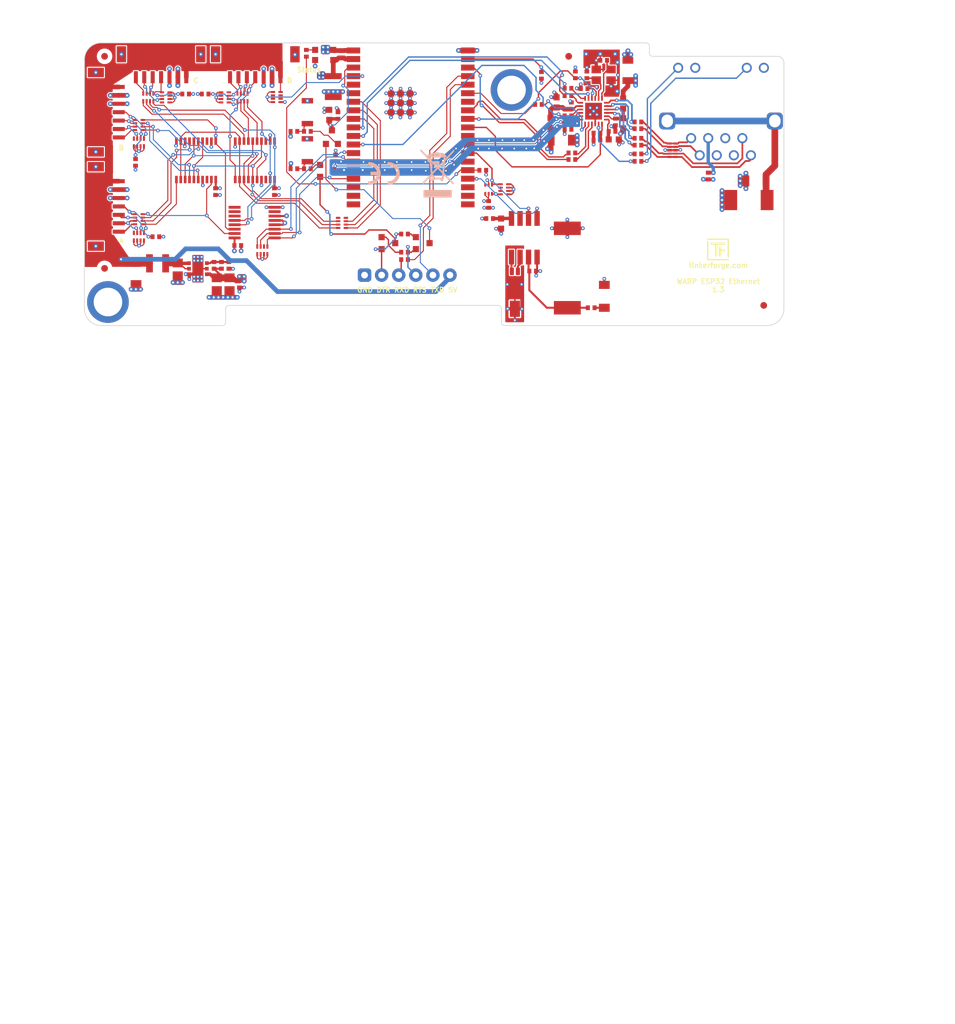
<source format=kicad_pcb>
(kicad_pcb (version 20221018) (generator pcbnew)
  (title_block (title "WARP ESP32 Ethernet Brick") (date "2023-12-27") (rev "1.3") (company "Tinkerforge GmbH") (comment 1 "Licensed under CERN OHL v.1.1") (comment 2 "Copyright (©) 2023, B.Nordmeyer <bastian@tinkerforge.com>"))
  (layers (0 "F.Cu" signal) (1 "In1.Cu" power "GND") (2 "In2.Cu" power "VCC") (31 "B.Cu" signal) (34 "B.Paste" user) (35 "F.Paste" user) (36 "B.SilkS" user "B.Silkscreen") (37 "F.SilkS" user "F.Silkscreen") (38 "B.Mask" user) (39 "F.Mask" user) (44 "Edge.Cuts" user))
  (net 0 "")
  (net 1 "GND")
  (net 2 "Net-(U103-VBAT)")
  (net 3 "Net-(U103-VDD)")
  (net 4 "Net-(U301-VDDA_3_3)")
  (net 5 "Net-(U301-VDD_1_2)")
  (net 6 "Net-(U301-XO)")
  (net 7 "Net-(U301-XI)")
  (net 8 "Net-(U301-VDDIO)")
  (net 9 "Net-(J201-CT)")
  (net 10 "Net-(CP201-P1)")
  (net 11 "Net-(CP201-P2)")
  (net 12 "Net-(CP201-P3)")
  (net 14 "Net-(CP202-P1)")
  (net 15 "5V")
  (net 16 "3V3")
  (net 17 "ESP_EN")
  (net 18 "Net-(CP202-P2)")
  (net 19 "Net-(CP202-P3)")
  (net 21 "Net-(CP205-P1)")
  (net 22 "Net-(CP205-P2)")
  (net 23 "Net-(CP205-P3)")
  (net 25 "Net-(CP206-P1)")
  (net 26 "ESP_IO0")
  (net 27 "Net-(CP206-P2)")
  (net 28 "Net-(CP206-P3)")
  (net 29 "Net-(Q101-PadB)")
  (net 30 "Net-(Q102-PadB)")
  (net 31 "ESP_RXD")
  (net 32 "B0-CS0")
  (net 33 "B0-CS1")
  (net 34 "B0-CS2")
  (net 35 "ESP_TXD")
  (net 37 "Net-(D101-K)")
  (net 38 "Net-(D102-K)")
  (net 39 "SCL")
  (net 40 "SDA")
  (net 41 "B0-CLK")
  (net 42 "B0-MOSI")
  (net 43 "B0-MISO")
  (net 44 "Net-(J201-Pad9)")
  (net 45 "Net-(J201-Pad11)")
  (net 46 "Net-(P101-P2)")
  (net 47 "Net-(P101-P3)")
  (net 48 "Net-(P101-P4)")
  (net 49 "Net-(RP201-R1)")
  (net 50 "Net-(RP202-R1)")
  (net 51 "Net-(RP205-R1)")
  (net 52 "Net-(RP206-R1)")
  (net 53 "Net-(U301-REXT)")
  (net 54 "Net-(U301-TXD1)")
  (net 55 "ESP_ADC_5V")
  (net 56 "LED_BLUE")
  (net 57 "Net-(C113-Pad1)")
  (net 58 "Net-(C114-Pad1)")
  (net 59 "RMII_REF_CLK_50M")
  (net 60 "Net-(U301-TXD0)")
  (net 61 "Net-(U301-RXD1)")
  (net 62 "RMII_RESET")
  (net 63 "Net-(U301-TXEN)")
  (net 64 "Net-(U301-CRS_DV{slash}PHYAD)")
  (net 65 "Net-(U301-RXD0)")
  (net 66 "SHD")
  (net 67 "ESP_EN_AUTO")
  (net 68 "ESP_EN_KEY")
  (net 69 "ESP_IO0_KEY")
  (net 70 "ESP_IO0_AUTO")
  (net 71 "Net-(RP101-P1)")
  (net 72 "Net-(RP101-P2)")
  (net 73 "RMII_TXD1")
  (net 74 "RMII_TXD0")
  (net 75 "Net-(RP101-P3)")
  (net 77 "RMII_RXD1")
  (net 78 "RMII_TX_EN")
  (net 80 "RMII_CRS")
  (net 83 "RMII_RXD0")
  (net 84 "RMII_MDIO")
  (net 85 "RMII_MDC")
  (net 86 "TXOP")
  (net 87 "TXON")
  (net 88 "RXIP")
  (net 89 "RXIN")
  (net 90 "yellowLED")
  (net 91 "B0-CS3")
  (net 92 "B-CS0")
  (net 93 "B-CS1")
  (net 98 "Net-(RP201-P1)")
  (net 99 "Net-(RP201-P2)")
  (net 100 "Net-(RP201-P3)")
  (net 101 "Net-(RP202-P1)")
  (net 102 "Net-(RP202-P2)")
  (net 103 "Net-(RP202-P3)")
  (net 104 "Net-(RP205-P1)")
  (net 105 "Net-(RP205-P2)")
  (net 106 "Net-(RP205-P3)")
  (net 107 "Net-(RP206-P1)")
  (net 108 "Net-(RP206-P2)")
  (net 109 "Net-(RP206-P3)")
  (net 112 "Net-(U103-OSCI)")
  (net 113 "Net-(U103-OSCO)")
  (net 125 "B-CS2")
  (net 137 "Net-(U106-FB)")
  (net 138 "Net-(U106-EN)")
  (net 139 "TXOPx")
  (net 140 "TXONx")
  (net 141 "RXIPx")
  (net 142 "RXINx")
  (footprint "kicad-libraries:LSMTSO-M3" (layer "F.Cu") (at 217.25 23.3)
    (fp_text reference "F102")
    (fp_text value "DRILL")
  )
  (footprint "kicad-libraries:LSMTSO-M3" (layer "F.Cu") (at 157.25 54.8)
    (fp_text reference "F103")
    (fp_text value "DRILL")
  )
  (footprint "kicad-libraries:C0402F" (layer "F.Cu") (at 191.95 17.995 -90)
    (fp_text reference "C106")
    (fp_text value "100nF")
  )
  (footprint "kicad-libraries:C0603F" (layer "F.Cu") (at 190.15 26.995 -90)
    (fp_text reference "C112")
    (fp_text value "1µF")
  )
  (footprint "kicad-libraries:C0402F" (layer "F.Cu") (at 225.65 29.15 180)
    (fp_text reference "C115")
    (fp_text value "DNP")
  )
  (footprint "kicad-libraries:C0603F" (layer "F.Cu") (at 233.85 28.25 90)
    (fp_text reference "C301")
    (fp_text value "2.2uF")
  )
  (footprint "kicad-libraries:C0603F" (layer "F.Cu") (at 232.45 30.65 180)
    (fp_text reference "C302")
    (fp_text value "2.2uF")
  )
  (footprint "kicad-libraries:C0402F" (layer "F.Cu") (at 232.2 29.45 180)
    (fp_text reference "C304")
    (fp_text value "100nF")
  )
  (footprint "kicad-libraries:C0402F" (layer "F.Cu") (at 232.7 28.05 90)
    (fp_text reference "C305")
    (fp_text value "100nF")
  )
  (footprint "kicad-libraries:C0402F" (layer "F.Cu") (at 229.95 29.7)
    (fp_text reference "C307")
    (fp_text value "100nF")
  )
  (footprint "kicad-libraries:C0402F" (layer "F.Cu") (at 226.15 25.65 -90)
    (fp_text reference "C309")
    (fp_text value "100nF")
  )
  (footprint "kicad-libraries:C1206" (layer "F.Cu") (at 224.65 30.75 180)
    (fp_text reference "C310")
    (fp_text value "22uF")
  )
  (footprint "kicad-libraries:C0603F" (layer "F.Cu") (at 223.95 25.15 -90)
    (fp_text reference "C311")
    (fp_text value "2.2uF")
  )
  (footprint "kicad-libraries:SOT23-3" (layer "F.Cu") (at 190.55 30.295 180)
    (fp_text reference "D103")
    (fp_text value "BAT54AL")
  )
  (footprint "kicad-libraries:SOT23-3" (layer "F.Cu") (at 189.8 35.32 90)
    (fp_text reference "D104")
    (fp_text value "BAT54AL")
  )
  (footprint "kicad-libraries:R0603F" (layer "F.Cu") (at 233.85 25.3 -90)
    (fp_text reference "L301")
    (fp_text value "FB")
  )
  (footprint "kicad-libraries:R0603F" (layer "F.Cu") (at 223.05 28.2 -90)
    (fp_text reference "L302")
    (fp_text value "FB")
  )
  (footprint "kicad-libraries:R0402F" (layer "F.Cu") (at 225.65 28.2 180)
    (fp_text reference "R110")
    (fp_text value "470")
  )
  (footprint "kicad-libraries:R0402F" (layer "F.Cu") (at 191.45 27.095 -90)
    (fp_text reference "R111")
    (fp_text value "10k")
  )
  (footprint "kicad-libraries:R0402F" (layer "F.Cu") (at 229.95 30.75)
    (fp_text reference "R301")
    (fp_text value "10k")
  )
  (footprint "kicad-libraries:R0402F" (layer "F.Cu") (at 228.05 23.1)
    (fp_text reference "R302")
    (fp_text value "6.49k")
  )
  (footprint "kicad-libraries:R0402F" (layer "F.Cu") (at 226.225 33.625 180)
    (fp_text reference "R303")
    (fp_text value "10")
  )
  (footprint "kicad-libraries:R0402F" (layer "F.Cu") (at 226.225 32.65 180)
    (fp_text reference "R304")
    (fp_text value "10")
  )
  (footprint "kicad-libraries:R0402F" (layer "F.Cu") (at 225.65 23.05 180)
    (fp_text reference "R305")
    (fp_text value "10")
  )
  (footprint "kicad-libraries:R0402F" (layer "F.Cu") (at 221.25 25.45 180)
    (fp_text reference "R306")
    (fp_text value "10")
  )
  (footprint "kicad-libraries:R0402F" (layer "F.Cu") (at 225.65 27.15 180)
    (fp_text reference "R307")
    (fp_text value "10")
  )
  (footprint "kicad-libraries:R0402F" (layer "F.Cu") (at 225.65 24.15)
    (fp_text reference "R308")
    (fp_text value "10")
  )
  (footprint "kicad-libraries:R0402F" (layer "F.Cu") (at 226.75 21.05 90)
    (fp_text reference "R309")
    (fp_text value "4.7k")
  )
  (footprint "kicad-libraries:R0402F" (layer "F.Cu") (at 221.7 21.125 90)
    (fp_text reference "R310")
    (fp_text value "4.7k")
  )
  (footprint "kicad-libraries:R0402F" (layer "F.Cu") (at 236.05 28.05 180)
    (fp_text reference "R311")
    (fp_text value "0")
  )
  (footprint "kicad-libraries:R0402F" (layer "F.Cu") (at 236.05 29.05 180)
    (fp_text reference "R312")
    (fp_text value "0")
  )
  (footprint "kicad-libraries:R0402F" (layer "F.Cu") (at 236.05 30.475 180)
    (fp_text reference "R313")
    (fp_text value "0")
  )
  (footprint "kicad-libraries:R0402F" (layer "F.Cu") (at 236.05 31.5 180)
    (fp_text reference "R314")
    (fp_text value "0")
  )
  (footprint "kicad-libraries:4X0402" (layer "F.Cu") (at 192.05 43.045 90)
    (fp_text reference "RP101")
    (fp_text value "82")
  )
  (footprint "kicad-libraries:QFN-24-4x4-EP" (layer "F.Cu") (at 229.45 26.45 90)
    (fp_text reference "U301")
    (fp_text value "KSZ8091RNACA")
  )
  (footprint "kicad-libraries:C1210" (layer "F.Cu") (at 190.75 22.795 90)
    (fp_text reference "C105")
    (fp_text value "100uF")
  )
  (footprint "kicad-libraries:C0603F" (layer "F.Cu") (at 190.75 18.095 -90)
    (fp_text reference "C116")
    (fp_text value "2.2uF")
  )
  (footprint "kicad-libraries:ESP32-WROVER-E" (layer "F.Cu") (at 202.25 25.695)
    (fp_text reference "U104")
    (fp_text value "ESP32-WROVER-E")
  )
  (footprint "kicad-libraries:C0402F" (layer "F.Cu") (at 228.45 21.05 -90)
    (fp_text reference "C308")
    (fp_text value "22pF")
  )
  (footprint "kicad-libraries:CRYSTAL_3225" (layer "F.Cu") (at 230.95 21.05 180)
    (fp_text reference "X301")
    (fp_text value "25Mhz-10pF")
  )
  (footprint "kicad-libraries:C0402F" (layer "F.Cu") (at 230.95 18.9)
    (fp_text reference "C306")
    (fp_text value "22pF")
  )
  (footprint "kicad-libraries:C1206" (layer "F.Cu") (at 234.55 20.4 -90)
    (fp_text reference "C303")
    (fp_text value "22uF")
  )
  (footprint "kicad-libraries:Fiducial_Mark" (layer "F.Cu") (at 156.75 18.3)
    (fp_text reference "Fiducial_Mark" hide)
    (fp_text value "VAL**" hide)
  )
  (footprint "kicad-libraries:R0402F" (layer "F.Cu") (at 191.1 33.395 90)
    (fp_text reference "R102")
    (fp_text value "20k")
  )
  (footprint "kicad-libraries:D0603F" (layer "F.Cu") (at 188.05 18.1 90)
    (fp_text reference "D101")
    (fp_text value "blue")
  )
  (footprint "kicad-libraries:SOT23EBC" (layer "F.Cu") (at 204.05 46.05 90)
    (fp_text reference "Q101")
    (fp_text value "BC817")
  )
  (footprint "kicad-libraries:R0402F" (layer "F.Cu") (at 171.7 23.9)
    (fp_text reference "R2")
    (fp_text value "100k")
  )
  (footprint "kicad-libraries:B3U-1000P" (layer "F.Cu") (at 186.9 26.6 -90)
    (fp_text reference "SW101")
    (fp_text value "B3U-1000P")
  )
  (footprint "kicad-libraries:4X0402" (layer "F.Cu") (at 216.2 38.05 -90)
    (fp_text reference "RP102")
    (fp_text value "1k")
  )
  (footprint "kicad-libraries:CON-SENSOR2" (layer "F.Cu") (at 179.15 16.8 180)
    (fp_text reference "P202")
    (fp_text value "CON-SENSOR2")
  )
  (footprint "kicad-libraries:pin_array_1x6-P2mm_D1mm" (layer "F.Cu") (at 201.75 50.8)
    (fp_text reference "P101")
    (fp_text value "FLASH")
  )
  (footprint "kicad-libraries:C0402F" (layer "F.Cu") (at 213.85 40.3 -90)
    (fp_text reference "C101")
    (fp_text value "100nF")
  )
  (footprint "kicad-libraries:Fiducial_Mark" (layer "F.Cu") (at 225.75 18.3)
    (fp_text reference "Fiducial_Mark" hide)
    (fp_text value "VAL**" hide)
  )
  (footprint "kicad-libraries:TSSOP20" (layer "F.Cu") (at 170.35 33.75 180)
    (fp_text reference "U203")
    (fp_text value "74AHC244")
  )
  (footprint "kicad-libraries:CON-SENSOR2" (layer "F.Cu") (at 154.25 26.6 -90)
    (fp_text reference "P205")
    (fp_text value "CON-SENSOR2")
  )
  (footprint "kicad-libraries:CON-SENSOR2" (layer "F.Cu") (at 165.15 16.8 180)
    (fp_text reference "P201")
    (fp_text value "CON-SENSOR2")
  )
  (footprint "kicad-libraries:R0402F" (layer "F.Cu") (at 236.05 32.8)
    (fp_text reference "R315")
    (fp_text value "470")
  )
  (footprint "kicad-libraries:R0402F" (layer "F.Cu") (at 201.35 47.4 180)
    (fp_text reference "R109")
    (fp_text value "100k")
  )
  (footprint "kicad-libraries:C0805E" (layer "F.Cu") (at 173.425 52.15 90)
    (fp_text reference "C121")
    (fp_text value "4.7uF")
  )
  (footprint "kicad-libraries:C1206" (layer "F.Cu") (at 161.425 50.55 90)
    (fp_text reference "C119")
    (fp_text value "22uF")
  )
  (footprint "kicad-libraries:Fiducial_Mark" (layer "F.Cu") (at 254.75 55.3)
    (fp_text reference "Fiducial_Mark" hide)
    (fp_text value "VAL**" hide)
  )
  (footprint "kicad-libraries:4X0402" (layer "F.Cu") (at 165.85 24.4 -90)
    (fp_text reference "CP201")
    (fp_text value "220pF")
  )
  (footprint "kicad-libraries:R0402F" (layer "F.Cu") (at 201.35 48.5)
    (fp_text reference "R107")
    (fp_text value "100")
  )
  (footprint "kicad-libraries:R0402F" (layer "F.Cu") (at 168.8 23.9 180)
    (fp_text reference "R1")
    (fp_text value "100k")
  )
  (footprint "kicad-libraries:SO-8" (layer "F.Cu") (at 219.15 45.25)
    (fp_text reference "U103")
    (fp_text value "PCF8523T")
  )
  (footprint "kicad-libraries:C0402F" (layer "F.Cu") (at 176.55 46.4 180)
    (fp_text reference "C315")
    (fp_text value "100nF")
  )
  (footprint "kicad-libraries:R0402F" (layer "F.Cu") (at 161.35 34.05 90)
    (fp_text reference "R201")
    (fp_text value "100k")
  )
  (footprint "kicad-libraries:R0402F" (layer "F.Cu") (at 186.75 17.85 -90)
    (fp_text reference "R115")
    (fp_text value "1k")
  )
  (footprint "kicad-libraries:R0402F" (layer "F.Cu") (at 186.9 35)
    (fp_text reference "R114")
    (fp_text value "1k")
  )
  (footprint "kicad-libraries:4X0402" (layer "F.Cu") (at 174.65 24.4 90)
    (fp_text reference "CP202")
    (fp_text value "220pF")
  )
  (footprint "kicad-libraries:R0402F" (layer "F.Cu") (at 236.05 33.9)
    (fp_text reference "R316")
    (fp_text value "470")
  )
  (footprint "kicad-libraries:C1206" (layer "F.Cu") (at 253.6 36.8 180)
    (fp_text reference "C314")
    (fp_text value "DNP")
  )
  (footprint "kicad-libraries:CON-SENSOR2" (layer "F.Cu") (at 154.25 40.6 -90)
    (fp_text reference "P206")
    (fp_text value "CON-SENSOR2")
  )
  (footprint "kicad-libraries:Fiducial_Mark" (layer "F.Cu") (at 156.75 49.8)
    (fp_text reference "Fiducial_Mark" hide)
    (fp_text value "VAL**" hide)
  )
  (footprint "kicad-libraries:C0402F" (layer "F.Cu") (at 182 38.4 90)
    (fp_text reference "C201")
    (fp_text value "100nF")
  )
  (footprint "kicad-libraries:C0603F" (layer "F.Cu") (at 215.7 43.15 90)
    (fp_text reference "C107")
    (fp_text value "1uF")
  )
  (footprint "kicad-libraries:4X0402" (layer "F.Cu") (at 177.25 24.4)
    (fp_text reference "RP202")
    (fp_text value "82")
  )
  (footprint "kicad-libraries:SOT23EBC" (layer "F.Cu") (at 198.95 46.05 90)
    (fp_text reference "Q102")
    (fp_text value "BC817")
  )
  (footprint "kicad-libraries:R0402F" (layer "F.Cu") (at 186.9 29.45)
    (fp_text reference "R113")
    (fp_text value "0")
  )
  (footprint "kicad-libraries:B3U-1000P" (layer "F.Cu") (at 186.9 32.25 -90)
    (fp_text reference "SW102")
    (fp_text value "B3U-1000P")
  )
  (footprint "kicad-libraries:TPD4S010DQA" (layer "F.Cu") (at 241.19 32.25 -90)
    (fp_text reference "U202")
    (fp_text value "TPD4S010DQA")
  )
  (footprint "kicad-libraries:C0402F" (layer "F.Cu") (at 173.025 49.35 -90)
    (fp_text reference "C110")
    (fp_text value "22pF")
  )
  (footprint "kicad-libraries:C0402F" (layer "F.Cu") (at 246.5 36.085 90)
    (fp_text reference "C312")
    (fp_text value "100nF/50V")
  )
  (footprint "kicad-libraries:C0402F" (layer "F.Cu") (at 176.8 52.15 90)
    (fp_text reference "C109")
    (fp_text value "100nF")
  )
  (footprint "kicad-libraries:R0402F" (layer "F.Cu") (at 201.35 44.7)
    (fp_text reference "R108")
    (fp_text value "100k")
  )
  (footprint "kicad-libraries:R0402F" (layer "F.Cu") (at 174.125 49.35 -90)
    (fp_text reference "R104")
    (fp_text value "100k")
  )
  (footprint "kicad-libraries:Logo_31x31" (layer "F.Cu") (at 247.95 47)
    (fp_text reference "G***" hide)
    (fp_text value "LOGO" hide)
  )
  (footprint "kicad-libraries:DSK" (layer "F.Cu") (at 225.55 49.75 90)
    (fp_text reference "C102")
    (fp_text value "DSK-3R3H334T-HL")
  )
  (footprint "kicad-libraries:4X0402" (layer "F.Cu") (at 161.85 45.1 180)
    (fp_text reference "CP206")
    (fp_text value "220pF")
  )
  (footprint "kicad-libraries:4X0402" (layer "F.Cu") (at 161.85 31.1 180)
    (fp_text reference "CP205")
    (fp_text value "220pF")
  )
  (footprint "kicad-libraries:171010502" (layer "F.Cu") (at 170.625 49.85 180)
    (fp_text reference "U106")
    (fp_text value "171010502")
  )
  (footprint "kicad-libraries:C0805E" (layer "F.Cu") (at 175.325 52.15 90)
    (fp_text reference "C122")
    (fp_text value "4.7uF")
  )
  (footprint "kicad-libraries:1812" (layer "F.Cu") (at 252.55 39.65)
    (fp_text reference "R203")
    (fp_text value "DNP")
  )
  (footprint "kicad-libraries:AB26TRQ" (layer "F.Cu") (at 217.75 55.8 180)
    (fp_text reference "X101")
    (fp_text value "32.768kHz")
  )
  (footprint "kicad-libraries:4X0402" (layer "F.Cu") (at 182.35 24.35 -90)
    (fp_text reference "RP104")
    (fp_text value "1k")
  )
  (footprint "kicad-libraries:MiniMelf" (layer "F.Cu") (at 231.05 53.95 90)
    (fp_text reference "D102")
    (fp_text value "FDLL3595")
  )
  (footprint "kicad-libraries:C0402F" (layer "F.Cu") (at 184.9 29.45 180)
    (fp_text reference "C113")
    (fp_text value "100nF")
  )
  (footprint "kicad-libraries:NR3030" (layer "F.Cu") (at 164.625 49.05)
    (fp_text reference "L101")
    (fp_text value "NR3015T1R5N")
  )
  (footprint "kicad-libraries:4X0402" (layer "F.Cu") (at 161.85 42.5 90)
    (fp_text reference "RP206")
    (fp_text value "82")
  )
  (footprint "kicad-libraries:C0805E" (layer "F.Cu") (at 167.625 49.95 90)
    (fp_text reference "C120")
    (fp_text value "4.7uF")
  )
  (footprint "kicad-libraries:TSSOP20" (layer "F.Cu") (at 179.1 33.75 180)
    (fp_text reference "U201")
    (fp_text value "74AHC244")
  )
  (footprint "kicad-libraries:R0402F" (layer "F.Cu") (at 164.375 45.1 180)
    (fp_text reference "R202")
    (fp_text value "100k")
  )
  (footprint "kicad-libraries:R0402F" (layer "F.Cu") (at 214 42.4 180)
    (fp_text reference "R103")
    (fp_text value "1k")
  )
  (footprint "kicad-libraries:R0402F" (layer "F.Cu") (at 175.225 49.35 90)
    (fp_text reference "R105")
    (fp_text value "32.4k")
  )
  (footprint "kicad-libraries:SOT563" (layer "F.Cu") (at 213.85 38.05 180)
    (fp_text reference "U101")
    (fp_text value "TMP1075NDRLR")
  )
  (footprint "kicad-libraries:TSSOP16" (layer "F.Cu") (at 179.05 43 90)
    (fp_text reference "U302")
    (fp_text value "SN74LV138APW")
  )
  (footprint "kicad-libraries:R0402F" (layer "F.Cu") (at 212.975 35.225)
    (fp_text reference "R112")
    (fp_text value "DNP (10k)")
  )
  (footprint "kicad-libraries:R0402F" (layer "F.Cu") (at 229.1 55.65)
    (fp_text reference "R101")
    (fp_text value "68")
  )
  (footprint "kicad-libraries:C0402F" (layer "F.Cu") (at 173.25 38.4 90)
    (fp_text reference "C203")
    (fp_text value "100nF")
  )
  (footprint "kicad-libraries:4X0402" (layer "F.Cu") (at 161.85 28.5 90)
    (fp_text reference "RP205")
    (fp_text value "82")
  )
  (footprint "kicad-libraries:4X0402" (layer "F.Cu") (at 180.2 47.125)
    (fp_text reference "RP301")
    (fp_text value "1k")
  )
  (footprint "kicad-libraries:C0402F" (layer "F.Cu") (at 184.9 35 180)
    (fp_text reference "C114")
    (fp_text value "100nF")
  )
  (footprint "kicad-libraries:C0402F" (layer "F.Cu") (at 220.4 50.2 180)
    (fp_text reference "C104")
    (fp_text value "100nF")
  )
  (footprint "kicad-libraries:4X0402" (layer "F.Cu") (at 163.25 24.4)
    (fp_text reference "RP201")
    (fp_text value "82")
  )
  (footprint "kicad-libraries:WEEE_7mm" (layer "B.Cu") (at 206.25 35.695 180)
    (fp_text reference "VAL" hide)
    (fp_text value "WEEE_7mm" hide)
  )
  (footprint "kicad-libraries:CE_5mm" (layer "B.Cu") (at 198.25 35.695 180)
    (fp_text reference "VAL" hide)
    (fp_text value "CE_5mm" hide)
  )
  (footprint "kicad-libraries:TJLC-001LA1" (layer "B.Cu") (at 248.4 24.11 180)
    (fp_text reference "J201")
    (fp_text value "TJLC_001LA1")
  )
  (gr_arc (start 215.25 55.3) (mid 215.603553 55.446447) (end 215.75 55.8) (stroke (width 0.09906)) (layer "Edge.Cuts"))
  (gr_line (start 237.25 16.3) (end 156.25 16.3) (stroke (width 0.09906)) (layer "Edge.Cuts"))
  (gr_arc (start 216.25 58.3) (mid 215.896447 58.153553) (end 215.75 57.8) (stroke (width 0.09906)) (layer "Edge.Cuts"))
  (gr_arc (start 257.75 55.8) (mid 257.017767 57.567767) (end 255.25 58.3) (stroke (width 0.09906)) (layer "Edge.Cuts"))
  (gr_arc (start 256.75 18.3) (mid 257.459324 18.590676) (end 257.75 19.3) (stroke (width 0.09906)) (layer "Edge.Cuts"))
  (gr_line (start 156.25 58.3) (end 174.25 58.3) (stroke (width 0.09906)) (layer "Edge.Cuts"))
  (gr_line (start 216.25 58.3) (end 255.25 58.3) (stroke (width 0.09906)) (layer "Edge.Cuts"))
  (gr_arc (start 174.75 57.8) (mid 174.603553 58.153553) (end 174.25 58.3) (stroke (width 0.09906)) (layer "Edge.Cuts"))
  (gr_arc (start 153.75 18.8) (mid 154.482233 17.032233) (end 156.25 16.3) (stroke (width 0.09906)) (layer "Edge.Cuts"))
  (gr_arc (start 237.25 16.3) (mid 237.603553 16.446447) (end 237.75 16.8) (stroke (width 0.09906)) (layer "Edge.Cuts"))
  (gr_line (start 153.75 55.8) (end 153.75 18.8) (stroke (width 0.09906)) (layer "Edge.Cuts"))
  (gr_line (start 256.75 18.3) (end 238.25 18.3) (stroke (width 0.09906)) (layer "Edge.Cuts"))
  (gr_arc (start 174.75 55.8) (mid 174.896447 55.446447) (end 175.25 55.3) (stroke (width 0.09906)) (layer "Edge.Cuts"))
  (gr_line (start 257.75 19.3) (end 257.75 55.8) (stroke (width 0.09906)) (layer "Edge.Cuts"))
  (gr_line (start 175.25 55.3) (end 215.25 55.3) (stroke (width 0.09906)) (layer "Edge.Cuts"))
  (gr_arc (start 156.25 58.3) (mid 154.482233 57.567767) (end 153.75 55.8) (stroke (width 0.09906)) (layer "Edge.Cuts"))
  (gr_line (start 174.75 57.8) (end 174.75 55.8) (stroke (width 0.09906)) (layer "Edge.Cuts"))
  (gr_arc (start 238.25 18.3) (mid 237.896447 18.153553) (end 237.75 17.8) (stroke (width 0.09906)) (layer "Edge.Cuts"))
  (gr_line (start 237.75 17.8) (end 237.75 16.8) (stroke (width 0.09906)) (layer "Edge.Cuts"))
  (gr_line (start 215.75 55.8) (end 215.75 57.8) (stroke (width 0.09906)) (layer "Edge.Cuts"))
  (gr_text "A" (at 159.25 45.7) (layer "F.SilkS") (effects (font (size 0.75 0.75))))
  (gr_text "B" (at 159.25 31.9) (layer "F.SilkS") (effects (font (size 0.75 0.75))))
  (gr_text "WARP ESP32 Ethernet\n1.3" (at 248 52.35) (layer "F.SilkS") (effects (font (size 0.75 0.75))))
  (gr_text "Status" (at 187.15 20.3) (layer "F.SilkS") (effects (font (size 0.75 0.75))))
  (gr_text "D" (at 184.25 21.9) (layer "F.SilkS") (effects (font (size 0.75 0.75))))
  (gr_text "GND DTR RXD RTS TXD 5V" (at 201.75 53) (layer "F.SilkS") (effects (font (size 0.75 0.75))))
  (gr_text "C" (at 170.35 21.9) (layer "F.SilkS") (effects (font (size 0.75 0.75))))
  (gr_text "tinkerforge.com" (at 248 49.35) (layer "F.SilkS") (effects (font (size 0.75 0.75))))
  (segment (start 217.75 55.8) (end 216.675 55.8) (width 0.5) (layer "F.Cu") (net 1))
  (segment (start 162.5993 45.675) (end 162.5993 46.1757) (width 0.15) (layer "F.Cu") (net 1))
  (segment (start 183.5493 25.0993) (end 183.55 25.1) (width 0.15) (layer "F.Cu") (net 1))
  (segment (start 215.7 43.9) (end 215.7 44.625) (width 0.5) (layer "F.Cu") (net 1))
  (segment (start 199.35 26.635) (end 199.35 27.35) (width 0.5) (layer "F.Cu") (net 1))
  (segment (start 173.675 54.1) (end 174.375 54.1) (width 0.7) (layer "F.Cu") (net 1))
  (segment (start 201.45 26.635) (end 202.15 26.635) (width 0.5) (layer "F.Cu") (net 1))
  (segment (start 240.755 32.25) (end 241.6 32.25) (width 0.3) (layer "F.Cu") (net 1))
  (segment (start 183.2233 40.7267) (end 183.225 40.725) (width 0.3) (layer "F.Cu") (net 1))
  (segment (start 229.85018 20.2499) (end 229.85018 18.90018) (width 0.5) (layer "F.Cu") (net 1))
  (segment (start 158.85 38.1) (end 160.1 38.1) (width 0.7) (layer "F.Cu") (net 1))
  (segment (start 199.35 25.235) (end 200.03 25.235) (width 0.5) (layer "F.Cu") (net 1))
  (segment (start 229.69892 28.34992) (end 229.69892 26.69892) (width 0.25) (layer "F.Cu") (net 1))
  (segment (start 227 23.1) (end 226.95 23.05) (width 0.5) (layer "F.Cu") (net 1))
  (segment (start 201.45 23.835) (end 202.15 23.835) (width 0.5) (layer "F.Cu") (net 1))
  (segment (start 199.35 23.835) (end 199.35 23.1) (width 0.3) (layer "F.Cu") (net 1))
  (segment (start 162.09892 46.20108) (end 161.875 46.425) (width 0.15) (layer "F.Cu") (net 1))
  (segment (start 173.35 23.85) (end 173.35 24.4) (width 0.15) (layer "F.Cu") (net 1))
  (segment (start 172.975 54.1) (end 172.275 54.1) (width 0.7) (layer "F.Cu") (net 1))
  (segment (start 199.35 27.35) (end 199.325 27.375) (width 0.5) (layer "F.Cu") (net 1))
  (segment (start 232.302433 28.684231) (end 232.083153 28.684231) (width 0.5) (layer "F.Cu") (net 1))
  (segment (start 202.15 23.835) (end 202.15 23.1) (width 0.5) (layer "F.Cu") (net 1))
  (segment (start 229.45 30.75) (end 229.45 31.4) (width 0.5) (layer "F.Cu") (net 1))
  (segment (start 202.15 25.235) (end 202.15 24.535) (width 0.5) (layer "F.Cu") (net 1))
  (segment (start 167.42646 31.520004) (end 167.369939 31.576525) (width 0.3) (layer "F.Cu") (net 1))
  (segment (start 173.425 53.1) (end 173.425 53.85) (width 0.7) (layer "F.Cu") (net 1))
  (segment (start 166.425 24.15108) (end 166.90108 24.15108) (width 0.15) (layer "F.Cu") (net 1))
  (segment (start 184.4 34.25) (end 184.45 34.2) (width 0.5) (layer "F.Cu") (net 1))
  (segment (start 229.9 22.848912) (end 229.801088 22.848912) (width 0.3) (layer "F.Cu") (net 1))
  (segment (start 209.382202 17.432202) (end 209.375 17.425) (width 0.7) (layer "F.Cu") (net 1))
  (segment (start 161.4 52.9) (end 162.1 52.9) (width 0.7) (layer "F.Cu") (net 1))
  (segment (start 184.4 35) (end 184.4 34.25) (width 0.5) (layer "F.Cu") (net 1))
  (segment (start 200.75 27.35) (end 200.725 27.375) (width 0.5) (layer "F.Cu") (net 1))
  (segment (start 217.75 55.8) (end 218.775 55.8) (width 0.5) (layer "F.Cu") (net 1))
  (segment (start 198.635 26.635) (end 198.625 26.625) (width 0.5) (layer "F.Cu") (net 1))
  (segment (start 170.625 49.85) (end 170.625 48.65) (width 0.5) (layer "F.Cu") (net 1))
  (segment (start 200.75 26.635) (end 200.75 25.935) (width 0.5) (layer "F.Cu") (net 1))
  (segment (start 190.15 26.245) (end 189.775 26.245) (width 0.5) (layer "F.Cu") (net 1))
  (segment (start 190.75 24.3444) (end 190.75 23.55) (width 0.7) (layer "F.Cu") (net 1))
  (segment (start 233.85 29.4) (end 233.45 29.8) (width 0.7) (layer "F.Cu") (net 1))
  (segment (start 248.55 40.35) (end 248.55 41.05) (width 0.7) (layer "F.Cu") (net 1))
  (segment (start 199.35 25.935) (end 199.35 26.635) (width 0.5) (layer "F.Cu") (net 1))
  (segment (start 229.45 26.45) (end 229.95 25.95) (width 0.5) (layer "F.Cu") (net 1))
  (segment (start 162.35 32.4) (end 161.85 32.4) (width 0.15) (layer "F.Cu") (net 1))
  (segment (start 229.85018 18.90018) (end 229.85 18.9) (width 0.5) (layer "F.Cu") (net 1))
  (segment (start 192.367202 35.212202) (end 192.35 35.195) (width 0.7) (layer "F.Cu") (net 1))
  (segment (start 223.2 24.4) (end 223.15 24.35) (width 0.5) (layer "F.Cu") (net 1))
  (segment (start 192.45 17.445) (end 190.85 17.445) (width 0.7) (layer "F.Cu") (net 1))
  (segment (start 191.399992 23.55) (end 191.4 23.550008) (width 0.7) (layer "F.Cu") (net 1))
  (segment (start 252.09886 35.65114) (end 252.1 35.65) (width 0.7) (layer "F.Cu") (net 1))
  (segment (start 233.332232 30.65) (end 233.791116 31.108884) (width 0.5) (layer "F.Cu") (net 1))
  (segment (start 177.05 46.4) (end 177.05 47.2) (width 0.3) (layer "F.Cu") (net 1))
  (segment (start 176.17646 31.72689) (end 176.164434 31.738916) (width 0.3) (layer "F.Cu") (net 1))
  (segment (start 189.95 16.95) (end 189.25 16.95) (width 0.7) (layer "F.Cu") (net 1))
  (segment (start 173.675 54.1) (end 172.975 54.1) (width 0.7) (layer "F.Cu") (net 1))
  (segment (start 221.05246 48.11766) (end 221.05246 50.04754) (width 0.3) (layer "F.Cu") (net 1))
  (segment (start 174.075 24.64892) (end 173.59892 24.64892) (width 0.15) (layer "F.Cu") (net 1))
  (segment (start 227 30.75) (end 227 30.05) (width 0.7) (layer "F.Cu") (net 1))
  (segment (start 173.5993 25.1493) (end 173.35 24.9) (width 0.15) (layer "F.Cu") (net 1))
  (segment (start 200.75 25.235) (end 201.44 25.235) (width 0.5) (layer "F.Cu") (net 1))
  (segment (start 182.02434 42.67742) (end 183.17742 42.67742) (width 0.3) (layer "F.Cu") (net 1))
  (segment (start 161.60108 46.15108) (end 161.875 46.425) (width 0.15) (layer "F.Cu") (net 1))
  (segment (start 227.55 23.1) (end 227 23.1) (width 0.5) (layer "F.Cu") (net 1))
  (segment (start 200.75 24.535) (end 200.75 25.275) (width 0.5) (layer "F.Cu") (net 1))
  (segment (start 202.86 25.235) (end 202.875 25.25) (width 0.5) (layer "F.Cu") (net 1))
  (segment (start 170.625 48.1) (end 171.175 48.1) (width 0.5) (layer "F.Cu") (net 1))
  (segment (start 218.8 52.225) (end 218.75 52.175) (width 0.5) (layer "F.Cu") (net 1))
  (segment (start 200.05 25.255) (end 200.75 25.255) (width 0.5) (layer "F.Cu") (net 1))
  (segment (start 166.425 24.64892) (end 166.95108 24.64892) (width 0.15) (layer "F.Cu") (net 1))
  (segment (start 173.59892 24.64892) (end 173.35 24.4) (width 0.15) (layer "F.Cu") (net 1))
  (segment (start 183.27742 43.32258) (end 183.549998 43.05) (width 0.3) (layer "F.Cu") (net 1))
  (segment (start 235.55 32.8) (end 234.975 32.8) (width 0.3) (layer "F.Cu") (net 1))
  (segment (start 173.25 38.9) (end 173.9 38.9) (width 0.3) (layer "F.Cu") (net 1))
  (segment (start 190.85 17.445) (end 190.75 17.345) (width 0.7) (layer "F.Cu") (net 1))
  (segment (start 166.90108 24.15108) (end 167.175 24.425) (width 0.15) (layer "F.Cu") (net 1))
  (segment (start 175.775 54.1) (end 176.475 54.1) (width 0.7) (layer "F.Cu") (net 1))
  (segment (start 180.8267 40.7267) (end 180.825 40.725) (width 0.3) (layer "F.Cu") (net 1))
  (segment (start 158.85 24.1) (end 160.1 24.1) (width 0.7) (layer "F.Cu") (net 1))
  (segment (start 180.07282 37.44782) (end 180.075 37.45) (width 0.3) (layer "F.Cu") (net 1))
  (segment (start 202.15 25.935) (end 202.15 25.235) (width 0.5) (layer "F.Cu") (net 1))
  (segment (start 190.75 17.345) (end 190.255 17.345) (width 0.7) (layer "F.Cu") (net 1))
  (segment (start 242.288898 32.25) (end 242.351475 32.187423) (width 0.3) (layer "F.Cu") (net 1))
  (segment (start 248.55 39.65) (end 248.55 40.35) (width 0.7) (layer "F.Cu") (net 1))
  (segment (start 190.05 23.55) (end 189.4 23.55) (width 0.7) (layer "F.Cu") (net 1))
  (segment (start 161.1007 31.675) (end 161.1007 32.1507) (width 0.15) (layer "F.Cu") (net 1))
  (segment (start 166.425 25.1493) (end 166.9007 25.1493) (width 0.15) (layer "F.Cu") (net 1))
  (segment (start 172.6233 31.7483) (end 172.625 31.75) (width 0.3) (layer "F.Cu") (net 1))
  (segment (start 161.60108 32.15108) (end 161.85 32.4) (width 0.15) (layer "F.Cu") (net 1))
  (segment (start 170.625 49.85) (end 170.625 51.05) (width 0.5) (layer "F.Cu") (net 1))
  (segment (start 192.462798 17.432202) (end 192.45 17.445) (width 0.7) (layer "F.Cu") (net 1))
  (segment (start 248.55 39.65) (end 248.55 38.95) (width 0.7) (layer "F.Cu") (net 1))
  (segment (start 161.35 32.4) (end 161.85 32.4) (width 0.15) (layer "F.Cu") (net 1))
  (segment (start 200.75 25.235) (end 200.75 25.935) (width 0.5) (layer "F.Cu") (net 1))
  (segment (start 162.35 46.425) (end 161.875 46.425) (width 0.15) (layer "F.Cu") (net 1))
  (segment (start 245.8 36.585) (end 245.775 36.56) (width 0.5) (layer "F.Cu") (net 1))
  (segment (start 227 30.75) (end 227 31.45) (width 0.7) (layer "F.Cu") (net 1))
  (segment (start 221.05246 50.04754) (end 220.9 50.2) (width 0.3) (layer "F.Cu") (net 1))
  (segment (start 190.15 26.245) (end 189.625 26.245) (width 0.5) (layer "F.Cu") (net 1))
  (segment (start 167.625 51.9) (end 166.925 51.9) (width 0.7) (layer "F.Cu") (net 1))
  (segment (start 220.9 50.2) (end 221.525 50.2) (width 0.3) (layer "F.Cu") (net 1))
  (segment (start 167.42646 30.90012) (end 167.42646 31.520004) (width 0.3) (layer "F.Cu") (net 1))
  (segment (start 232.65 18.85) (end 233 19.2) (width 0.7) (layer "F.Cu") (net 1))
  (segment (start 161.425 52.875) (end 161.4 52.9) (width 0.7) (layer "F.Cu") (net 1))
  (segment (start 162.5993 46.1757) (end 162.35 46.425) (width 0.15) (layer "F.Cu") (net 1))
  (segment (start 199.35 23.835) (end 199.35 25.235) (width 0.5) (layer "F.Cu") (net 1))
  (segment (start 233.2 31.35) (end 233.25 31.4) (width 0.5) (layer "F.Cu") (net 1))
  (segment (start 215.7 43.9) (end 214.95 43.9) (width 0.5) (layer "F.Cu") (net 1))
  (segment (start 201.45 23.835) (end 202.865 23.835) (width 0.5) (layer "F.Cu") (net 1))
  (segment (start 172.6233 30.90012) (end 172.6233 31.7483) (width 0.3) (layer "F.Cu") (net 1))
  (segment (start 191.4 23.550008) (end 191.400008 23.55) (width 0.7) (layer "F.Cu") (net 1))
  (segment (start 171.175 51.6) (end 170.625 51.6) (width 0.5) (layer "F.Cu") (net 1))
  (segment (start 166.95108 24.64892) (end 167.175 24.425) (width 0.15) (layer "F.Cu") (net 1))
  (segment (start 240.134716 32.25) (end 240.755 32.25) (width 0.3) (layer "F.Cu") (net 1))
  (segment (start 199.35 25.235) (end 198.64 25.235) (width 0.5) (layer "F.Cu") (net 1))
  (segment (start 232.2 22.75) (end 232.95 23.5) (width 0.7) (layer "F.Cu") (net 1))
  (segment (start 200.03 25.235) (end 200.05 25.255) (width 0.5) (layer "F.Cu") (net 1))
  (segment (start 181.3733 30.0267) (end 181.375 30.025) (width 0.3) (layer "F.Cu") (net 1))
  (segment (start 162.09892 45.675) (end 162.09892 46.20108) (width 0.15) (layer "F.Cu") (net 1))
  (segment (start 200.75 26.635) (end 201.45 26.635) (width 0.5) (layer "F.Cu") (net 1))
  (segment (start 210.750001 17.432202) (end 212.117798 17.432202) (width 0.7) (layer "F.Cu") (net 1))
  (segment (start 183.17742 42.67742) (end 183.55 43.05) (width 0.3) (layer "F.Cu") (net 1))
  (segment (start 185.05 18) (end 185.05 18.05) (width 0.15) (layer "F.Cu") (net 1))
  (segment (start 199.35 25.235) (end 199.35 25.935) (width 0.5) (layer "F.Cu") (net 1))
  (segment (start 167.65 21.4) (end 167.65 20.15) (width 0.7) (layer "F.Cu") (net 1))
  (segment (start 169.35 50.675) (end 169.35 51.4) (width 0.5) (layer "F.Cu") (net 1))
  (segment (start 175.075 54.1) (end 175.775 54.1) (width 0.7) (layer "F.Cu") (net 1))
  (segment (start 223.95 24.4) (end 223.2 24.4) (width 0.5) (layer "F.Cu") (net 1))
  (segment (start 173.425 53.85) (end 173.675 54.1) (width 0.7) (layer "F.Cu") (net 1))
  (segment (start 182 38.9) (end 182.65 38.9) (width 0.3) (layer "F.Cu") (net 1))
  (segment (start 174.075 24.15108) (end 173.59892 24.15108) (width 0.15) (layer "F.Cu") (net 1))
  (segment (start 229.69892 26.69892) (end 229.45 26.45) (width 0.25) (layer "F.Cu") (net 1))
  (segment (start 193.749999 35.212202) (end 195.107798 35.212202) (width 0.7) (layer "F.Cu") (net 1))
  (segment (start 220.9 50.2) (end 220.9 50.85) (width 0.3) (layer "F.Cu") (net 1))
  (segment (start 176.8 52.65) (end 176.8 53.25) (width 0.5) (layer "F.Cu") (net 1))
  (segment (start 167.65 21.4) (end 167.65 22.65) (width 0.7) (layer "F.Cu") (net 1))
  (segment (start 173.5493 23.6507) (end 173.35 23.85) (width 0.15) (layer "F.Cu") (net 1))
  (segment (start 225.55 43.85) (end 227.85 43.85) (width 0.5) (layer "F.Cu") (net 1))
  (segment (start 223.95 24) (end 223.6 23.65) (width 0.5) (layer "F.Cu") (net 1))
  (segment (start 213.85 36.903645) (end 213.651374 36.705019) (width 0.15) (layer "F.Cu") (net 1))
  (segment (start 189.95 17.65) (end 189.25 17.65) (width 0.7) (layer "F.Cu") (net 1))
  (segment (start 200.75 23.835) (end 200.75 23.1) (width 0.5) (layer "F.Cu") (net 1))
  (segment (start 227.55 23.1) (end 227.55 22.45) (width 0.5) (layer "F.Cu") (net 1))
  (segment (start 213.85 37.3769) (end 213.85 36.903645) (width 0.15) (layer "F.Cu") (net 1))
  (segment (start 175.225 49.85) (end 175.85 49.85) (width 0.5) (layer "F.Cu") (net 1))
  (segment (start 166.9007 23.6507) (end 167.175 23.925) (width 0.15) (layer "F.Cu") (net 1))
  (segment (start 249.85 39.65) (end 248.55 39.65) (width 0.7) (layer "F.Cu") (net 1))
  (segment (start 233.2 30.65) (end 233.2 31.35) (width 0.5) (layer "F.Cu") (net 1))
  (segment (start 229.45 29.7) (end 229.45 30.65) (width 0.5) (layer "F.Cu") (net 1))
  (segment (start 161.60108 45.675) (end 161.60108 46.15108) (width 0.15) (layer "F.Cu") (net 1))
  (segment (start 186.9 30.55) (end 186.85 30.55) (width 0.5) (layer "F.Cu") (net 1))
  (segment (start 198.64 25.235) (end 198.625 25.25) (width 0.5) (layer "F.Cu") (net 1))
  (segment (start 229.45 26.45) (end 229.95 26.95) (width 0.5) (layer "F.Cu") (net 1))
  (segment (start 202.15 26.635) (end 202.86 26.635) (width 0.5) (layer "F.Cu") (net 1))
  (segment (start 162.5993 32.1507) (end 162.35 32.4) (width 0.15) (layer "F.Cu") (net 1))
  (segment (start 225.97401 24.97401) (end 225.97401 24.95) (width 0.5) (layer "F.Cu") (net 1))
  (segment (start 234.050004 18.05) (end 234.05 18.050004) (width 0.7) (layer "F.Cu") (net 1))
  (segment (start 202.15 26.635) (end 202.15 27.375) (width 0.5) (layer "F.Cu") (net 1))
  (segment (start 189.625 26.245) (end 189.425 26.045) (width 0.5) (layer "F.Cu") (net 1))
  (segment (start 229.45 26.45) (end 228.95 25.95) (width 0.5) (layer "F.Cu") (net 1))
  (segment (start 200.05 23.825) (end 200.75 23.825) (width 0.5) (layer "F.Cu") (net 1))
  (segment (start 182.02434 43.32258) (end 183.27742 43.32258) (width 0.3) (layer "F.Cu") (net 1))
  (segment (start 166.425 23.6507) (end 166.9007 23.6507) (width 0.15) (layer "F.Cu") (net 1))
  (segment (start 170.625 51.6) (end 170.075 51.6) (width 0.5) (layer "F.Cu") (net 1))
  (segment (start 229.3 18.9) (end 228.35 17.95) (width 0.5) (layer "F.Cu") (net 1))
  (segment (start 168.825 50.675) (end 168.8 50.65) (width 0.5) (layer "F.Cu") (net 1))
  (segment (start 218.75 52.175) (end 216.625 52.175) (width 0.5) (layer "F.Cu") (net 1))
  (segment (start 189.25 16.95) (end 189.25 17.65) (width 0.7) (layer "F.Cu") (net 1))
  (segment (start 228.45 20.55) (end 228.45 19.95) (width 0.5) (layer "F.Cu") (net 1))
  (segment (start 234.55 18.89886) (end 234.55 18.5) (width 0.7) (layer "F.Cu") (net 1))
  (segment (start 189.95 17.65) (end 189.95 16.95) (width 0.7) (layer "F.Cu") (net 1))
  (segment (start 252.09886 36.8) (end 252.09886 37.94886) (width 0.7) (layer "F.Cu") (net 1))
  (segment (start 161.60108 31.675) (end 161.60108 32.15108) (width 0.15) (layer "F.Cu") (net 1))
  (segment (start 175.325 53.85) (end 175.075 54.1) (width 0.7) (layer "F.Cu") (net 1))
  (segment (start 199.35 26.635) (end 198.635 26.635) (width 0.5) (layer "F.Cu") (net 1))
  (segment (start 212.117798 17.432202) (end 212.125 17.425) (width 0.7) (layer "F.Cu") (net 1))
  (segment (start 167.175 24.875) (end 167.175 24.425) (width 0.15) (layer "F.Cu") (net 1))
  (segment (start 184.4 29.45) (end 184.4 30.2) (width 0.5) (layer "F.Cu") (net 1))
  (segment (start 161.1007 46.2257) (end 161.3 46.425) (width 0.15) (layer "F.Cu") (net 1))
  (segment (start 176.17646 30.90012) (end 176.17646 31.72689) (width 0.3) (layer "F.Cu") (net 1))
  (segment (start 161.4 52.9) (end 160.7 52.9) (width 0.7) (layer "F.Cu") (net 1))
  (segment (start 218.775 55.8) (end 218.8 55.825) (width 0.5) (layer "F.Cu") (net 1))
  (segment (start 161.1007 45.675) (end 161.1007 46.2257) (width 0.15) (layer "F.Cu") (net 1))
  (segment (start 233.089072 19.889072) (end 233.089072 21.079236) (width 0.15) (layer "F.Cu") (net 1))
  (segment (start 200.75 23.835) (end 200.75 24.535) (width 0.5) (layer "F.Cu") (net 1))
  (segment (start 168.8 50.65) (end 170.05 50.65) (width 0.5) (layer "F.Cu") (net 1))
  (segment (start 171.32282 36.59988) (end 171.32282 37.42282) (width 0.3) (layer "F.Cu") (net 1))
  (segment (start 169.35 50.675) (end 168.825 50.675) (width 0.5) (layer "F.Cu") (net 1))
  (segment (start 161.3 46.425) (end 161.875 46.425) (width 0.15) (layer "F.Cu") (net 1))
  (segment (start 251.25 36.8) (end 251.25 37.5) (width 0.7) (layer "F.Cu") (net 1))
  (segment (start 167.625 50.9) (end 167.625 51.9) (width 0.7) (layer "F.Cu") (net 1))
  (segment (start 170.625 51.05) (end 171.175 51.05) (width 0.5) (layer "F.Cu") (net 1))
  (segment (start 199.35 23.835) (end 200.04 23.835) (width 0.5) (layer "F.Cu") (net 1))
  (segment (start 217.75 55.8) (end 217.75 57.5) (width 0.3) (layer "F.Cu") (net 1))
  (segment (start 252.09886 36.8) (end 251.25 36.8) (width 0.7) (layer "F.Cu") (net 1))
  (segment (start 182.925 25.0993) (end 183.5493 25.0993) (width 0.15) (layer "F.Cu") (net 1))
  (segment (start 171.32282 37.42282) (end 171.35 37.45) (width 0.3) (layer "F.Cu") (net 1))
  (segment (start 170.05 50.65) (end 170.7 50) (width 0.5) (layer "F.Cu") (net 1))
  (segment (start 200.04 23.835) (end 200.05 23.825) (width 0.5) (layer "F.Cu") (net 1))
  (segment (start 171.9 49.85) (end 170.625 49.85) (width 0.2) (layer "F.Cu") (net 1))
  (segment (start 202.865 23.835) (end 202.875 23.825) (width 0.5) (layer "F.Cu") (net 1))
  (segment (start 229.45 26.45) (end 228.95 26.95) (width 0.5) (layer "F.Cu") (net 1))
  (segment (start 232.7 29.45) (end 232.7 28.55) (width 0.5) (layer "F.Cu") (net 1))
  (segment (start 213.85 40.8) (end 213.2 40.8) (width 0.3) (layer "F.Cu") (net 1))
  (segment (start 199.35 26.635) (end 200.05 26.635) (width 0.5) (layer "F.Cu") (net 1))
  (segment (start 202.15 26.635) (end 202.15 25.935) (width 0.5) (layer "F.Cu") (net 1))
  (segment (start 168.325 51.9) (end 167.625 51.9) (width 0.7) (layer "F.Cu") (net 1))
  (segment (start 190.75 23.55) (end 191.399992 23.55) (width 0.7) (layer "F.Cu") (net 1))
  (segment (start 233 19.2) (end 233 19.8) (width 0.15) (layer "F.Cu") (net 1))
  (segment (start 210.750001 17.432202) (end 209.382202 17.432202) (width 0.7) (layer "F.Cu") (net 1))
  (segment (start 162.09892 32.15108) (end 161.85 32.4) (width 0.15) (layer "F.Cu") (net 1))
  (segment (start 213.85 40.8) (end 214.5 40.8) (width 0.3) (layer "F.Cu") (net 1))
  (segment (start 180.07282 36.59988) (end 180.07282 37.44782) (width 0.3) (layer "F.Cu") (net 1))
  (segment (start 232.04982 21.8501) (end 232.04982 22.74982) (width 0.5) (layer "F.Cu") (net 1))
  (segment (start 158.85 38.1) (end 157.6 38.1) (width 0.7) (layer "F.Cu") (net 1))
  (segment (start 202.15 25.235) (end 202.86 25.235) (width 0.5) (layer "F.Cu") (net 1))
  (segment (start 170.075 48.1) (end 170.625 48.1) (width 0.5) (layer "F.Cu") (net 1))
  (segment (start 232.7 29.45) (end 232.7 29.081798) (width 0.5) (layer "F.Cu") (net 1))
  (segment (start 182.02434 40.7267) (end 183.2233 40.7267) (width 0.3) (layer "F.Cu") (net 1))
  (segment (start 213.475 35.225) (end 213.475 35.875) (width 0.15) (layer "F.Cu") (net 1))
  (segment (start 252.09886 37.94886) (end 252.1 37.95) (width 0.7) (layer "F.Cu") (net 1))
  (segment (start 226.15 25.15) (end 225.97401 24.97401) (width 0.5) (layer "F.Cu") (net 1))
  (segment (start 240.110216 32.2255) (end 240.134716 32.25) (width 0.3) (layer "F.Cu") (net 1))
  (segment (start 232.05 22.75) (end 232.2 22.75) (width 0.7) (layer "F.Cu") (net 1))
  (segment (start 193.749999 17.432202) (end 192.462798 17.432202) (width 0.7) (layer "F.Cu") (net 1))
  (segment (start 171.175 51.05) (end 171.175 51.6) (width 0.5) (layer "F.Cu") (net 1))
  (segment (start 170.625 48.65) (end 171.175 48.65) (width 0.5) (layer "F.Cu") (net 1))
  (segment (start 174.075 23.6507) (end 173.5493 23.6507) (width 0.15) (layer "F.Cu") (net 1))
  (segment (start 202.15 23.835) (end 202.15 24.535) (width 0.5) (layer "F.Cu") (net 1))
  (segment (start 170.625 48.65) (end 170.075 48.65) (width 0.5) (layer "F.Cu") (net 1))
  (segment (start 246.5 36.585) (end 247.225 36.585) (width 0.5) (layer "F.Cu") (net 1))
  (segment (start 226.15114 30.75) (end 227 30.75) (width 0.7) (layer "F.Cu") (net 1))
  (segment (start 189.775 26.245) (end 189.425 26.595) (width 0.5) (layer "F.Cu") (net 1))
  (segment (start 233.2 30.65) (end 233.332232 30.65) (width 0.5) (layer "F.Cu") (net 1))
  (segment (start 182.02434 40.7267) (end 180.8267 40.7267) (width 0.3) (layer "F.Cu") (net 1))
  (segment (start 176.8 52.65) (end 177.5 52.65) (width 0.5) (layer "F.Cu") (net 1))
  (segment (start 199.35 23.835) (end 199.35 24.535) (width 0.3) (layer "F.Cu") (net 1))
  (segment (start 195.107798 35.212202) (end 195.125 35.195) (width 0.7) (layer "F.Cu") (net 1))
  (segment (start 228.35 17.95) (end 230.45 17.95) (width 0.5) (layer "F.Cu") (net 1))
  (segment (start 232.04982 22.74982) (end 232.05 22.75) (width 0.5) (layer "F.Cu") (net 1))
  (segment (start 229.85 18.9) (end 229.3 18.9) (width 0.5) (layer "F.Cu") (net 1))
  (segment (start 218.8 55.825) (end 218.8 52.225) (width 0.5) (layer "F.Cu") (net 1))
  (segment (start 225.15 29.15) (end 225.15 29.849996) (width 0.5) (layer "F.Cu") (net 1))
  (segment (start 252.09886 36.8) (end 252.09886 35.65114) (width 0.7) (layer "F.Cu") (net 1))
  (segment (start 161.425 52.05114) (end 161.425 52.875) (width 0.7) (layer "F.Cu") (net 1))
  (segment (start 220.9 50.85) (end 220.925 50.875) (width 0.3) (layer "F.Cu") (net 1))
  (segment (start 235 18.05) (end 234.050004 18.05) (width 0.7) (layer "F.Cu") (net 1))
  (segment (start 190.255 17.345) (end 189.95 17.65) (width 0.7) (layer "F.Cu") (net 1))
  (segment (start 248.55 38.95) (end 248.55 38.25) (width 0.7) (layer "F.Cu") (net 1))
  (segment (start 162.09892 31.675) (end 162.09892 32.15108) (width 0.15) (layer "F.Cu") (net 1))
  (segment (start 199.35 23.835) (end 198.66 23.835) (width 0.3) (layer "F.Cu") (net 1))
  (segment (start 170.075 48.65) (end 170.075 48.1) (width 0.5) (layer "F.Cu") (net 1))
  (segment (start 241.625 32.25) (end 242.288898 32.25) (width 0.3) (layer "F.Cu") (net 1))
  (segment (start 175.075 54.1) (end 174.375 54.1) (width 0.7) (layer "F.Cu") (net 1))
  (segment (start 167.175 23.925) (end 167.175 24.425) (width 0.15) (layer "F.Cu") (net 1))
  (segment (start 230.45 17.95) (end 232.65 17.95) (width 0.5) (layer "F.Cu") (net 1))
  (segment (start 233.85 29) (end 233.85 29.4) (width 0.7) (layer "F.Cu") (net 1))
  (segment (start 215.7 44.625) (end 215.725 44.65) (width 0.5) (layer "F.Cu") (net 1))
  (segment (start 190.75 23.55) (end 190.05 23.55) (width 0.7) (layer "F.Cu") (net 1))
  (segment (start 170.625 51.05) (end 170.075 51.05) (width 0.5) (layer "F.Cu") (net 1))
  (segment (start 174.075 25.1493) (end 173.5993 25.1493) (width 0.15) (layer "F.Cu") (net 1))
  (segment (start 201.44 25.235) (end 201.45 25.225) (width 0.5) (layer "F.Cu") (net 1))
  (segment (start 173.35 24.9) (end 173.35 24.4) (width 0.15) (layer "F.Cu") (net 1))
  (segment (start 246.5 36.585) (end 245.8 36.585) (width 0.5) (layer "F.Cu") (net 1))
  (segment (start 200.75 26.635) (end 200.75 27.35) (width 0.5) (layer "F.Cu") (net 1))
  (segment (start 232.7 29.081798) (end 232.302433 28.684231) (width 0.5) (layer "F.Cu") (net 1))
  (segment (start 225.55 43.85) (end 223.25 43.85) (width 0.5) (layer "F.Cu") (net 1))
  (segment (start 181.65 21.4) (end 181.65 22.65) (width 0.7) (layer "F.Cu") (net 1))
  (segment (start 225.55 43.85) (end 225.55 45.15) (width 0.5) (layer "F.Cu") (net 1))
  (segment (start 232.65 17.95) (end 232.65 18.85) (width 0.7) (layer "F.Cu") (net 1))
  (segment (start 181.3733 30.90012) (end 181.3733 30.0267) (width 0.3) (layer "F.Cu") (net 1))
  (segment (start 191.400008 23.55) (end 192.15 23.55) (width 0.7) (layer "F.Cu") (net 1))
  (segment (start 234.55 18.89886) (end 234.55 17.55) (width 0.7) (layer "F.Cu") (net 1))
  (segment (start 202.86 26.635) (end 202.875 26.65) (width 0.5) (layer "F.Cu") (net 1))
  (segment (start 166.9007 25.1493) (end 167.175 24.875) (width 0.15) (layer "F.Cu") (net 1))
  (segment (start 233 19.8) (end 233.089072 19.889072) (width 0.15) (layer "F.Cu") (net 1))
  (segment (start 234.55 18.5) (end 235 18.05) (width 0.7) (layer "F.Cu") (net 1))
  (segment (start 200.75 23.835) (end 201.45 23.835) (width 0.5) (layer "F.Cu") (net 1))
  (segment (start 198.66 23.835) (end 198.625 23.8) (width 0.3) (layer "F.Cu") (net 1))
  (segment (start 223.95 24.4) (end 223.95 24) (width 0.5) (layer "F.Cu") (net 1))
  (segment (start 158.85 24.1) (end 157.6 24.1) (width 0.7) (layer "F.Cu") (net 1))
  (segment (start 181.65 21.4) (end 181.65 20.15) (width 0.7) (layer "F.Cu") (net 1))
  (segment (start 201.45 25.225) (end 202.15 25.225) (width 0.5) (layer "F.Cu") (net 1))
  (segment (start 230.45 18.9) (end 229.85 18.9) (width 0.5) (layer "F.Cu") (net 1))
  (segment (start 161.1007 32.1507) (end 161.35 32.4) (width 0.15) (layer "F.Cu") (net 1))
  (segment (start 225.55 43.85) (end 225.55 42.55) (width 0.5) (layer "F.Cu") (net 1))
  (segment (start 251.25 36.8) (end 251.25 36.1) (width 0.7) (layer "F.Cu") (net 1))
  (segment (start 200.05 26.635) (end 200.75 26.635) (width 0.5) (layer "F.Cu") (net 1))
  (segment (start 175.325 53.1) (end 175.325 53.85) (width 0.7) (layer "F.Cu") (net 1))
  (segment (start 234.55 17.55) (end 234.525 17.525) (width 0.7) (layer "F.Cu") (net 1))
  (segment (start 162.5993 31.675) (end 162.5993 32.1507) (width 0.15) (layer "F.Cu") (net 1))
  (segment (start 173.59892 24.15108) (end 173.35 24.4) (width 0.15) (layer "F.Cu") (net 1))
  (segment (start 193.749999 35.212202) (end 192.367202 35.212202) (width 0.7) (layer "F.Cu") (net 1))
  (via (at 189.425 26.045) (size 0.55) (drill 0.25) (layers "F.Cu" "B.Cu") (net 1))
  (via (at 227 30.05) (size 0.7) (drill 0.3) (layers "F.Cu" "B.Cu") (net 1))
  (via (at 227 31.45) (size 0.7) (drill 0.3) (layers "F.Cu" "B.Cu") (net 1))
  (via (at 199.325 27.375) (size 0.55) (drill 0.25) (layers "F.Cu" "B.Cu") (net 1))
  (via (at 155.45 32.5) (size 0.7) (drill 0.3) (layers "F.Cu" "B.Cu") (net 1))
  (via (at 215.85 32) (size 0.55) (drill 0.25) (layers "F.Cu" "B.Cu") (net 1))
  (via (at 189.4 23.55) (size 0.7) (drill 0.3) (layers "F.Cu" "B.Cu") (net 1))
  (via (at 248.55 38.95) (size 0.7) (drill 0.3) (layers "F.Cu" "B.Cu") (net 1))
  (via (at 200.75 24.535) (size 0.55) (drill 0.25) (layers "F.Cu" "B.Cu") (net 1))
  (via (at 182.65 38.9) (size 0.55) (drill 0.25) (layers "F.Cu" "B.Cu") (net 1))
  (via (at 175.85 49.85) (size 0.55) (drill 0.25) (layers "F.Cu" "B.Cu") (net 1))
  (via (at 208.7 34.425) (size 0.55) (drill 0.25) (layers "F.Cu" "B.Cu") (net 1))
  (via (at 209.375 17.425) (size 0.7) (drill 0.3) (layers "F.Cu" "B.Cu") (net 1))
  (via (at 218.75 52.175) (size 0.55) (drill 0.25) (layers "F.Cu" "B.Cu") (net 1))
  (via (at 173.25 18) (size 0.7) (drill 0.3) (layers "F.Cu" "B.Cu") (net 1))
  (via (at 227.55 22.45) (size 0.55) (drill 0.25) (layers "F.Cu" "B.Cu") (net 1))
  (via (at 227 28.25) (size 0.55) (drill 0.25) (layers "F.Cu" "B.Cu") (net 1))
  (via (at 181.65 20.15) (size 0.7) (drill 0.3) (layers "F.Cu" "B.Cu") (net 1))
  (via (at 202.15 23.1) (size 0.55) (drill 0.25) (layers "F.Cu" "B.Cu") (net 1))
  (via (at 186.9 24.9) (size 0.7) (drill 0.3) (layers "F.Cu" "B.Cu") (net 1))
  (via (at 220.5 30.7) (size 0.55) (drill 0.25) (layers "F.Cu" "B.Cu") (net 1))
  (via (at 235 18.05) (size 0.7) (drill 0.3) (layers "F.Cu" "B.Cu") (net 1))
  (via (at 217.6 30.75) (size 0.55) (drill 0.25) (layers "F.Cu" "B.Cu") (net 1))
  (via (at 223.25 43.85) (size 0.55) (drill 0.25) (layers "F.Cu" "B.Cu") (net 1))
  (via (at 155.45 34.7) (size 0.7) (drill 0.3) (layers "F.Cu" "B.Cu") (net 1))
  (via (at 247.225 36.585) (size 0.7) (drill 0.3) (layers "F.Cu" "B.Cu") (net 1))
  (via (at 214.95 43.9) (size 0.55) (drill 0.25) (layers "F.Cu" "B.Cu") (net 1))
  (via (at 171.175 48.65) (size 0.55) (drill 0.25) (layers "F.Cu" "B.Cu") (net 1))
  (via (at 161.85 32.4) (size 0.55) (drill 0.25) (layers "F.Cu" "B.Cu") (net 1))
  (via (at 251.25 36.1) (size 0.7) (drill 0.3) (layers "F.Cu" "B.Cu") (net 1))
  (via (at 233 19.2) (size 0.7) (drill 0.3) (layers "F.Cu" "B.Cu") (net 1))
  (via (at 229.9 22.848912) (size 0.55) (drill 0.25) (layers "F.Cu" "B.Cu") (net 1))
  (via (at 176.8 53.25) (size 0.55) (drill 0.25) (layers "F.Cu" "B.Cu") (net 1))
  (via (at 229.85 18.9) (size 0.55) (drill 0.25) (layers "F.Cu" "B.Cu") (net 1))
  (via (at 189.95 17.65) (size 0.7) (drill 0.3) (layers "F.Cu" "B.Cu") (net 1))
  (via (at 200.05 26.635) (size 0.55) (drill 0.25) (layers "F.Cu" "B.Cu") (net 1))
  (via (at 226.95 23.05) (size 0.55) (drill 0.25) (layers "F.Cu" "B.Cu") (net 1))
  (via (at 233.089072 21.079236) (size 0.55) (drill 0.25) (layers "F.Cu" "B.Cu") (net 1))
  (via (at 200.05 25.255) (size 0.55) (drill 0.25) (layers "F.Cu" "B.Cu") (net 1))
  (via (at 199.35 24.535) (size 0.55) (drill 0.25) (layers "F.Cu" "B.Cu") (net 1))
  (via (at 217.65 32) (size 0.55) (drill 0.25) (layers "F.Cu" "B.Cu") (net 1))
  (via (at 191.4 23.550008) (size 0.7) (drill 0.3) (layers "F.Cu" "B.Cu") (net 1))
  (via (at 171.05 18) (size 0.7) (drill 0.3) (layers "F.Cu" "B.Cu") (net 1))
  (via (at 160.7 52.9) (size 0.7) (drill 0.3) (layers "F.Cu" "B.Cu") (net 1))
  (via (at 234.57392 17.47508) (size 0.7) (drill 0.3) (layers "F.Cu" "B.Cu") (net 1))
  (via (at 189.95 16.95) (size 0.7) (drill 0.3) (layers "F.Cu" "B.Cu") (net 1))
  (via (at 192.35 35.195) (size 0.7) (drill 0.3) (layers "F.Cu" "B.Cu") (net 1))
  (via (at 233.25 31.4) (size 0.55) (drill 0.25) (layers "F.Cu" "B.Cu") (net 1))
  (via (at 215.9 30.75) (size 0.55) (drill 0.25) (layers "F.Cu" "B.Cu") (net 1))
  (via (at 228.35 17.95) (size 0.7) (drill 0.3) (layers "F.Cu" "B.Cu") (net 1))
  (via (at 228.45 19.95) (size 0.55) (drill 0.25) (layers "F.Cu" "B.Cu") (net 1))
  (via (at 248.55 38.25) (size 0.7) (drill 0.3) (layers "F.Cu" "B.Cu") (net 1))
  (via (at 242.351475 32.187423) (size 0.55) (drill 0.25) (layers "F.Cu" "B.Cu") (net 1))
  (via (at 198.625 25.25) (size 0.55) (drill 0.25) (layers "F.Cu" "B.Cu") (net 1))
  (via (at 200.75 23.1) (size 0.55) (drill 0.25) (layers "F.Cu" "B.Cu") (net 1))
  (via (at 202.15 24.535) (size 0.55) (drill 0.25) (layers "F.Cu" "B.Cu") (net 1))
  (via (at 174.375 54.1) (size 0.7) (drill 0.3) (layers "F.Cu" "B.Cu") (net 1))
  (via (at 209 31.995) (size 0.55) (drill 0.25) (layers "F.Cu" "B.Cu") (net 1))
  (via (at 201.45 23.835) (size 0.55) (drill 0.25) (layers "F.Cu" "B.Cu") (net 1))
  (via (at 232.95 23.5) (size 0.7) (drill 0.3) (layers "F.Cu" "B.Cu") (net 1))
  (via (at 184.45 34.2) (size 0.7) (drill 0.3) (layers "F.Cu" "B.Cu") (net 1))
  (via (at 168.325 51.9) (size 0.7) (drill 0.3) (layers "F.Cu" "B.Cu") (net 1))
  (via (at 189.425 26.595) (size 0.55) (drill 0.25) (layers "F.Cu" "B.Cu") (net 1))
  (via (at 173.35 24.4) (size 0.55) (drill 0.25) (layers "F.Cu" "B.Cu") (net 1))
  (via (at 207.5 35.295) (size 0.55) (drill 0.25) (layers "F.Cu" "B.Cu") (net 1))
  (via (at 216.625 52.175) (size 0.55) (drill 0.25) (layers "F.Cu" "B.Cu") (net 1))
  (via (at 200.05 23.825) (size 0.55) (drill 0.25) (layers "F.Cu" "B.Cu") (net 1))
  (via (at 248.55 40.35) (size 0.7) (drill 0.3) (layers "F.Cu" "B.Cu") (net 1))
  (via (at 175.775 54.1) (size 0.7) (drill 0.3) (layers "F.Cu" "B.Cu") (net 1))
  (via (at 219.15 30.75) (size 0.55) (drill 0.25) (layers "F.Cu" "B.Cu") (net 1))
  (via (at 248.55 39.65) (size 0.7) (drill 0.3) (layers "F.Cu" "B.Cu") (net 1))
  (via (at 157.6 24.1) (size 0.7) (drill 0.3) (layers "F.Cu" "B.Cu") (net 1))
  (via (at 202.875 26.65) (size 0.55) (drill 0.25) (layers "F.Cu" "B.Cu") (net 1))
  (via (at 228.95 25.95) (size 0.55) (drill 0.25) (layers "F.Cu" "B.Cu") (net 1))
  (via (at 199.35 23.1) (size 0.55) (drill 0.25) (layers "F.Cu" "B.Cu") (net 1))
  (via (at 223.6 23.65) (size 0.55) (drill 0.25) (layers "F.Cu" "B.Cu") (net 1))
  (via (at 195.25 33.995) (size 0.55) (drill 0.25) (layers "F.Cu" "B.Cu") (net 1))
  (via (at 216.675 55.8) (size 0.55) (drill 0.25) (layers "F.Cu" "B.Cu") (net 1))
  (via (at 218.8 55.825) (size 0.55) (drill 0.25) (layers "F.Cu" "B.Cu") (net 1))
  (via (at 176.164434 31.738916) (size 0.55) (drill 0.25) (layers "F.Cu" "B.Cu") (net 1))
  (via (at 183.549998 43.05) (size 0.7) (drill 0.3) (layers "F.Cu" "B.Cu") (net 1))
  (via (at 223.15 24.35) (size 0.55) (drill 0.25) (layers "F.Cu" "B.Cu") (net 1))
  (via (at 204.5 35.295) (size 0.55) (drill 0.25) (layers "F.Cu" "B.Cu") (net 1))
  (via (at 189.25 16.95) (size 0.7) (drill 0.3) (layers "F.Cu" "B.Cu") (net 1))
  (via (at 170.625 48.1) (size 0.55) (drill 0.25) (layers "F.Cu" "B.Cu") (net 1))
  (via (at 213.475 35.875) (size 0.55) (drill 0.25) (layers "F.Cu" "B.Cu") (net 1))
  (via (at 230.45 17.95) (size 0.7) (drill 0.3) (layers "F.Cu" "B.Cu") (net 1))
  (via (at 220.925 50.875) (size 0.55) (drill 0.25) (layers "F.Cu" "B.Cu") (net 1))
  (via (at 173.675 54.1) (size 0.7) (drill 0.3) (layers "F.Cu" "B.Cu") (net 1))
  (via (at 167.369939 31.576525) (size 0.55) (drill 0.25) (layers "F.Cu" "B.Cu") (net 1))
  (via (at 215.725 44.65) (size 0.55) (drill 0.25) (layers "F.Cu" "B.Cu") (net 1))
  (via (at 166.925 51.9) (size 0.7) (drill 0.3) (layers "F.Cu" "B.Cu") (net 1))
  (via (at 167.65 20.15) (size 0.7) (drill 0.3) (layers "F.Cu" "B.Cu") (net 1))
  (via (at 183.225 40.725) (size 0.55) (drill 0.25) (layers "F.Cu" "B.Cu") (net 1))
  (via (at 175.075 54.1) (size 0.7) (drill 0.3) (layers "F.Cu" "B.Cu") (net 1))
  (via (at 227 30.75) (size 0.7) (drill 0.3) (layers "F.Cu" "B.Cu") (net 1))
  (via (at 170.625 51.6) (size 0.55) (drill 0.25) (layers "F.Cu" "B.Cu") (net 1))
  (via (at 155.45 20.7) (size 0.7) (drill 0.3) (layers "F.Cu" "B.Cu") (net 1))
  (via (at 185.05 18.05) (size 0.7) (drill 0.3) (layers "F.Cu" "B.Cu") (net 1))
  (via (at 195.125 35.195) (size 0.7) (drill 0.3) (layers "F.Cu" "B.Cu") (net 1))
  (via (at 200.2 33.995) (size 0.55) (drill 0.25) (layers "F.Cu" "B.Cu") (net 1))
  (via (at 177.05 47.2) (size 0.7) (drill 0.3) (layers "F.Cu" "B.Cu") (net 1))
  (via (at 207.05 33.795) (size 0.55) (drill 0.25) (layers "F.Cu" "B.Cu") (net 1))
  (via (at 202.875 25.25) (size 0.55) (drill 0.25) (layers "F.Cu" "B.Cu") (net 1))
  (via (at 213.9 32) (size 0.55) (drill 0.25) (layers "F.Cu" "B.Cu") (net 1))
  (via (at 198.625 23.8) (size 0.55) (drill 0.25) (layers "F.Cu" "B.Cu") (net 1))
  (via (at 180.075 37.45) (size 0.55) (drill 0.25) (layers "F.Cu" "B.Cu") (net 1))
  (via (at 198.625 26.625) (size 0.55) (drill 0.25) (layers "F.Cu" "B.Cu") (net 1))
  (via (at 177.5 52.65) (size 0.55) (drill 0.25) (layers "F.Cu" "B.Cu") (net 1))
  (via (at 221.525 50.2) (size 0.55) (drill 0.25) (layers "F.Cu" "B.Cu") (net 1))
  (via (at 184.4 30.2) (size 0.7) (drill 0.3) (layers "F.Cu" "B.Cu") (net 1))
  (via (at 172.275 54.1) (size 0.7) (drill 0.3) (layers "F.Cu" "B.Cu") (net 1))
  (via (at 171.175 51.05) (size 0.55) (drill 0.25) (layers "F.Cu" "B.Cu") (net 1))
  (via (at 204.45 33.995) (size 0.55) (drill 0.25) (layers "F.Cu" "B.Cu") (net 1))
  (via (at 200.2 35.245) (size 0.55) (drill 0.25) (layers "F.Cu" "B.Cu") (net 1))
  (via (at 201.45 26.635) (size 0.55) (drill 0.25) (layers "F.Cu" "B.Cu") (net 1))
  (via (at 190.75 23.55) (size 0.7) (drill 0.3) (layers "F.Cu" "B.Cu") (net 1))
  (via (at 201.45 25.225) (size 0.55) (drill 0.25) (layers "F.Cu" "B.Cu") (net 1))
  (via (at 172.975 54.1) (size 0.7) (drill 0.3) (layers "F.Cu" "B.Cu") (net 1))
  (via (at 228.95 26.95) (size 0.55) (drill 0.25) (layers "F.Cu" "B.Cu") (net 1))
  (via (at 170.625 48.65) (size 0.55) (drill 0.25) (layers "F.Cu" "B.Cu") (net 1))
  (via (at 233.45 29.8) (size 0.7) (drill 0.3) (layers "F.Cu" "B.Cu") (net 1))
  (via (at 160.1 38.1) (size 0.7) (drill 0.3) (layers "F.Cu" "B.Cu") (net 1))
  (via (at 251.25 36.8) (size 0.7) (drill 0.3) (layers "F.Cu" "B.Cu") (net 1))
  (via (at 155.45 46.5) (size 0.7) (drill 0.3) (layers "F.Cu" "B.Cu") (net 1))
  (via (at 192.15 23.55) (size 0.7) (drill 0.3) (layers "F.Cu" "B.Cu") (net 1))
  (via (at 181.65 22.65) (size 0.7) (drill 0.3) (layers "F.Cu" "B.Cu") (net 1))
  (via (at 202.15 25.935) (size 0.55) (drill 0.25) (layers "F.Cu" "B.Cu") (net 1))
  (via (at 212.2 30.75) (size 0.55) (drill 0.25) (layers "F.Cu" "B.Cu") (net 1))
  (via (at 234.05 18.050004) (size 0.7) (drill 0.3) (layers "F.Cu" "B.Cu") (net 1))
  (via (at 252.1 35.65) (size 0.7) (drill 0.3) (layers "F.Cu" "B.Cu") (net 1))
  (via (at 170.075 51.6) (size 0.55) (drill 0.25) (layers "F.Cu" "B.Cu") (net 1))
  (via (at 173.9 38.9) (size 0.55) (drill 0.25) (layers "F.Cu" "B.Cu") (net 1))
  (via (at 232.083153 28.684231) (size 0.55) (drill 0.25) (layers "F.Cu" "B.Cu") (net 1))
  (via (at 190.05 23.55) (size 0.7) (drill 0.3) (layers "F.Cu" "B.Cu") (net 1))
  (via (at 223.925 27.625) (size 0.55) (drill 0.25) (layers "F.Cu" "B.Cu") (net 1))
  (via (at 232.05 22.75) (size 0.55) (drill 0.25) (layers "F.Cu" "B.Cu") (net 1))
  (via (at 202.15 27.375) (size 0.55) (drill 0.25) (layers "F.Cu" "B.Cu") (net 1))
  (via (at 202.4 34) (size 0.55) (drill 0.25) (layers "F.Cu" "B.Cu") (net 1))
  (via (at 167.175 24.425) (size 0.55) (drill 0.25) (layers "F.Cu" "B.Cu") (net 1))
  (via (at 202.875 23.825) (size 0.55) (drill 0.25) (layers "F.Cu" "B.Cu") (net 1))
  (via (at 229.95 26.95) (size 0.55) (drill 0.25) (layers "F.Cu" "B.Cu") (net 1))
  (via (at 161.875 46.425) (size 0.55) (drill 0.25) (layers "F.Cu" "B.Cu") (net 1))
  (via (at 213.9 30.75) (size 0.55) (drill 0.25) (layers "F.Cu" "B.Cu") (net 1))
  (via (at 180.825 40.725) (size 0.55) (drill 0.25) (layers "F.Cu" "B.Cu") (net 1))
  (via (at 225.55 45.15) (size 0.55) (drill 0.25) (layers "F.Cu" "B.Cu") (net 1))
  (via (at 162.1 52.9) (size 0.7) (drill 0.3) (layers "F.Cu" "B.Cu") (net 1))
  (via (at 160.1 24.1) (size 0.7) (drill 0.3) (layers "F.Cu" "B.Cu") (net 1))
  (via (at 171.35 37.45) (size 0.55) (drill 0.25) (layers "F.Cu" "B.Cu") (net 1))
  (via (at 233.791116 31.108884) (size 0.55) (drill 0.25) (layers "F.Cu" "B.Cu") (net 1))
  (via (at 248.55 41.05) (size 0.7) (drill 0.3) (layers "F.Cu" "B.Cu") (net 1))
  (via (at 213.2 40.8) (size 0.55) (drill 0.25) (layers "F.Cu" "B.Cu") (net 1))
  (via (at 225.55 42.55) (size 0.55) (drill 0.25) (layers "F.Cu" "B.Cu") (net 1))
  (via (at 167.65 22.65) (size 0.7) (drill 0.3) (layers "F.Cu" "B.Cu") (net 1))
  (via (at 200.725 27.375) (size 0.55) (drill 0.25) (layers "F.Cu" "B.Cu") (net 1))
  (via (at 229.95 25.95) (size 0.55) (drill 0.25) (layers "F.Cu" "B.Cu") (net 1))
  (via (at 202.4 35.2) (size 0.55) (drill 0.25) (layers "F.Cu" "B.Cu") (net 1))
  (via (at 170.075 48.65) (size 0.55) (drill 0.25) (layers "F.Cu" "B.Cu") (net 1))
  (via (at 176.475 54.1) (size 0.7) (drill 0.3) (layers "F.Cu" "B.Cu") (net 1))
  (via (at 213.651374 36.705019) (size 0.55) (drill 0.25) (layers "F.Cu" "B.Cu") (net 1))
  (via (at 229.45 31.4) (size 0.55) (drill 0.25) (layers "F.Cu" "B.Cu") (net 1))
  (via (at 186.85 30.55) (size 0.7) (drill 0.3) (layers "F.Cu" "B.Cu") (net 1))
  (via (at 222 29.25) (size 0.55) (drill 0.25) (layers "F.Cu" "B.Cu") (net 1))
  (via (at 225.15 29.849996) (size 0.55) (drill 0.25) (layers "F.Cu" "B.Cu") (net 1))
  (via (at 161.4 52.9) (size 0.7) (drill 0.3) (layers "F.Cu" "B.Cu") (net 1))
  (via (at 232.65 17.95) (size 0.7) (drill 0.3) (layers "F.Cu" "B.Cu") (net 1))
  (via (at 159.25 18) (size 0.7) (drill 0.3) (layers "F.Cu" "B.Cu") (net 1))
  (via (at 229.45 26.45) (size 0.55) (drill 0.25) (layers "F.Cu" "B.Cu") (net 1))
  (via (at 200.75 25.935) (size 0.55) (drill 0.25) (layers "F.Cu" "B.Cu") (net 1))
  (via (at 227.85 43.85) (size 0.55) (drill 0.25) (layers "F.Cu" "B.Cu") (net 1))
  (via (at 170.075 51.05) (size 0.55) (drill 0.25) (layers "F.Cu" "B.Cu") (net 1))
  (via (at 199.35 25.935) (size 0.55) (drill 0.25) (layers "F.Cu" "B.Cu") (net 1))
  (via (at 234.95 32.8) (size 0.55) (drill 0.25) (layers "F.Cu" "B.Cu") (net 1))
  (via (at 212.125 17.425) (size 0.7) (drill 0.3) (layers "F.Cu" "B.Cu") (net 1))
  (via (at 217.75 57.5) (size 0.55) (drill 0.25) (layers "F.Cu" "B.Cu") (net 1))
  (via (at 171.175 51.6) (size 0.55) (drill 0.25) (layers "F.Cu" "B.Cu") (net 1))
  (via (at 170.075 48.1) (size 0.55) (drill 0.25) (layers "F.Cu" "B.Cu") (net 1))
  (via (at 212.3 32) (size 0.55) (drill 0.25) (layers "F.Cu" "B.Cu") (net 1))
  (via (at 245.775 36.56) (size 0.7) (drill 0.3) (layers "F.Cu" "B.Cu") (net 1))
  (via (at 198.4 34) (size 0.55) (drill 0.25) (layers "F.Cu" "B.Cu") (net 1))
  (via (at 168.8 50.65) (size 0.55) (drill 0.25) (layers "F.Cu" "B.Cu") (net 1))
  (via (at 191.9 33.945) (size 0.55) (drill 0.25) (layers "F.Cu" "B.Cu") (net 1))
  (via (at 224 28.8) (size 0.55) (drill 0.25) (layers "F.Cu" "B.Cu") (net 1))
  (via (at 252.1 37.95) (size 0.7) (drill 0.3) (layers "F.Cu" "B.Cu") (net 1))
  (via (at 171.175 48.1) (size 0.55) (drill 0.25) (layers "F.Cu" "B.Cu") (net 1))
  (via (at 214.5 40.8) (size 0.55) (drill 0.25) (layers "F.Cu" "B.Cu") (net 1))
  (via (at 251.25 37.5) (size 0.7) (drill 0.3) (layers "F.Cu" "B.Cu") (net 1))
  (via (at 172.625 31.75) (size 0.55) (drill 0.25) (layers "F.Cu" "B.Cu") (net 1))
  (via (at 167.625 51.9) (size 0.7) (drill 0.3) (layers "F.Cu" "B.Cu") (net 1))
  (via (at 220.625 31.975) (size 0.55) (drill 0.25) (layers "F.Cu" "B.Cu") (net 1))
  (via (at 169.35 51.4) (size 0.55) (drill 0.25) (layers "F.Cu" "B.Cu") (net 1))
  (via (at 189.25 17.65) (size 0.7) (drill 0.3) (layers "F.Cu" "B.Cu") (net 1))
  (via (at 183.55 25.1) (size 0.55) (drill 0.25) (layers "F.Cu" "B.Cu") (net 1))
  (via (at 225.97401 24.95) (size 0.55) (drill 0.25) (layers "F.Cu" "B.Cu") (net 1))
  (via (at 170.625 51.05) (size 0.55) (drill 0.25) (layers "F.Cu" "B.Cu") (net 1))
  (via (at 157.6 38.1) (size 0.7) (drill 0.3) (layers "F.Cu" "B.Cu") (net 1))
  (via (at 219.45 32) (size 0.55) (drill 0.25) (layers "F.Cu" "B.Cu") (net 1))
  (via (at 222.1 30.9) (size 0.55) (drill 0.25) (layers "F.Cu" "B.Cu") (net 1))
  (via (at 240.110216 32.2255) (size 0.55) (drill 0.25) (layers "F.Cu" "B.Cu") (net 1))
  (via (at 181.375 30.025) (size 0.55) (drill 0.25) (layers "F.Cu" "B.Cu") (net 1))
  (via (at 198.4 35.2) (size 0.55) (drill 0.25) (layers "F.Cu" "B.Cu") (net 1))
  (segment (start 198.395 35.195) (end 200.15 35.195) (width 0.15) (layer "B.Cu") (net 1))
  (segment (start 210.695 30.75) (end 212.2 30.75) (width 0.15) (layer "B.Cu") (net 1))
  (segment (start 200.2 35.245) (end 202.355 35.245) (width 0.15) (layer "B.Cu") (net 1))
  (segment (start 209.45 31.995) (end 209 31.995) (width 0.15) (layer "B.Cu") (net 1))
  (segment (start 207.55 33.295) (end 207.05 33.795) (width 0.15) (layer "B.Cu") (net 1))
  (segment (start 222.125 30.875) (end 222.1 30.9) (width 0.15) (layer "B.Cu") (net 1))
  (segment (start 200.15 35.195) (end 200.2 35.245) (width 0.15) (layer "B.Cu") (net 1))
  (segment (start 191.95 33.995) (end 191.9 33.945) (width 0.15) (layer "B.Cu") (net 1))
  (segment (start 198.395 33.995) (end 198.4 34) (width 0.15) (layer "B.Cu") (net 1))
  (segment (start 219.15 30.75) (end 220.45 30.75) (width 0.15) (layer "B.Cu") (net 1))
  (segment (start 209.2 33.9) (end 208.6875 34.4125) (width 0.15) (layer "B.Cu") (net 1))
  (segment (start 215.9 30.75) (end 217.6 30.75) (width 0.15) (layer "B.Cu") (net 1))
  (segment (start 222.1 30.9) (end 222.1 30.65) (width 0.15) (layer "B.Cu") (net 1))
  (segment (start 202.395 33.995) (end 200.2 33.995) (width 0.15) (layer "B.Cu") (net 1))
  (segment (start 222.176498 28.9) (end 223.451498 27.625) (width 0.2) (layer "B.Cu") (net 1))
  (segment (start 195.125 35.195) (end 198.395 35.195) (width 0.15) (layer "B.Cu") (net 1))
  (segment (start 207.8 35.3) (end 207.5 35.3) (width 0.15) (layer "B.Cu") (net 1))
  (segment (start 198.395 35.195) (end 198.4 35.2) (width 0.15) (layer "B.Cu") (net 1))
  (segment (start 209 32.05) (end 207.755 33.295) (width 0.15) (layer "B.Cu") (net 1))
  (segment (start 223.451498 27.625) (end 223.925 27.625) (width 0.2) (layer "B.Cu") (net 1))
  (segment (start 209 31.995) (end 209 32.05) (width 0.15) (layer "B.Cu") (net 1))
  (segment (start 227 28.25) (end 226.825 28.25) (width 0.2) (layer "B.Cu") (net 1))
  (segment (start 207.755 33.295) (end 207.55 33.295) (width 0.15) (layer "B.Cu") (net 1))
  (segment (start 217.8 32) (end 211.1 32) (width 0.15) (layer "B.Cu") (net 1))
  (segment (start 200.2 33.995) (end 198.395 33.995) (width 0.15) (layer "B.Cu") (net 1))
  (segment (start 208.6875 34.4125) (end 207.8 35.3) (width 0.15) (layer "B.Cu") (net 1))
  (segment (start 208.6875 34.4125) (end 208.7 34.425) (width 0.15) (layer "B.Cu") (net 1))
  (segment (start 217.8 32) (end 220.65 32) (width 0.15) (layer "B.Cu") (net 1))
  (segment (start 226.825 28.25) (end 226.45 28.625) (width 0.2) (layer "B.Cu") (net 1))
  (segment (start 217.8 32) (end 217.65 32) (width 0.15) (layer "B.Cu") (net 1))
  (segment (start 222.1 30.65) (end 223.95 28.8) (width 0.15) (layer "B.Cu") (net 1))
  (segment (start 221.025 31.975) (end 222.1 30.9) (width 0.15) (layer "B.Cu") (net 1))
  (segment (start 195.25 33.995) (end 191.95 33.995) (width 0.15) (layer "B.Cu") (net 1))
  (segment (start 213.9 30.75) (end 215.9 30.75) (width 0.15) (layer "B.Cu") (net 1))
  (segment (start 222.2 28.9) (end 222 29.1) (width 0.2) (layer "B.Cu") (net 1))
  (segment (start 202.355 35.245) (end 202.4 35.2) (width 0.15) (layer "B.Cu") (net 1))
  (segment (start 223.95 28.8) (end 224 28.8) (width 0.15) (layer "B.Cu") (net 1))
  (segment (start 212.2 30.75) (end 213.9 30.75) (width 0.15) (layer "B.Cu") (net 1))
  (segment (start 220.5 30.7) (end 221.95 29.25) (width 0.2) (layer "B.Cu") (net 1))
  (segment (start 211.1 32) (end 209.2 33.9) (width 0.15) (layer "B.Cu") (net 1))
  (segment (start 220.65 32) (end 220.625 31.975) (width 0.15) (layer "B.Cu") (net 1))
  (segment (start 207.05 33.795) (end 204.65 33.795) (width 0.15) (layer "B.Cu") (net 1))
  (segment (start 222 29.1) (end 222 29.25) (width 0.2) (layer "B.Cu") (net 1))
  (segment (start 202.355 35.245) (end 204.45 35.245) (width 0.15) (layer "B.Cu") (net 1))
  (segment (start 204.5 35.295) (end 207.5 35.295) (width 0.15) (layer "B.Cu") (net 1))
  (segment (start 202.395 33.995) (end 202.4 34) (width 0.15) (layer "B.Cu") (net 1))
  (segment (start 204.65 33.795) (end 204.45 33.995) (width 0.15) (layer "B.Cu") (net 1))
  (segment (start 224.075 28.625) (end 223.9 28.8) (width 0.2) (layer "B.Cu") (net 1))
  (segment (start 221.95 29.25) (end 222 29.25) (width 0.2) (layer "B.Cu") (net 1))
  (segment (start 198.395 33.995) (end 195.25 33.995) (width 0.15) (layer "B.Cu") (net 1))
  (segment (start 220.625 31.975) (end 221.025 31.975) (width 0.15) (layer "B.Cu") (net 1))
  (segment (start 210.35 31.095) (end 210.695 30.75) (width 0.15) (layer "B.Cu") (net 1))
  (segment (start 226.45 28.625) (end 224.075 28.625) (width 0.2) (layer "B.Cu") (net 1))
  (segment (start 204.45 35.245) (end 204.5 35.295) (width 0.15) (layer "B.Cu") (net 1))
  (segment (start 204.45 33.995) (end 202.395 33.995) (width 0.15) (layer "B.Cu") (net 1))
  (segment (start 217.6 30.75) (end 219.15 30.75) (width 0.15) (layer "B.Cu") (net 1))
  (segment (start 210.35 31.095) (end 209.45 31.995) (width 0.15) (layer "B.Cu") (net 1))
  (segment (start 222.5 55.65) (end 225.55 55.65) (width 0.3) (layer "F.Cu") (net 2))
  (segment (start 228.6 55.65) (end 225.55 55.65) (width 0.3) (layer "F.Cu") (net 2))
  (segment (start 219.78246 50.08246) (end 219.9 50.2) (width 0.3) (layer "F.Cu") (net 2))
  (segment (start 219.9 53.05) (end 222.5 55.65) (width 0.3) (layer "F.Cu") (net 2))
  (segment (start 219.9 50.2) (end 219.9 53.05) (width 0.3) (layer "F.Cu") (net 2))
  (segment (start 219.78246 48.11766) (end 219.78246 50.08246) (width 0.3) (layer "F.Cu") (net 2))
  (segment (start 217.24754 42.38234) (end 215.71766 42.38234) (width 0.5) (layer "F.Cu") (net 3))
  (segment (start 215.71766 42.38234) (end 215.7 42.4) (width 0.5) (layer "F.Cu") (net 3))
  (segment (start 215.7 42.4) (end 214.5 42.4) (width 0.5) (layer "F.Cu") (net 3))
  (segment (start 233.75 27.55) (end 232.7 27.55) (width 0.5) (layer "F.Cu") (net 4))
  (segment (start 233.85 26.05) (end 233.85 27.45) (width 0.5) (layer "F.Cu") (net 4))
  (segment (start 231.34992 27.1993) (end 231.7493 27.1993) (width 0.2) (layer "F.Cu") (net 4))
  (segment (start 233.85 27.45) (end 233.75 27.55) (width 0.5) (layer "F.Cu") (net 4))
  (segment (start 232.15 27.6) (end 232.7 27.6) (width 0.2) (layer "F.Cu") (net 4))
  (segment (start 231.7493 27.1993) (end 232.15 27.6) (width 0.2) (layer "F.Cu") (net 4))
  (segment (start 231.559152 29.309152) (end 231.7 29.45) (width 0.2) (layer "F.Cu") (net 5))
  (segment (start 231.34992 27.69968) (end 231.64968 27.69968) (width 0.2) (layer "F.Cu") (net 5))
  (segment (start 231.559152 28.540848) (end 231.559152 29.309152) (width 0.2) (layer "F.Cu") (net 5))
  (segment (start 231.75 27.8) (end 231.75 28.241862) (width 0.2) (layer "F.Cu") (net 5))
  (segment (start 231.64968 27.69968) (end 231.75 27.8) (width 0.2) (layer "F.Cu") (net 5))
  (segment (start 231.559152 28.43271) (end 231.559152 28.540848) (width 0.2) (layer "F.Cu") (net 5))
  (segment (start 231.65 30.6) (end 231.7 30.65) (width 0.5) (layer "F.Cu") (net 5))
  (segment (start 231.65 29.45) (end 231.65 30.6) (width 0.5) (layer "F.Cu") (net 5))
  (segment (start 231.75 28.241862) (end 231.559152 28.43271) (width 0.2) (layer "F.Cu") (net 5))
  (segment (start 231.45 19.6) (end 232.1 20.25) (width 0.2) (layer "F.Cu") (net 6))
  (segment (start 230.95 23.5) (end 230.95 20.9) (width 0.2) (layer "F.Cu") (net 6))
  (segment (start 230.95 20.9) (end 231.55 20.3) (width 0.2) (layer "F.Cu") (net 6))
  (segment (start 232.1 20.25) (end 232.1 20.3) (width 0.2) (layer "F.Cu") (net 6))
  (segment (start 230.69968 24.55008) (end 230.69968 23.75032) (width 0.2) (layer "F.Cu") (net 6))
  (segment (start 230.69968 23.75032) (end 230.95 23.5) (width 0.2) (layer "F.Cu") (net 6))
  (segment (start 231.55 20.3) (end 232.15 20.3) (width 0.2) (layer "F.Cu") (net 6))
  (segment (start 231.45 18.9) (end 231.45 19.6) (width 0.2) (layer "F.Cu") (net 6))
  (segment (start 230.1993 23.433496) (end 230.525 23.107796) (width 0.2) (layer "F.Cu") (net 7))
  (segment (start 230.525 23.107796) (end 230.525 22.525) (width 0.2) (layer "F.Cu") (net 7))
  (segment (start 230.525 22.525) (end 229.55 21.55) (width 0.2) (layer "F.Cu") (net 7))
  (segment (start 230.1993 24.55008) (end 230.1993 23.433496) (width 0.2) (layer "F.Cu") (net 7))
  (segment (start 229.55 21.55) (end 228.45 21.55) (width 0.2) (layer "F.Cu") (net 7))
  (segment (start 226.4 26.15) (end 226.15 26.15) (width 0.2) (layer "F.Cu") (net 8))
  (segment (start 223.95 25.9) (end 223.4 25.9) (width 0.7) (layer "F.Cu") (net 8))
  (segment (start 223.05 26.25) (end 223.05 27.45) (width 0.7) (layer "F.Cu") (net 8))
  (segment (start 226.8993 25.7007) (end 226.4 26.2) (width 0.25) (layer "F.Cu") (net 8))
  (segment (start 226.15 26.15) (end 225.1 26.15) (width 0.7) (layer "F.Cu") (net 8))
  (segment (start 223.4 25.9) (end 223.05 26.25) (width 0.7) (layer "F.Cu") (net 8))
  (segment (start 227.55008 25.7007) (end 226.8493 25.7007) (width 0.2) (layer "F.Cu") (net 8))
  (segment (start 226.4 26.2) (end 226.15 26.2) (width 0.25) (layer "F.Cu") (net 8))
  (segment (start 226.8493 25.7007) (end 226.4 26.15) (width 0.2) (layer "F.Cu") (net 8))
  (segment (start 225.1 26.15) (end 224.85 25.9) (width 0.7) (layer "F.Cu") (net 8))
  (segment (start 227.55008 25.7007) (end 226.8993 25.7007) (width 0.25) (layer "F.Cu") (net 8))
  (segment (start 224.85 25.9) (end 224 25.9) (width 0.7) (layer "F.Cu") (net 8))
  (segment (start 246.5 35.585) (end 247.25 35.585) (width 0.5) (layer "F.Cu") (net 9))
  (via (at 247.25 35.585) (size 0.7) (drill 0.3) (layers "F.Cu" "B.Cu") (net 9))
  (segment (start 246.495 34.08) (end 246.495 30.46) (width 0.5) (layer "B.Cu") (net 9))
  (segment (start 247.25 34.835) (end 246.495 34.08) (width 0.5) (layer "B.Cu") (net 9))
  (segment (start 247.25 35.585) (end 247.25 34.835) (width 0.5) (layer "B.Cu") (net 9))
  (segment (start 164.375 23.55) (end 165.1743 23.55) (width 0.15) (layer "F.Cu") (net 10))
  (segment (start 165.1743 23.55) (end 165.275 23.6507) (width 0.15) (layer "F.Cu") (net 10))
  (segment (start 164.1 23.825) (end 164.375 23.55) (width 0.15) (layer "F.Cu") (net 10))
  (segment (start 163.9993 23.825) (end 164.1 23.825) (width 0.15) (layer "F.Cu") (net 10))
  (segment (start 165.15 23.5257) (end 165.275 23.6507) (width 0.15) (layer "F.Cu") (net 10))
  (segment (start 165.15 21.4) (end 165.15 23.5257) (width 0.15) (layer "F.Cu") (net 10))
  (segment (start 163.9 22.7) (end 163.575 23.025) (width 0.15) (layer "F.Cu") (net 11))
  (segment (start 163.49892 23.10108) (end 163.49892 23.825) (width 0.15) (layer "F.Cu") (net 11))
  (segment (start 164.65108 24.15108) (end 164.6 24.1) (width 0.15) (layer "F.Cu") (net 11))
  (segment (start 165.275 24.15108) (end 164.65108 24.15108) (width 0.15) (layer "F.Cu") (net 11))
  (segment (start 168.3 23.9) (end 167.675 23.9) (width 0.15) (layer "F.Cu") (net 11))
  (segment (start 163.575 23.025) (end 163.575 23) (width 0.15) (layer "F.Cu") (net 11))
  (segment (start 163.9 21.4) (end 163.9 22.7) (width 0.15) (layer "F.Cu") (net 11))
  (segment (start 163.575 23) (end 163.65 22.925) (width 0.15) (layer "F.Cu") (net 11))
  (segment (start 163.575 23.025) (end 163.49892 23.10108) (width 0.15) (layer "F.Cu") (net 11))
  (via (at 164.6 24.1) (size 0.55) (drill 0.25) (layers "F.Cu" "B.Cu") (net 11))
  (via (at 167.675 23.9) (size 0.55) (drill 0.25) (layers "F.Cu" "B.Cu") (net 11))
  (via (at 163.65 22.925) (size 0.55) (drill 0.25) (layers "F.Cu" "B.Cu") (net 11))
  (segment (start 165.85 24.1) (end 164.6 24.1) (width 0.15) (layer "B.Cu") (net 11))
  (segment (start 164.375 24.1) (end 164.625 24.1) (width 0.15) (layer "B.Cu") (net 11))
  (segment (start 166.05 23.9) (end 165.85 24.1) (width 0.15) (layer "B.Cu") (net 11))
  (segment (start 163.65 22.925) (end 163.65 23.375) (width 0.15) (layer "B.Cu") (net 11))
  (segment (start 163.65 23.375) (end 164.375 24.1) (width 0.15) (layer "B.Cu") (net 11))
  (segment (start 167.675 23.9) (end 166.05 23.9) (width 0.15) (layer "B.Cu") (net 11))
  (segment (start 162.725 22.85) (end 162.75 22.825) (width 0.15) (layer "F.Cu") (net 12))
  (segment (start 165.275 24.64892) (end 164.727088 24.64892) (width 0.15) (layer "F.Cu") (net 12))
  (segment (start 163.00108 23.825) (end 163.00108 23.12608) (width 0.15) (layer "F.Cu") (net 12))
  (segment (start 164.727088 24.64892) (end 164.576851 24.799157) (width 0.15) (layer "F.Cu") (net 12))
  (segment (start 163.00108 23.12608) (end 162.725 22.85) (width 0.15) (layer "F.Cu") (net 12))
  (segment (start 162.65 22.775) (end 162.65 21.4) (width 0.15) (layer "F.Cu") (net 12))
  (segment (start 162.725 22.85) (end 162.65 22.775) (width 0.15) (layer "F.Cu") (net 12))
  (via (at 164.576851 24.799157) (size 0.55) (drill 0.25) (layers "F.Cu" "B.Cu") (net 12))
  (via (at 162.75 22.825) (size 0.55) (drill 0.25) (layers "F.Cu" "B.Cu") (net 12))
  (segment (start 163.025 23.6) (end 164.225 24.8) (width 0.15) (layer "B.Cu") (net 12))
  (segment (start 163 23.075) (end 163 23.6) (width 0.15) (layer "B.Cu") (net 12))
  (segment (start 162.75 22.825) (end 163 23.075) (width 0.15) (layer "B.Cu") (net 12))
  (segment (start 164.225 24.8) (end 164.575 24.8) (width 0.15) (layer "B.Cu") (net 12))
  (segment (start 163 23.6) (end 163.025 23.6) (width 0.15) (layer "B.Cu") (net 12))
  (segment (start 179.15 22.05) (end 179.15 21.4) (width 0.15) (layer "F.Cu") (net 14))
  (segment (start 175.225 25.1493) (end 175.5243 25.1493) (width 0.15) (layer "F.Cu") (net 14))
  (segment (start 177.9993 23.2007) (end 178.3 22.9) (width 0.15) (layer "F.Cu") (net 14))
  (segment (start 177.9993 23.825) (end 177.9993 23.2007) (width 0.15) (layer "F.Cu") (net 14))
  (segment (start 175.5243 25.1493) (end 175.8 25.425) (width 0.15) (layer "F.Cu") (net 14))
  (segment (start 175.8 25.425) (end 175.925 25.425) (width 0.15) (layer "F.Cu") (net 14))
  (segment (start 178.3 22.9) (end 178.45 22.75) (width 0.15) (layer "F.Cu") (net 14))
  (segment (start 178.3 22.9) (end 179.15 22.05) (width 0.15) (layer "F.Cu") (net 14))
  (via (at 175.925 25.425) (size 0.55) (drill 0.25) (layers "F.Cu" "B.Cu") (net 14))
  (via (at 178.45 22.75) (size 0.55) (drill 0.25) (layers "F.Cu" "B.Cu") (net 14))
  (segment (start 178.45 22.75) (end 178.45 23.5) (width 0.15) (layer "B.Cu") (net 14))
  (segment (start 176.525 25.425) (end 175.925 25.425) (width 0.15) (layer "B.Cu") (net 14))
  (segment (start 178.45 23.5) (end 176.525 25.425) (width 0.15) (layer "B.Cu") (net 14))
  (segment (start 182.9 19.2) (end 182.4 18.7) (width 0.7) (layer "F.Cu") (net 15))
  (segment (start 175.748 18.7) (end 182.4 18.7) (width 1) (layer "F.Cu") (net 15))
  (segment (start 182.9 21.4) (end 182.9 19.2) (width 0.7) (layer "F.Cu") (net 15))
  (segment (start 160.2 20) (end 161.5 18.7) (width 1) (layer "F.Cu") (net 15))
  (segment (start 155.95 30.15) (end 155.95 23.2) (width 1) (layer "F.Cu") (net 15))
  (segment (start 161.4 49.05) (end 159.85 49.05) (width 1) (layer "F.Cu") (net 15))
  (segment (start 168.85 18.7) (end 170.1 19.95) (width 1) (layer "F.Cu") (net 15))
  (segment (start 159.2 48.4) (end 159.2 48.45) (width 0.7) (layer "F.Cu") (net 15))
  (segment (start 156.1 43.95) (end 156.1 36.9) (width 1) (layer "F.Cu") (net 15))
  (segment (start 158.85 36.85) (end 156.15 36.85) (width 0.7) (layer "F.Cu") (net 15))
  (segment (start 156.15 36.85) (end 156.1 36.9) (width 0.7) (layer "F.Cu") (net 15))
  (segment (start 157.6 46.8) (end 157.6 45.45) (width 1) (layer "F.Cu") (net 15))
  (segment (start 182.9 21.4) (end 182.9 23.5757) (width 0.15) (layer "F.Cu") (net 15))
  (segment (start 163.42518 49.05) (end 161.375 49.05) (width 1) (layer "F.Cu") (net 15))
  (segment (start 174.498 19.95) (end 175.748 18.7) (width 1) (layer "F.Cu") (net 15))
  (segment (start 159.2 48.4) (end 157.6 46.8) (width 1) (layer "F.Cu") (net 15))
  (segment (start 159.15 20) (end 160.2 20) (width 1) (layer "F.Cu") (net 15))
  (segment (start 159.85 49.05) (end 159.2 48.4) (width 1) (layer "F.Cu") (net 15))
  (segment (start 157.6 45.45) (end 156.1 43.95) (width 1) (layer "F.Cu") (net 15))
  (segment (start 155.95 23.2) (end 159.15 20) (width 1) (layer "F.Cu") (net 15))
  (segment (start 156.1 36.9) (end 157.5 35.5) (width 1) (layer "F.Cu") (net 15))
  (segment (start 161.5 18.7) (end 168.85 18.7) (width 1) (layer "F.Cu") (net 15))
  (segment (start 182.9 23.5757) (end 182.925 23.6007) (width 0.15) (layer "F.Cu") (net 15))
  (segment (start 168.9 21.4) (end 168.9 18.75) (width 0.7) (layer "F.Cu") (net 15))
  (segment (start 168.9 18.75) (end 168.85 18.7) (width 0.7) (layer "F.Cu") (net 15))
  (segment (start 170.1 19.95) (end 174.498 19.95) (width 1) (layer "F.Cu") (net 15))
  (segment (start 157.5 31.7) (end 155.95 30.15) (width 1) (layer "F.Cu") (net 15))
  (segment (start 157.5 35.5) (end 157.5 31.7) (width 1) (layer "F.Cu") (net 15))
  (segment (start 156.3 22.85) (end 155.95 23.2) (width 0.7) (layer "F.Cu") (net 15))
  (segment (start 158.85 22.85) (end 156.3 22.85) (width 0.7) (layer "F.Cu") (net 15))
  (via (at 159.2 48.45) (size 0.7) (drill 0.3) (layers "F.Cu" "B.Cu") (net 15))
  (segment (start 168.8 46.9) (end 172.8 46.9) (width 0.7) (layer "B.Cu") (net 15))
  (segment (start 173.65 46.9) (end 175.4 48.65) (width 0.7) (layer "B.Cu") (net 15))
  (segment (start 208.1 51.15) (end 208.1 50.75) (width 0.7) (layer "B.Cu") (net 15))
  (segment (start 168.75 46.95) (end 168.8 46.9) (width 0.7) (layer "B.Cu") (net 15))
  (segment (start 159.2 48.45) (end 167.25 48.45) (width 0.7) (layer "B.Cu") (net 15))
  (segment (start 167.25 48.45) (end 168.75 46.95) (width 0.7) (layer "B.Cu") (net 15))
  (segment (start 172.8 46.9) (end 173.65 46.9) (width 0.7) (layer "B.Cu") (net 15))
  (segment (start 175.4 48.65) (end 177.85 48.65) (width 0.7) (layer "B.Cu") (net 15))
  (segment (start 206 53.25) (end 208.1 51.15) (width 0.7) (layer "B.Cu") (net 15))
  (segment (start 177.85 48.65) (end 178.8 49.6) (width 0.7) (layer "B.Cu") (net 15))
  (segment (start 178.8 49.6) (end 182.45 53.25) (width 0.7) (layer "B.Cu") (net 15))
  (segment (start 182.45 53.25) (end 206 53.25) (width 0.7) (layer "B.Cu") (net 15))
  (segment (start 158.85 39.35) (end 157.6 39.35) (width 0.5) (layer "F.Cu") (net 16))
  (segment (start 190.75 18.845) (end 190.75 21.195) (width 0.7) (layer "F.Cu") (net 16))
  (segment (start 213.35216 38.95216) (end 213.85 39.45) (width 0.15) (layer "F.Cu") (net 16))
  (segment (start 234.55 22.75) (end 234.55 22.15) (width 0.7) (layer "F.Cu") (net 16))
  (segment (start 221.7 21.625) (end 221.7 22.25) (width 0.3) (layer "F.Cu") (net 16))
  (segment (start 180.4 21.4) (end 180.4 20.15) (width 0.5) (layer "F.Cu") (net 16))
  (segment (start 179.4507 48.2507) (end 179.6 48.4) (width 0.15) (layer "F.Cu") (net 16))
  (segment (start 235.69886 21.90114) (end 235.7 21.9) (width 0.7) (layer "F.Cu") (net 16))
  (segment (start 191.45 26.195) (end 191.25 25.995) (width 0.5) (layer "F.Cu") (net 16))
  (segment (start 191.25 18.845) (end 190.75 18.845) (width 0.7) (layer "F.Cu") (net 16))
  (segment (start 166.4 21.4) (end 166.4 20.15) (width 0.5) (layer "F.Cu") (net 16))
  (segment (start 188.675 21.42) (end 189.225 21.42) (width 0.7) (layer "F.Cu") (net 16))
  (segment (start 223.14886 30.75) (end 223.14886 31.50114) (width 0.7) (layer "F.Cu") (net 16))
  (segment (start 231.05 52.25074) (end 231.05 51.35) (width 0.3) (layer "F.Cu") (net 16))
  (segment (start 234.55 22.55) (end 234.55 21.95) (width 0.7) (layer "F.Cu") (net 16))
  (segment (start 234.55 21.90114) (end 235.69886 21.90114) (width 0.7) (layer "F.Cu") (net 16))
  (segment (start 179.4507 47.7) (end 179.4507 48.2507) (width 0.15) (layer "F.Cu") (net 16))
  (segment (start 182.02434 42.02718) (end 183.82718 42.02718) (width 0.3) (layer "F.Cu") (net 16))
  (segment (start 180.9493 48.1507) (end 180.9493 47.7) (width 0.15) (layer "F.Cu") (net 16))
  (segment (start 179.95108 48.25108) (end 180.1 48.4) (width 0.15) (layer "F.Cu") (net 16))
  (segment (start 193.749999 18.702202) (end 192.532202 18.702202) (width 0.7) (layer "F.Cu") (net 16))
  (segment (start 174.125 49.85) (end 173.025 49.85) (width 0.3) (layer "F.Cu") (net 16))
  (segment (start 213.85 39.8) (end 213.175 39.8) (width 0.15) (layer "F.Cu") (net 16))
  (segment (start 179.95108 47.7) (end 179.95108 48.25108) (width 0.15) (layer "F.Cu") (net 16))
  (segment (start 179.6 48.4) (end 180.7 48.4) (width 0.15) (layer "F.Cu") (net 16))
  (segment (start 213.85 38.7231) (end 213.85 39.8) (width 0.15) (layer "F.Cu") (net 16))
  (segment (start 188.675 20.87) (end 188.675 21.42) (width 0.7) (layer "F.Cu") (net 16))
  (segment (start 182.02354 37.87646) (end 182 37.9) (width 0.3) (layer "F.Cu") (net 16))
  (segment (start 173.425 51.2) (end 172.975 51.2) (width 0.5) (layer "F.Cu") (net 16))
  (segment (start 223.14886 30.75) (end 223.14886 32.52386) (width 0.7) (layer "F.Cu") (net 16))
  (segment (start 177.5 51) (end 177.5 51.7) (width 0.7) (layer "F.Cu") (net 16))
  (segment (start 190.75 21.2456) (end 189.3994 21.2456) (width 0.7) (layer "F.Cu") (net 16))
  (segment (start 182.02354 36.59988) (end 182.02354 37.87646) (width 0.3) (layer "F.Cu") (net 16))
  (segment (start 217.55 37.65) (end 217.55 38.05) (width 0.2) (layer "F.Cu") (net 16))
  (segment (start 180.7 48.4) (end 180.9493 48.1507) (width 0.15) (layer "F.Cu") (net 16))
  (segment (start 192.375 18.545) (end 191.55 18.545) (width 0.7) (layer "F.Cu") (net 16))
  (segment (start 213.35216 38.7231) (end 213.35216 38.95216) (width 0.15) (layer "F.Cu") (net 16))
  (segment (start 226.75 20.55) (end 226.75 19.95) (width 0.3) (layer "F.Cu") (net 16))
  (segment (start 217.2007 37.3007) (end 217.55 37.65) (width 0.2) (layer "F.Cu") (net 16))
  (segment (start 180.4 21.4) (end 180.4 22.65) (width 0.5) (layer "F.Cu") (net 16))
  (segment (start 158.85 39.35) (end 160.1 39.35) (width 0.5) (layer "F.Cu") (net 16))
  (segment (start 192.532202 18.702202) (end 192.375 18.545) (width 0.7) (layer "F.Cu") (net 16))
  (segment (start 189.3994 21.2456) (end 189.225 21.42) (width 0.7) (layer "F.Cu") (net 16))
  (segment (start 191.1 32.895) (end 191.1 32.3) (width 0.15) (layer "F.Cu") (net 16))
  (segment (start 216.775 38.7993) (end 217.2757 38.7993) (width 0.2) (layer "F.Cu") (net 16))
  (segment (start 180.44892 47.7) (end 180.44892 48.25108) (width 0.15) (layer "F.Cu") (net 16))
  (segment (start 235.7 21.9) (end 235.7 22.6) (width 0.7) (layer "F.Cu") (net 16))
  (segment (start 173.27354 37.87646) (end 173.25 37.9) (width 0.3) (layer "F.Cu") (net 16))
  (segment (start 169.3 23.9) (end 169.925 23.9) (width 0.15) (layer "F.Cu") (net 16))
  (segment (start 189.225 21.42) (end 189.225 20.87) (width 0.7) (layer "F.Cu") (net 16))
  (segment (start 173.025 49.85) (end 173.8 50.625) (width 0.3) (layer "F.Cu") (net 16))
  (segment (start 173.475 51.2) (end 173.425 51.15) (width 1) (layer "F.Cu") (net 16))
  (segment (start 175.85 51.2) (end 175.3 51.2) (width 0.7) (layer "F.Cu") (net 16))
  (segment (start 216.775 37.3007) (end 217.2007 37.3007) (width 0.2) (layer "F.Cu") (net 16))
  (segment (start 172.425 50.65) (end 172.025 50.65) (width 0.5) (layer "F.Cu") (net 16))
  (segment (start 176.07566 45.2733) (end 176.07566 46.37434) (width 0.3) (layer "F.Cu") (net 16))
  (segment (start 189.225 20.87) (end 188.675 20.87) (width 0.7) (layer "F.Cu") (net 16))
  (segment (start 233.85 24.55) (end 233.85 23.45) (width 0.7) (layer "F.Cu") (net 16))
  (segment (start 233.85 23.45) (end 234.55 22.75) (width 0.7) (layer "F.Cu") (net 16))
  (segment (start 171.2 23.9) (end 170.6 23.9) (width 0.15) (layer "F.Cu") (net 16))
  (segment (start 158.85 25.35) (end 157.6 25.35) (width 0.5) (layer "F.Cu") (net 16))
  (segment (start 235.7 21.9) (end 235.7 21.2) (width 0.7) (layer "F.Cu") (net 16))
  (segment (start 191.45 26.595) (end 191.45 26.195) (width 0.5) (layer "F.Cu") (net 16))
  (segment (start 217.2757 38.7993) (end 217.55 38.525) (width 0.2) (layer "F.Cu") (net 16))
  (segment (start 173.8 50.875) (end 173.525 51.15) (width 0.3) (layer "F.Cu") (net 16))
  (segment (start 175.325 51.2) (end 173.475 51.2) (width 1) (layer "F.Cu") (net 16))
  (segment (start 223.05 29.95) (end 223.15 30.05) (width 0.7) (layer "F.Cu") (net 16))
  (segment (start 213.85 39.45) (end 213.85 39.8) (width 0.15) (layer "F.Cu") (net 16))
  (segment (start 173.8 50.625) (end 173.8 50.875) (width 0.3) (layer "F.Cu") (net 16))
  (segment (start 161.35 34.55) (end 161.35 35.15) (width 0.15) (layer "F.Cu") (net 16))
  (segment (start 176.8 51) (end 177.5 51) (width 0.7) (layer "F.Cu") (net 16))
  (segment (start 164.875 45.1) (end 165.5 45.1) (width 0.15) (layer "F.Cu") (net 16))
  (segment (start 182 37.9) (end 182.675 37.9) (width 0.3) (layer "F.Cu") (net 16))
  (segment (start 213.5 42.4) (end 212.875 42.4) (width 0.5) (layer "F.Cu") (net 16))
  (segment (start 223.14886 32.52386) (end 223.15 32.525) (width 0.7) (layer "F.Cu") (net 16))
  (segment (start 176.05 46.4) (end 176.05 47.2) (width 0.3) (layer "F.Cu") (net 16))
  (segment (start 217.30108 38.29892) (end 217.55 38.05) (width 0.2) (layer "F.Cu") (net 16))
  (segment (start 176.8 51) (end 176.8 51.65) (width 0.7) (layer "F.Cu") (net 16))
  (segment (start 166.4 21.4) (end 166.4 22.65) (width 0.5) (layer "F.Cu") (net 16))
  (segment (start 172.975 51.2) (end 172.425 50.65) (width 0.5) (layer "F.Cu") (net 16))
  (segment (start 223.05 29) (end 223.05 29.95) (width 0.7) (layer "F.Cu") (net 16))
  (segment (start 176.8 51.65) (end 176.3 51.65) (width 0.7) (layer "F.Cu") (net 16))
  (segment (start 216.775 38.29892) (end 217.30108 38.29892) (width 0.2) (layer "F.Cu") (net 16))
  (segment (start 217.55 38.525) (end 217.55 38.05) (width 0.2) (layer "F.Cu") (net 16))
  (segment (start 158.85 25.35) (end 160.1 25.35) (width 0.5) (layer "F.Cu") (net 16))
  (segment (start 173.27354 36.59988) (end 173.27354 37.87646) (width 0.3) (layer "F.Cu") (net 16))
  (segment (start 173.25 37.9) (end 173.9 37.9) (width 0.3) (layer "F.Cu") (net 16))
  (segment (start 234.55 21.95) (end 234.6 21.9) (width 0.7) (layer "F.Cu") (net 16))
  (segment (start 191.55 18.545) (end 191.25 18.845) (width 0.7) (layer "F.Cu") (net 16))
  (segment (start 176.3 51.65) (end 175.85 51.2) (width 0.7) (layer "F.Cu") (net 16))
  (segment (start 216.775 37.80108) (end 217.30108 37.80108) (width 0.2) (layer "F.Cu") (net 16))
  (segment (start 223.15 30.05) (end 223.15 30.75) (width 0.7) (layer "F.Cu") (net 16))
  (segment (start 188.05 18.85) (end 188.05 19.75) (width 0.15) (layer "F.Cu") (net 16))
  (segment (start 180.44892 48.25108) (end 180.3 48.4) (width 0.15) (layer "F.Cu") (net 16))
  (segment (start 217.30108 37.80108) (end 217.55 38.05) (width 0.2) (layer "F.Cu") (net 16))
  (segment (start 223.14886 31.50114) (end 222.6 32.05) (width 0.7) (layer "F.Cu") (net 16))
  (segment (start 234.55 22.15) (end 234.75 21.95) (width 0.7) (layer "F.Cu") (net 16))
  (segment (start 176.07566 46.37434) (end 176.05 46.4) (width 0.3) (layer "F.Cu") (net 16))
  (via (at 166.4 22.65) (size 0.7) (drill 0.3) (layers "F.Cu" "B.Cu") (net 16))
  (via (at 161.35 35.15) (size 0.55) (drill 0.25) (layers "F.Cu" "B.Cu") (net 16))
  (via (at 188.675 21.42) (size 0.55) (drill 0.25) (layers "F.Cu" "B.Cu") (net 16))
  (via (at 188.675 20.87) (size 0.55) (drill 0.25) (layers "F.Cu" "B.Cu") (net 16))
  (via (at 170.6 23.9) (size 0.55) (drill 0.25) (layers "F.Cu" "B.Cu") (net 16))
  (via (at 166.4 20.15) (size 0.7) (drill 0.3) (layers "F.Cu" "B.Cu") (net 16))
  (via (at 191.1 32.3) (size 0.55) (drill 0.25) (layers "F.Cu" "B.Cu") (net 16))
  (via (at 235.7 21.9) (size 0.7) (drill 0.3) (layers "F.Cu" "B.Cu") (net 16))
  (via (at 176.8 51) (size 0.7) (drill 0.3) (layers "F.Cu" "B.Cu") (net 16))
  (via (at 157.6 39.35) (size 0.7) (drill 0.3) (layers "F.Cu" "B.Cu") (net 16))
  (via (at 191.25 25.995) (size 0.55) (drill 0.25) (layers "F.Cu" "B.Cu") (net 16))
  (via (at 235.7 21.2) (size 0.7) (drill 0.3) (layers "F.Cu" "B.Cu") (net 16))
  (via (at 169.925 23.9) (size 0.55) (drill 0.25) (layers "F.Cu" "B.Cu") (net 16))
  (via (at 217.55 38.05) (size 0.55) (drill 0.25) (layers "F.Cu" "B.Cu") (net 16))
  (via (at 189.225 20.87) (size 0.55) (drill 0.25) (layers "F.Cu" "B.Cu") (net 16))
  (via (at 182.675 37.9) (size 0.55) (drill 0.25) (layers "F.Cu" "B.Cu") (net 16))
  (via (at 231.05 51.35) (size 0.55) (drill 0.25) (layers "F.Cu" "B.Cu") (net 16))
  (via (at 165.5 45.1) (size 0.55) (drill 0.25) (layers "F.Cu" "B.Cu") (net 16))
  (via (at 180.4 22.65) (size 0.7) (drill 0.3) (layers "F.Cu" "B.Cu") (net 16))
  (via (at 160.1 25.35) (size 0.7) (drill 0.3) (layers "F.Cu" "B.Cu") (net 16))
  (via (at 183.8 42) (size 0.7) (drill 0.3) (layers "F.Cu" "B.Cu") (net 16))
  (via (at 221.7 22.25) (size 0.55) (drill 0.25) (layers "F.Cu" "B.Cu") (net 16))
  (via (at 212.875 42.4) (size 0.55) (drill 0.25) (layers "F.Cu" "B.Cu") (net 16))
  (via (at 189.225 21.42) (size 0.55) (drill 0.25) (layers "F.Cu" "B.Cu") (net 16))
  (via (at 213.175 39.8) (size 0.55) (drill 0.25) (layers "F.Cu" "B.Cu") (net 16))
  (via (at 180.4 20.15) (size 0.7) (drill 0.3) (layers "F.Cu" "B.Cu") (net 16))
  (via (at 176.05 47.2) (size 0.7) (drill 0.3) (layers "F.Cu" "B.Cu") (net 16))
  (via (at 223.15 32.525) (size 0.7) (drill 0.3) (layers "F.Cu" "B.Cu") (net 16))
  (via (at 222.6 32.05) (size 0.7) (drill 0.3) (layers "F.Cu" "B.Cu") (net 16))
  (via (at 177.5 51) (size 0.7) (drill 0.3) (layers "F.Cu" "B.Cu") (net 16))
  (via (at 157.6 25.35) (size 0.7) (drill 0.3) (layers "F.Cu" "B.Cu") (net 16))
  (via (at 173.9 37.9) (size 0.55) (drill 0.25) (layers "F.Cu" "B.Cu") (net 16))
  (via (at 160.1 39.35) (size 0.7) (drill 0.3) (layers "F.Cu" "B.Cu") (net 16))
  (via (at 226.75 19.95) (size 0.55) (drill 0.25) (layers "F.Cu" "B.Cu") (net 16))
  (via (at 180.2 48.4) (size 0.55) (drill 0.25) (layers "F.Cu" "B.Cu") (net 16))
  (via (at 188.05 19.75) (size 0.7) (drill 0.3) (layers "F.Cu" "B.Cu") (net 16))
  (via (at 235.7 22.6) (size 0.7) (drill 0.3) (layers "F.Cu" "B.Cu") (net 16))
  (via (at 177.5 51.7) (size 0.7) (drill 0.3) (layers "F.Cu" "B.Cu") (net 16))
  (segment (start 192.45 20.475) (end 192.45 22.425) (width 0.15) (layer "F.Cu") (net 17))
  (segment (start 193.749999 19.972202) (end 192.952798 19.972202) (width 0.15) (layer "F.Cu") (net 17))
  (segment (start 190.275 27.595) (end 190.125 27.745) (width 0.5) (layer "F.Cu") (net 17))
  (segment (start 190.55 29.29424) (end 190.55 28.72) (width 0.5) (layer "F.Cu") (net 17))
  (segment (start 192.952798 19.972202) (end 192.45 20.475) (width 0.15) (layer "F.Cu") (net 17))
  (segment (start 191.45 27.595) (end 190.275 27.595) (width 0.5) (layer "F.Cu") (net 17))
  (segment (start 192.45 22.425) (end 192.225 22.65) (width 0.15) (layer "F.Cu") (net 17))
  (segment (start 190.15 28.32) (end 190.15 27.745) (width 0.5) (layer "F.Cu") (net 17))
  (segment (start 190.55 28.72) (end 190.15 28.32) (width 0.5) (layer "F.Cu") (net 17))
  (via (at 190.325 28.495) (size 0.55) (drill 0.25) (layers "F.Cu" "B.Cu") (net 17))
  (via (at 192.225 22.65) (size 0.55) (drill 0.25) (layers "F.Cu" "B.Cu") (net 17))
  (segment (start 191 28.5) (end 190.325 28.5) (width 0.15) (layer "B.Cu") (net 17))
  (segment (start 192.975 26.525) (end 191 28.5) (width 0.15) (layer "B.Cu") (net 17))
  (segment (start 192.375 22.65) (end 192.975 23.25) (width 0.15) (layer "B.Cu") (net 17))
  (segment (start 192.225 22.65) (end 192.375 22.65) (width 0.15) (layer "B.Cu") (net 17))
  (segment (start 192.975 23.25) (end 192.975 26.525) (width 0.15) (layer "B.Cu") (net 17))
  (segment (start 177.49892 23.00108) (end 177.725 22.775) (width 0.15) (layer "F.Cu") (net 18))
  (segment (start 175.82392 24.64892) (end 175.9 24.725) (width 0.15) (layer "F.Cu") (net 18))
  (segment (start 177.725 22.775) (end 177.9 22.6) (width 0.15) (layer "F.Cu") (net 18))
  (segment (start 177.725 22.775) (end 177.7 22.75) (width 0.15) (layer "F.Cu") (net 18))
  (segment (start 177.49892 23.825) (end 177.49892 23.00108) (width 0.15) (layer "F.Cu") (net 18))
  (segment (start 175.225 24.64892) (end 175.82392 24.64892) (width 0.15) (layer "F.Cu") (net 18))
  (segment (start 177.9 22.6) (end 177.9 21.4) (width 0.15) (layer "F.Cu") (net 18))
  (segment (start 172.2 23.9) (end 172.85 23.9) (width 0.15) (layer "F.Cu") (net 18))
  (via (at 172.85 23.9) (size 0.55) (drill 0.25) (layers "F.Cu" "B.Cu") (net 18))
  (via (at 177.7 22.75) (size 0.55) (drill 0.25) (layers "F.Cu" "B.Cu") (net 18))
  (via (at 175.9 24.725) (size 0.55) (drill 0.25) (layers "F.Cu" "B.Cu") (net 18))
  (segment (start 175.4 24.725) (end 175.9 24.725) (width 0.15) (layer "B.Cu") (net 18))
  (segment (start 172.85 23.9) (end 174.575 23.9) (width 0.15) (layer "B.Cu") (net 18))
  (segment (start 177.7 23.5) (end 176.475 24.725) (width 0.15) (layer "B.Cu") (net 18))
  (segment (start 176.475 24.725) (end 175.9 24.725) (width 0.15) (layer "B.Cu") (net 18))
  (segment (start 174.575 23.9) (end 175.4 24.725) (width 0.15) (layer "B.Cu") (net 18))
  (segment (start 177.7 22.75) (end 177.7 23.5) (width 0.15) (layer "B.Cu") (net 18))
  (segment (start 177.00108 22.85108) (end 177.00108 23.825) (width 0.15) (layer "F.Cu") (net 19))
  (segment (start 176.65 22.5) (end 177.00108 22.85108) (width 0.15) (layer "F.Cu") (net 19))
  (segment (start 177.00108 22.85108) (end 177 22.85) (width 0.15) (layer "F.Cu") (net 19))
  (segment (start 175.77392 24.15108) (end 175.925 24) (width 0.15) (layer "F.Cu") (net 19))
  (segment (start 176.65 21.4) (end 176.65 22.5) (width 0.15) (layer "F.Cu") (net 19))
  (segment (start 175.225 24.15108) (end 175.77392 24.15108) (width 0.15) (layer "F.Cu") (net 19))
  (via (at 177 22.85) (size 0.55) (drill 0.25) (layers "F.Cu" "B.Cu") (net 19))
  (via (at 175.925 24) (size 0.55) (drill 0.25) (layers "F.Cu" "B.Cu") (net 19))
  (segment (start 175.925 23.925) (end 177 22.85) (width 0.15) (layer "B.Cu") (net 19))
  (segment (start 175.925 24) (end 175.925 23.925) (width 0.15) (layer "B.Cu") (net 19))
  (segment (start 159.925 26.6) (end 160.6 27.275) (width 0.15) (layer "F.Cu") (net 21))
  (segment (start 162.5993 30.525) (end 162.5993 30.1257) (width 0.15) (layer "F.Cu") (net 21))
  (segment (start 161.0507 27.7507) (end 160.6 27.3) (width 0.15) (layer "F.Cu") (net 21))
  (segment (start 161.275 27.7507) (end 161.0507 27.7507) (width 0.15) (layer "F.Cu") (net 21))
  (segment (start 158.85 26.6) (end 159.925 26.6) (width 0.15) (layer "F.Cu") (net 21))
  (segment (start 162.5993 30.1257) (end 162.8765 29.8485) (width 0.15) (layer "F.Cu") (net 21))
  (segment (start 160.6 27.3) (end 160.6 27.275) (width 0.15) (layer "F.Cu") (net 21))
  (segment (start 162.8765 29.8485) (end 162.8765 29.823013) (width 0.15) (layer "F.Cu") (net 21))
  (via (at 160.6 27.275) (size 0.55) (drill 0.25) (layers "F.Cu" "B.Cu") (net 21))
  (via (at 162.8765 29.823013) (size 0.55) (drill 0.25) (layers "F.Cu" "B.Cu") (net 21))
  (segment (start 160.6 27.275) (end 161.1 27.275) (width 0.15) (layer "B.Cu") (net 21))
  (segment (start 162.8765 29.0515) (end 162.8765 29.823013) (width 0.15) (layer "B.Cu") (net 21))
  (segment (start 161.1 27.275) (end 162.8765 29.0515) (width 0.15) (layer "B.Cu") (net 21))
  (segment (start 162.09892 29.904145) (end 162.178 29.825065) (width 0.15) (layer "F.Cu") (net 22))
  (segment (start 161.275 28.25108) (end 160.673388 28.25108) (width 0.15) (layer "F.Cu") (net 22))
  (segment (start 160.3 27.85) (end 160.375 27.925) (width 0.15) (layer "F.Cu") (net 22))
  (segment (start 162.09892 30.525) (end 162.09892 29.904145) (width 0.15) (layer "F.Cu") (net 22))
  (segment (start 160.673388 28.25108) (end 160.349252 27.926944) (width 0.15) (layer "F.Cu") (net 22))
  (segment (start 158.85 27.85) (end 160.3 27.85) (width 0.15) (layer "F.Cu") (net 22))
  (segment (start 161.35 33.55) (end 161.35 32.95) (width 0.15) (layer "F.Cu") (net 22))
  (via (at 162.178 29.825065) (size 0.55) (drill 0.25) (layers "F.Cu" "B.Cu") (net 22))
  (via (at 161.35 32.95) (size 0.55) (drill 0.25) (layers "F.Cu" "B.Cu") (net 22))
  (via (at 160.349252 27.926944) (size 0.55) (drill 0.25) (layers "F.Cu" "B.Cu") (net 22))
  (segment (start 162.2 30.75) (end 162.2 29.8) (width 0.15) (layer "B.Cu") (net 22))
  (segment (start 160.349252 27.926944) (end 160.901944 27.926944) (width 0.15) (layer "B.Cu") (net 22))
  (segment (start 162.178 29.203) (end 162.178 29.825065) (width 0.15) (layer "B.Cu") (net 22))
  (segment (start 161.35 31.6) (end 162.2 30.75) (width 0.15) (layer "B.Cu") (net 22))
  (segment (start 161.35 32.95) (end 161.35 31.6) (width 0.15) (layer "B.Cu") (net 22))
  (segment (start 160.901944 27.926944) (end 162.178 29.203) (width 0.15) (layer "B.Cu") (net 22))
  (segment (start 161.275 28.74892) (end 160.37608 28.74892) (width 0.15) (layer "F.Cu") (net 23))
  (segment (start 160.05 29.1) (end 160.35 28.8) (width 0.15) (layer "F.Cu") (net 23))
  (segment (start 161.60108 30.525) (end 161.60108 29.95108) (width 0.15) (layer "F.Cu") (net 23))
  (segment (start 161.60108 29.95108) (end 161.475 29.825) (width 0.15) (layer "F.Cu") (net 23))
  (segment (start 158.85 29.1) (end 160.05 29.1) (width 0.15) (layer "F.Cu") (net 23))
  (segment (start 160.37608 28.74892) (end 160.35 28.775) (width 0.15) (layer "F.Cu") (net 23))
  (via (at 160.35 28.8) (size 0.55) (drill 0.25) (layers "F.Cu" "B.Cu") (net 23))
  (via (at 161.475 29.825) (size 0.55) (drill 0.25) (layers "F.Cu" "B.Cu") (net 23))
  (segment (start 161.375 29.825) (end 160.35 28.8) (width 0.15) (layer "B.Cu") (net 23))
  (segment (start 161.475 29.825) (end 161.375 29.825) (width 0.15) (layer "B.Cu") (net 23))
  (segment (start 161.275 41.7507) (end 160.8007 41.7507) (width 0.2) (layer "F.Cu") (net 25))
  (segment (start 162.5993 44.525) (end 162.5993 44.1257) (width 0.15) (layer "F.Cu") (net 25))
  (segment (start 162.5993 44.1257) (end 162.875 43.85) (width 0.15) (layer "F.Cu") (net 25))
  (segment (start 160.8007 41.7507) (end 159.65 40.6) (width 0.2) (layer "F.Cu") (net 25))
  (segment (start 159.65 40.6) (end 158.85 40.6) (width 0.2) (layer "F.Cu") (net 25))
  (via (at 160.45 41.375) (size 0.55) (drill 0.25) (layers "F.Cu" "B.Cu") (net 25))
  (via (at 162.875 43.85) (size 0.55) (drill 0.25) (layers "F.Cu" "B.Cu") (net 25))
  (segment (start 161.2 41.375) (end 160.45 41.375) (width 0.15) (layer "B.Cu") (net 25))
  (segment (start 162.875 43.85) (end 162.875 43.05) (width 0.15) (layer "B.Cu") (net 25))
  (segment (start 162.875 43.05) (end 161.2 41.375) (width 0.15) (layer "B.Cu") (net 25))
  (segment (start 210.750001 33.942202) (end 210.707799 33.9) (width 0.2) (layer "F.Cu") (net 26))
  (segment (start 191.1 34.545) (end 191.05 34.595) (width 0.15) (layer "F.Cu") (net 26))
  (segment (start 208.105 33.9) (end 208.1 33.895) (width 0.2) (layer "F.Cu") (net 26))
  (segment (start 210.707799 33.9) (end 208.105 33.9) (width 0.2) (layer "F.Cu") (net 26))
  (segment (start 190.75 34.895) (end 190.75 35.295) (width 0.2) (layer "F.Cu") (net 26))
  (segment (start 224.7 28.2) (end 224.55 28.05) (width 0.2) (layer "F.Cu") (net 26))
  (segment (start 191.05 34.595) (end 190.75 34.895) (width 0.2) (layer "F.Cu") (net 26))
  (segment (start 225.15 28.2) (end 224.7 28.2) (width 0.2) (layer "F.Cu") (net 26))
  (segment (start 191.1 33.895) (end 191.1 34.545) (width 0.15) (layer "F.Cu") (net 26))
  (via (at 208.1 33.895) (size 0.55) (drill 0.25) (layers "F.Cu" "B.Cu") (net 26))
  (via (at 191.05 34.595) (size 0.55) (drill 0.25) (layers "F.Cu" "B.Cu") (net 26))
  (via (at 224.55 28.05) (size 0.55) (drill 0.25) (layers "F.Cu" "B.Cu") (net 26))
  (segment (start 223.95 28.1235) (end 224.4765 28.1235) (width 0.15) (layer "B.Cu") (net 26))
  (segment (start 191.05 34.595) (end 207.4 34.595) (width 0.15) (layer "B.Cu") (net 26))
  (segment (start 224.4765 28.1235) (end 224.55 28.05) (width 0.15) (layer "B.Cu") (net 26))
  (segment (start 208.35 33.895) (end 210.95 31.295) (width 0.15) (layer "B.Cu") (net 26))
  (segment (start 220.755 31.295) (end 223.9265 28.1235) (width 0.15) (layer "B.Cu") (net 26))
  (segment (start 208.1 33.895) (end 208.35 33.895) (width 0.15) (layer "B.Cu") (net 26))
  (segment (start 210.95 31.295) (end 220.755 31.295) (width 0.15) (layer "B.Cu") (net 26))
  (segment (start 207.4 34.595) (end 208.1 33.895) (width 0.15) (layer "B.Cu") (net 26))
  (segment (start 162.09892 43.898742) (end 162.175 43.822662) (width 0.15) (layer "F.Cu") (net 27))
  (segment (start 159.25108 42.25108) (end 158.85 41.85) (width 0.2) (layer "F.Cu") (net 27))
  (segment (start 163.875 45.1) (end 163.275 45.1) (width 0.15) (layer "F.Cu") (net 27))
  (segment (start 161.275 42.25108) (end 159.25108 42.25108) (width 0.2) (layer "F.Cu") (net 27))
  (segment (start 162.09892 44.525) (end 162.09892 43.898742) (width 0.15) (layer "F.Cu") (net 27))
  (via (at 160.225 42.25) (size 0.55) (drill 0.25) (layers "F.Cu" "B.Cu") (net 27))
  (via (at 163.275 45.1) (size 0.55) (drill 0.25) (layers "F.Cu" "B.Cu") (net 27))
  (via (at 162.175 43.822662) (size 0.55) (drill 0.25) (layers "F.Cu" "B.Cu") (net 27))
  (segment (start 161.275 42.25) (end 160.225 42.25) (width 0.15) (layer "B.Cu") (net 27))
  (segment (start 162.175 43.15) (end 161.275 42.25) (width 0.15) (layer "B.Cu") (net 27))
  (segment (start 163.275 45.1) (end 162.175 44) (width 0.15) (layer "B.Cu") (net 27))
  (segment (start 162.175 44) (end 162.175 43.825) (width 0.15) (layer "B.Cu") (net 27))
  (segment (start 162.175 43.822662) (end 162.175 43.15) (width 0.15) (layer "B.Cu") (net 27))
  (segment (start 160.60108 42.74892) (end 160.25 43.1) (width 0.2) (layer "F.Cu") (net 28))
  (segment (start 160.25 43.1) (end 158.85 43.1) (width 0.2) (layer "F.Cu") (net 28))
  (segment (start 161.60108 43.973742) (end 161.45 43.822662) (width 0.15) (layer "F.Cu") (net 28))
  (segment (start 160.225 43.075) (end 160.25 43.1) (width 0.15) (layer "F.Cu") (net 28))
  (segment (start 161.275 42.74892) (end 160.60108 42.74892) (width 0.2) (layer "F.Cu") (net 28))
  (segment (start 161.60108 44.525) (end 161.60108 43.973742) (width 0.15) (layer "F.Cu") (net 28))
  (via (at 160.225 43.075) (size 0.55) (drill 0.25) (layers "F.Cu" "B.Cu") (net 28))
  (via (at 161.45 43.822662) (size 0.55) (drill 0.25) (layers "F.Cu" "B.Cu") (net 28))
  (segment (start 160.972662 43.822662) (end 160.225 43.075) (width 0.15) (layer "B.Cu") (net 28))
  (segment (start 161.45 43.822662) (end 160.972662 43.822662) (width 0.15) (layer "B.Cu") (net 28))
  (segment (start 202.761 45.161) (end 202.3 44.7) (width 0.2) (layer "F.Cu") (net 29))
  (segment (start 203.034 45.161) (end 202.761 45.161) (width 0.2) (layer "F.Cu") (net 29))
  (segment (start 202.3 44.7) (end 201.85 44.7) (width 0.2) (layer "F.Cu") (net 29))
  (segment (start 198.95 45.55) (end 198.561 45.161) (width 0.2) (layer "F.Cu") (net 30))
  (segment (start 198.561 45.161) (end 197.934 45.161) (width 0.2) (layer "F.Cu") (net 30))
  (segment (start 200.85 47.4) (end 199.975 47.4) (width 0.2) (layer "F.Cu") (net 30))
  (segment (start 198.95 46.375) (end 198.95 45.55) (width 0.2) (layer "F.Cu") (net 30))
  (segment (start 199.975 47.4) (end 198.95 46.375) (width 0.2) (layer "F.Cu") (net 30))
  (segment (start 202.8354 48.5) (end 201.85 48.5) (width 0.15) (layer "F.Cu") (net 31))
  (segment (start 210.750001 22.512202) (end 208.882798 22.512202) (width 0.15) (layer "F.Cu") (net 31))
  (segment (start 205.6 42.35) (end 204.15 43.8) (width 0.15) (layer "F.Cu") (net 31))
  (segment (start 205.6 32.72) (end 205.6 42.35) (width 0.15) (layer "F.Cu") (net 31))
  (segment (start 208.15 23.245) (end 208.15 30.17) (width 0.15) (layer "F.Cu") (net 31))
  (segment (start 208.15 30.17) (end 205.6 32.72) (width 0.15) (layer "F.Cu") (net 31))
  (segment (start 208.882798 22.512202) (end 208.15 23.245) (width 0.15) (layer "F.Cu") (net 31))
  (segment (start 204.15 47.1854) (end 202.8354 48.5) (width 0.15) (layer "F.Cu") (net 31))
  (segment (start 204.15 43.8) (end 204.15 47.1854) (width 0.15) (layer "F.Cu") (net 31))
  (segment (start 163.9993 24.975) (end 163.9993 25.3243) (width 0.15) (layer "F.Cu") (net 32))
  (segment (start 164.25 25.575) (end 165.575 25.575) (width 0.15) (layer "F.Cu") (net 32))
  (segment (start 176.07566 42.67742) (end 177.57258 42.67742) (width 0.15) (layer "F.Cu") (net 32))
  (segment (start 177.57258 42.67742) (end 177.8 42.45) (width 0.15) (layer "F.Cu") (net 32))
  (segment (start 182.05 31.8) (end 182.05 30.92658) (width 0.15) (layer "F.Cu") (net 32))
  (segment (start 166.3 26.3) (end 174.65 26.3) (width 0.15) (layer "F.Cu") (net 32))
  (segment (start 182.05 30.92658) (end 182.02354 30.90012) (width 0.15) (layer "F.Cu") (net 32))
  (segment (start 177.8 42.45) (end 178.6 42.45) (width 0.15) (layer "F.Cu") (net 32))
  (segment (start 165.575 25.575) (end 166.3 26.3) (width 0.15) (layer "F.Cu") (net 32))
  (segment (start 174.65 26.3) (end 177.6 29.25) (width 0.15) (layer "F.Cu") (net 32))
  (segment (start 163.9993 25.3243) (end 164.25 25.575) (width 0.15) (layer "F.Cu") (net 32))
  (via (at 177.6 29.25) (size 0.55) (drill 0.25) (layers "F.Cu" "B.Cu") (net 32))
  (via (at 178.6 42.45) (size 0.55) (drill 0.25) (layers "F.Cu" "B.Cu") (net 32))
  (via (at 182.05 31.8) (size 0.55) (drill 0.25) (layers "F.Cu" "B.Cu") (net 32))
  (segment (start 178.6 40.675) (end 182.05 37.225) (width 0.15) (layer "B.Cu") (net 32))
  (segment (start 177.6 29.25) (end 181.35 29.25) (width 0.15) (layer "B.Cu") (net 32))
  (segment (start 181.35 29.25) (end 182.05 29.95) (width 0.15) (layer "B.Cu") (net 32))
  (segment (start 182.05 37.225) (end 182.05 31.8) (width 0.15) (layer "B.Cu") (net 32))
  (segment (start 178.6 42.45) (end 178.6 40.675) (width 0.15) (layer "B.Cu") (net 32))
  (segment (start 182.05 29.95) (end 182.05 31.8) (width 0.15) (layer "B.Cu") (net 32))
  (segment (start 177.9993 25.8493) (end 180.15 28) (width 0.15) (layer "F.Cu") (net 33))
  (segment (start 181.375 36.59818) (end 181.3733 36.59988) (width 0.15) (layer "F.Cu") (net 33))
  (segment (start 177.75242 43.32258) (end 178.05 43.025) (width 0.15) (layer "F.Cu") (net 33))
  (segment (start 180.15 28) (end 180.15 29.825) (width 0.15) (layer "F.Cu") (net 33))
  (segment (start 177.9993 24.975) (end 177.9993 25.8493) (width 0.15) (layer "F.Cu") (net 33))
  (segment (start 176.07566 43.32258) (end 177.75242 43.32258) (width 0.15) (layer "F.Cu") (net 33))
  (segment (start 181.375 35.675) (end 181.375 36.59818) (width 0.15) (layer "F.Cu") (net 33))
  (via (at 181.375 35.675) (size 0.55) (drill 0.25) (layers "F.Cu" "B.Cu") (net 33))
  (via (at 180.15 29.825) (size 0.55) (drill 0.25) (layers "F.Cu" "B.Cu") (net 33))
  (via (at 178.05 43.025) (size 0.55) (drill 0.25) (layers "F.Cu" "B.Cu") (net 33))
  (segment (start 181.375 31.05) (end 181.375 35.675) (width 0.15) (layer "B.Cu") (net 33))
  (segment (start 180.15 29.825) (end 181.375 31.05) (width 0.15) (layer "B.Cu") (net 33))
  (segment (start 181.375 37.325) (end 181.375 35.675) (width 0.15) (layer "B.Cu") (net 33))
  (segment (start 178.05 40.65) (end 181.375 37.325) (width 0.15) (layer "B.Cu") (net 33))
  (segment (start 178.05 43.025) (end 178.05 40.65) (width 0.15) (layer "B.Cu") (net 33))
  (segment (start 176.07566 43.97282) (end 175.03666 43.97282) (width 0.15) (layer "F.Cu") (net 34))
  (segment (start 174.72282 32.69992) (end 173.27354 31.25064) (width 0.15) (layer "F.Cu") (net 34))
  (segment (start 162.425 27.7507) (end 172.0757 27.7507) (width 0.15) (layer "F.Cu") (net 34))
  (segment (start 172.0757 27.7507) (end 173.3 28.975) (width 0.15) (layer "F.Cu") (net 34))
  (segment (start 175.03666 43.97282) (end 174.72282 43.65898) (width 0.15) (layer "F.Cu") (net 34))
  (segment (start 173.27354 31.25064) (end 173.27354 30.90012) (width 0.15) (layer "F.Cu") (net 34))
  (segment (start 174.72282 43.65898) (end 174.72282 32.69992) (width 0.15) (layer "F.Cu") (net 34))
  (segment (start 173.275 30.075) (end 173.275 30.89866) (width 0.15) (layer "F.Cu") (net 34))
  (segment (start 173.275 30.89866) (end 173.27354 30.90012) (width 0.15) (layer "F.Cu") (net 34))
  (via (at 173.275 30.075) (size 0.55) (drill 0.25) (layers "F.Cu" "B.Cu") (net 34))
  (via (at 173.3 28.975) (size 0.55) (drill 0.25) (layers "F.Cu" "B.Cu") (net 34))
  (segment (start 173.3 30.05) (end 173.275 30.075) (width 0.15) (layer "B.Cu") (net 34))
  (segment (start 173.3 28.975) (end 173.3 30.05) (width 0.15) (layer "B.Cu") (net 34))
  (segment (start 205.1 41.95) (end 203.65 43.4) (width 0.15) (layer "F.Cu") (net 35))
  (segment (start 207.625 29.745) (end 205.1 32.27) (width 0.15) (layer "F.Cu") (net 35))
  (segment (start 207.625 22.92) (end 207.625 29.745) (width 0.15) (layer "F.Cu") (net 35))
  (segment (start 209.3 21.245) (end 207.625 22.92) (width 0.15) (layer "F.Cu") (net 35))
  (segment (start 210.725 21.245) (end 209.3 21.245) (width 0.15) (layer "F.Cu") (net 35))
  (segment (start 205.1 32.27) (end 205.1 41.95) (width 0.15) (layer "F.Cu") (net 35))
  (via (at 203.7 43.425) (size 0.55) (drill 0.25) (layers "F.Cu" "B.Cu") (net 35))
  (segment (start 203.7 43.425) (end 203.7 48.94) (width 0.15) (layer "B.Cu") (net 35))
  (segment (start 203.7 48.94) (end 205.56 50.8) (width 0.15) (layer "B.Cu") (net 35))
  (segment (start 188.05 17.35) (end 186.75 17.35) (width 0.15) (layer "F.Cu") (net 37))
  (segment (start 229.6 55.65) (end 231.04926 55.65) (width 0.3) (layer "F.Cu") (net 38))
  (segment (start 231.04926 55.65) (end 231.05 55.64926) (width 0.3) (layer "F.Cu") (net 38))
  (segment (start 212.047202 32.672202) (end 214.35 34.975) (width 0.2) (layer "F.Cu") (net 39))
  (segment (start 214.35 37.37474) (end 214.34784 37.3769) (width 0.2) (layer "F.Cu") (net 39))
  (segment (start 219.78246 40.90746) (end 219.775 40.9) (width 0.2) (layer "F.Cu") (net 39))
  (segment (start 210.750001 32.672202) (end 212.047202 32.672202) (width 0.2) (layer "F.Cu") (net 39))
  (segment (start 214.35 34.975) (end 214.35 36.725) (width 0.2) (layer "F.Cu") (net 39))
  (segment (start 219.775 42.475) (end 219.75 42.5) (width 0.25) (layer "F.Cu") (net 39))
  (segment (start 215.625 37.3007) (end 214.42404 37.3007) (width 0.2) (layer "F.Cu") (net 39))
  (segment (start 219.775 40.9) (end 219.775 42.475) (width 0.25) (layer "F.Cu") (net 39))
  (segment (start 214.42404 37.3007) (end 214.34784 37.3769) (width 0.2) (layer "F.Cu") (net 39))
  (segment (start 214.35 36.725) (end 214.35 37.37474) (width 0.2) (layer "F.Cu") (net 39))
  (via (at 219.775 40.9) (size 0.55) (drill 0.25) (layers "F.Cu" "B.Cu") (net 39))
  (via (at 214.35 36.725) (size 0.55) (drill 0.25) (layers "F.Cu" "B.Cu") (net 39))
  (segment (start 214.35 36.75) (end 214.35 36.725) (width 0.2) (layer "B.Cu") (net 39))
  (segment (start 219.75 40.9) (end 218.5 40.9) (width 0.15) (layer "B.Cu") (net 39))
  (segment (start 218.5 40.9) (end 214.35 36.75) (width 0.15) (layer "B.Cu") (net 39))
  (segment (start 210.750001 36.482202) (end 212.032202 36.482202) (width 0.15) (layer "F.Cu") (net 40))
  (segment (start 215.625 38.7993) (end 214.9743 38.7993) (width 0.2) (layer "F.Cu") (net 40))
  (segment (start 221.05246 40.90246) (end 221.05 40.9) (width 0.2) (layer "F.Cu") (net 40))
  (segment (start 214.37474 38.75) (end 214.34784 38.7231) (width 0.2) (layer "F.Cu") (net 40))
  (segment (start 221.05 40.9) (end 221.05 42.5) (width 0.25) (layer "F.Cu") (net 40))
  (segment (start 212.032202 36.482202) (end 212.05 36.5) (width 0.15) (layer "F.Cu") (net 40))
  (segment (start 214.9743 38.7993) (end 214.925 38.75) (width 0.2) (layer "F.Cu") (net 40))
  (segment (start 214.925 38.75) (end 214.37474 38.75) (width 0.2) (layer "F.Cu") (net 40))
  (via (at 212.05 36.5) (size 0.55) (drill 0.25) (layers "F.Cu" "B.Cu") (net 40))
  (via (at 221.05 40.9) (size 0.55) (drill 0.25) (layers "F.Cu" "B.Cu") (net 40))
  (via (at 214.925 38.75) (size 0.55) (drill 0.25) (layers "F.Cu" "B.Cu") (net 40))
  (segment (start 218.95 41.625) (end 217.8 41.625) (width 0.15) (layer "B.Cu") (net 40))
  (segment (start 221.05 41) (end 220.425 41.625) (width 0.15) (layer "B.Cu") (net 40))
  (segment (start 217.8 41.625) (end 214.925 38.75) (width 0.15) (layer "B.Cu") (net 40))
  (segment (start 214.95 38.75) (end 212.7 36.5) (width 0.15) (layer "B.Cu") (net 40))
  (segment (start 212.7 36.5) (end 212.05 36.5) (width 0.15) (layer "B.Cu") (net 40))
  (segment (start 220.425 41.625) (end 218.9 41.625) (width 0.15) (layer "B.Cu") (net 40))
  (segment (start 221.05 40.9) (end 221.05 41) (width 0.2) (layer "B.Cu") (net 40))
  (segment (start 178.77742 34.57258) (end 178.77742 34.57742) (width 0.15) (layer "F.Cu") (net 41))
  (segment (start 189.09392 43.29392) (end 185.55 39.75) (width 0.15) (layer "F.Cu") (net 41))
  (segment (start 170.02742 34.59758) (end 171.32282 33.30218) (width 0.15) (layer "F.Cu") (net 41))
  (segment (start 178.77742 34.57742) (end 178.8 34.6) (width 0.15) (layer "F.Cu") (net 41))
  (segment (start 180.07282 33.27718) (end 180.07282 30.90012) (width 0.15) (layer "F.Cu") (net 41))
  (segment (start 170.02742 36.59988) (end 170.02742 34.59758) (width 0.15) (layer "F.Cu") (net 41))
  (segment (start 178.77742 36.59988) (end 178.77742 34.57258) (width 0.15) (layer "F.Cu") (net 41))
  (segment (start 191.475 43.29392) (end 189.09392 43.29392) (width 0.15) (layer "F.Cu") (net 41))
  (segment (start 179.65 39.75) (end 178.725 38.825) (width 0.15) (layer "F.Cu") (net 41))
  (segment (start 178.775 36.6023) (end 178.77742 36.59988) (width 0.15) (layer "F.Cu") (net 41))
  (segment (start 178.775 37.475) (end 178.775 36.6023) (width 0.15) (layer "F.Cu") (net 41))
  (segment (start 178.77742 34.57258) (end 180.07282 33.27718) (width 0.15) (layer "F.Cu") (net 41))
  (segment (start 185.55 39.75) (end 179.65 39.75) (width 0.15) (layer "F.Cu") (net 41))
  (segment (start 171.32282 33.30218) (end 171.32282 30.90012) (width 0.15) (layer "F.Cu") (net 41))
  (via (at 178.8 34.6) (size 0.55) (drill 0.25) (layers "F.Cu" "B.Cu") (net 41))
  (via (at 178.725 38.825) (size 0.55) (drill 0.25) (layers "F.Cu" "B.Cu") (net 41))
  (via (at 170.025 34.6) (size 0.55) (drill 0.25) (layers "F.Cu" "B.Cu") (net 41))
  (via (at 178.775 37.475) (size 0.55) (drill 0.25) (layers "F.Cu" "B.Cu") (net 41))
  (segment (start 178.8 34.6) (end 170.025 34.6) (width 0.15) (layer "B.Cu") (net 41))
  (segment (start 178.725 38.825) (end 178.725 37.525) (width 0.15) (layer "B.Cu") (net 41))
  (segment (start 178.725 37.525) (end 178.775 37.475) (width 0.15) (layer "B.Cu") (net 41))
  (segment (start 189.34608 42.79608) (end 186.001499 39.451499) (width 0.15) (layer "F.Cu") (net 42))
  (segment (start 180.056485 39.451499) (end 178.931486 38.3265) (width 0.15) (layer "F.Cu") (net 42))
  (segment (start 177.47694 37.29979) (end 177.47694 36.59988) (width 0.15) (layer "F.Cu") (net 42))
  (segment (start 186.001499 39.451499) (end 180.056485 39.451499) (width 0.15) (layer "F.Cu") (net 42))
  (segment (start 178.77742 32.92258) (end 178.77742 30.90012) (width 0.15) (layer "F.Cu") (net 42))
  (segment (start 178.931486 38.3265) (end 178.50365 38.3265) (width 0.15) (layer "F.Cu") (net 42))
  (segment (start 191.475 42.79608) (end 189.34608 42.79608) (width 0.15) (layer "F.Cu") (net 42))
  (segment (start 170.02742 32.992594) (end 170.02742 30.90012) (width 0.15) (layer "F.Cu") (net 42))
  (segment (start 168.72694 36.59988) (end 168.72694 34.293074) (width 0.15) (layer "F.Cu") (net 42))
  (segment (start 178.50365 38.3265) (end 177.47694 37.29979) (width 0.15) (layer "F.Cu") (net 42))
  (segment (start 178.77742 32.92258) (end 178.742969 32.957031) (width 0.15) (layer "F.Cu") (net 42))
  (segment (start 177.47694 36.59988) (end 177.47694 34.22306) (width 0.15) (layer "F.Cu") (net 42))
  (segment (start 177.47694 34.22306) (end 178.77742 32.92258) (width 0.15) (layer "F.Cu") (net 42))
  (segment (start 168.72694 34.293074) (end 170.02742 32.992594) (width 0.15) (layer "F.Cu") (net 42))
  (segment (start 178.742969 32.957031) (end 178.742969 33.097001) (width 0.15) (layer "F.Cu") (net 42))
  (via (at 170 33.05) (size 0.55) (drill 0.25) (layers "F.Cu" "B.Cu") (net 42))
  (via (at 178.742969 33.097001) (size 0.55) (drill 0.25) (layers "F.Cu" "B.Cu") (net 42))
  (segment (start 178.695968 33.05) (end 178.742969 33.097001) (width 0.15) (layer "B.Cu") (net 42))
  (segment (start 170 33.05) (end 178.695968 33.05) (width 0.15) (layer "B.Cu") (net 42))
  (segment (start 176.15 29.575) (end 168.775 29.575) (width 0.15) (layer "F.Cu") (net 43))
  (segment (start 168.0767 36.59988) (end 168.0767 30.90012) (width 0.15) (layer "F.Cu") (net 43))
  (segment (start 168.775 29.575) (end 168.0767 30.2733) (width 0.15) (layer "F.Cu") (net 43))
  (segment (start 179.318515 40.123501) (end 176.8267 37.631686) (width 0.15) (layer "F.Cu") (net 43))
  (segment (start 168.0767 30.2733) (end 168.0767 30.90012) (width 0.15) (layer "F.Cu") (net 43))
  (segment (start 191.475 43.7943) (end 188.672156 43.7943) (width 0.15) (layer "F.Cu") (net 43))
  (segment (start 176.8267 30.2517) (end 176.15 29.575) (width 0.15) (layer "F.Cu") (net 43))
  (segment (start 185.001357 40.123501) (end 179.318515 40.123501) (width 0.15) (layer "F.Cu") (net 43))
  (segment (start 188.672156 43.7943) (end 185.001357 40.123501) (width 0.15) (layer "F.Cu") (net 43))
  (segment (start 176.8267 37.631686) (end 176.8267 36.59988) (width 0.15) (layer "F.Cu") (net 43))
  (segment (start 176.8267 36.59988) (end 176.8267 30.90012) (width 0.15) (layer "F.Cu") (net 43))
  (segment (start 176.8267 30.90012) (end 176.8267 30.2517) (width 0.15) (layer "F.Cu") (net 43))
  (segment (start 236.55 32.8) (end 237.3 32.8) (width 0.2) (layer "F.Cu") (net 44))
  (via (at 237.35 32.75) (size 0.55) (drill 0.25) (layers "F.Cu" "B.Cu") (net 44))
  (segment (start 237.45 24.59) (end 237.45 32.65) (width 0.2) (layer "B.Cu") (net 44))
  (segment (start 237.45 32.65) (end 237.35 32.75) (width 0.2) (layer "B.Cu") (net 44))
  (segment (start 242.03 20.01) (end 237.45 24.59) (width 0.2) (layer "B.Cu") (net 44))
  (segment (start 236.55 33.9) (end 237.29999 33.9) (width 0.2) (layer "F.Cu") (net 45))
  (via (at 237.34999 33.85) (size 0.55) (drill 0.25) (layers "F.Cu" "B.Cu") (net 45))
  (segment (start 250.69 21.55) (end 241.6875 21.55) (width 0.2) (layer "B.Cu") (net 45))
  (segment (start 237.95 33.25) (end 237.35 33.85) (width 0.2) (layer "B.Cu") (net 45))
  (segment (start 241.6875 21.55) (end 237.95 25.2875) (width 0.2) (layer "B.Cu") (net 45))
  (segment (start 252.23 20.01) (end 250.69 21.55) (width 0.2) (layer "B.Cu") (net 45))
  (segment (start 237.95 25.2875) (end 237.95 33.25) (width 0.2) (layer "B.Cu") (net 45))
  (segment (start 197.934 46.939) (end 197.934 50.794) (width 0.2) (layer "F.Cu") (net 46))
  (segment (start 197.05 46.95) (end 197.923 46.95) (width 0.2) (layer "F.Cu") (net 46))
  (segment (start 197.923 46.95) (end 197.934 46.939) (width 0.2) (layer "F.Cu") (net 46))
  (segment (start 197.934 50.794) (end 197.94 50.8) (width 0.2) (layer "F.Cu") (net 46))
  (segment (start 200.85 44.7) (end 200.125 44.7) (width 0.2) (layer "F.Cu") (net 46))
  (segment (start 200.125 44.7) (end 200.1 44.725) (width 0.2) (layer "F.Cu") (net 46))
  (via (at 197.05 46.95) (size 0.55) (drill 0.25) (layers "F.Cu" "B.Cu") (net 46))
  (via (at 200.1 44.725) (size 0.55) (drill 0.25) (layers "F.Cu" "B.Cu") (net 46))
  (segment (start 198.425 46.95) (end 197.05 46.95) (width 0.2) (layer "B.Cu") (net 46))
  (segment (start 200.1 45.275) (end 198.425 46.95) (width 0.2) (layer "B.Cu") (net 46))
  (segment (start 200.1 44.725) (end 200.1 45.275) (width 0.2) (layer "B.Cu") (net 46))
  (segment (start 200.85 50.43) (end 200.48 50.8) (width 0.2) (layer "F.Cu") (net 47))
  (segment (start 200.85 48.5) (end 200.85 50.43) (width 0.2) (layer "F.Cu") (net 47))
  (segment (start 202.375 47.4) (end 201.85 47.4) (width 0.2) (layer "F.Cu") (net 48))
  (segment (start 203.034 46.939) (end 202.836 46.939) (width 0.2) (layer "F.Cu") (net 48))
  (segment (start 202.836 46.939) (end 202.375 47.4) (width 0.2) (layer "F.Cu") (net 48))
  (segment (start 201.85 47.4) (end 201.85 46.6) (width 0.2) (layer "F.Cu") (net 48))
  (via (at 201.85 46.6) (size 0.55) (drill 0.25) (layers "F.Cu" "B.Cu") (net 48))
  (segment (start 201.85 46.6) (end 201.85 49.63) (width 0.2) (layer "B.Cu") (net 48))
  (segment (start 201.85 49.63) (end 203.02 50.8) (width 0.2) (layer "B.Cu") (net 48))
  (segment (start 162.5007 23.3257) (end 162.5007 23.825) (width 0.15) (layer "F.Cu") (net 49))
  (segment (start 161.4 21.4) (end 161.4 22.225) (width 0.15) (layer "F.Cu") (net 49))
  (segment (start 161.4 22.225) (end 162.5007 23.3257) (width 0.15) (layer "F.Cu") (net 49))
  (segment (start 176.5007 23.825) (end 176.5007 23.3007) (width 0.15) (layer "F.Cu") (net 50))
  (segment (start 175.4 22.2) (end 175.4 21.4) (width 0.15) (layer "F.Cu") (net 50))
  (segment (start 176.5007 23.3007) (end 175.4 22.2) (width 0.15) (layer "F.Cu") (net 50))
  (segment (start 161.275 29.2493) (end 160.7507 29.2493) (width 0.15) (layer "F.Cu") (net 51))
  (segment (start 160.7507 29.2493) (end 159.65 30.35) (width 0.15) (layer "F.Cu") (net 51))
  (segment (start 159.65 30.35) (end 158.85 30.35) (width 0.15) (layer "F.Cu") (net 51))
  (segment (start 159.7 44.35) (end 158.85 44.35) (width 0.2) (layer "F.Cu") (net 52))
  (segment (start 160.8007 43.2493) (end 159.7 44.35) (width 0.2) (layer "F.Cu") (net 52))
  (segment (start 161.275 43.2493) (end 160.8007 43.2493) (width 0.2) (layer "F.Cu") (net 52))
  (segment (start 229.4 23.1) (end 228.6 23.1) (width 0.2) (layer "F.Cu") (net 53))
  (segment (start 229.69892 24.55008) (end 229.69892 24.25108) (width 0.2) (layer "F.Cu") (net 53))
  (segment (start 229.69892 24.25108) (end 229.825839 24.124161) (width 0.2) (layer "F.Cu") (net 53))
  (segment (start 229.825839 24.124161) (end 229.825839 23.525839) (width 0.2) (layer "F.Cu") (net 53))
  (segment (start 229.825839 23.525839) (end 229.4 23.1) (width 0.2) (layer "F.Cu") (net 53))
  (segment (start 228.680111 29.420139) (end 228.680111 31.944889) (width 0.2) (layer "F.Cu") (net 54))
  (segment (start 229.20108 28.89917) (end 228.680111 29.420139) (width 0.2) (layer "F.Cu") (net 54))
  (segment (start 227 33.625) (end 226.725 33.625) (width 0.2) (layer "F.Cu") (net 54))
  (segment (start 228.680111 31.944889) (end 227 33.625) (width 0.2) (layer "F.Cu") (net 54))
  (segment (start 229.20108 28.34992) (end 229.20108 28.89917) (width 0.2) (layer "F.Cu") (net 54))
  (segment (start 181.775 25.0993) (end 181.2493 25.0993) (width 0.15) (layer "F.Cu") (net 55))
  (segment (start 180.95 23.9) (end 180.95 24.35) (width 0.15) (layer "F.Cu") (net 55))
  (segment (start 193.757797 21.25) (end 193.749999 21.242202) (width 0.15) (layer "F.Cu") (net 55))
  (segment (start 181.775 23.6007) (end 181.2493 23.6007) (width 0.15) (layer "F.Cu") (net 55))
  (segment (start 195.075 21.25) (end 193.757797 21.25) (width 0.15) (layer "F.Cu") (net 55))
  (segment (start 181.2493 23.6007) (end 180.95 23.9) (width 0.15) (layer "F.Cu") (net 55))
  (segment (start 181.2493 25.0993) (end 180.95 24.8) (width 0.15) (layer "F.Cu") (net 55))
  (segment (start 180.95 24.8) (end 180.95 24.35) (width 0.15) (layer "F.Cu") (net 55))
  (via (at 195.075 21.25) (size 0.55) (drill 0.25) (layers "F.Cu" "B.Cu") (net 55))
  (via (at 180.95 24.35) (size 0.55) (drill 0.25) (layers "F.Cu" "B.Cu") (net 55))
  (segment (start 184.575 24.35) (end 180.95 24.35) (width 0.15) (layer "B.Cu") (net 55))
  (segment (start 192.55 21.25) (end 191.6 22.2) (width 0.15) (layer "B.Cu") (net 55))
  (segment (start 195.075 21.25) (end 192.55 21.25) (width 0.15) (layer "B.Cu") (net 55))
  (segment (start 191.6 22.2) (end 186.725 22.2) (width 0.15) (layer "B.Cu") (net 55))
  (segment (start 186.725 22.2) (end 184.575 24.35) (width 0.15) (layer "B.Cu") (net 55))
  (segment (start 212.462202 35.212202) (end 212.475 35.225) (width 0.15) (layer "F.Cu") (net 56))
  (segment (start 210.750001 35.212202) (end 212.462202 35.212202) (width 0.15) (layer "F.Cu") (net 56))
  (segment (start 210.750001 35.212202) (end 209.637798 35.212202) (width 0.15) (layer "F.Cu") (net 56))
  (segment (start 186.75 18.35) (end 186.75 23) (width 0.15) (layer "F.Cu") (net 56))
  (segment (start 209.637798 35.212202) (end 209.05 35.8) (width 0.15) (layer "F.Cu") (net 56))
  (segment (start 186.75 23) (end 183.8265 25.9235) (width 0.15) (layer "F.Cu") (net 56))
  (segment (start 183.8265 25.9235) (end 183.8265 35.4765) (width 0.15) (layer "F.Cu") (net 56))
  (segment (start 185.6 37.25) (end 188.1 37.25) (width 0.15) (layer "F.Cu") (net 56))
  (segment (start 183.8265 35.4765) (end 185.6 37.25) (width 0.15) (layer "F.Cu") (net 56))
  (via (at 188.1 37.25) (size 0.55) (drill 0.25) (layers "F.Cu" "B.Cu") (net 56))
  (via (at 209.05 35.8) (size 0.55) (drill 0.25) (layers "F.Cu" "B.Cu") (net 56))
  (segment (start 207.6 37.25) (end 188.1 37.25) (width 0.15) (layer "B.Cu") (net 56))
  (segment (start 209.05 35.8) (end 207.6 37.25) (width 0.15) (layer "B.Cu") (net 56))
  (segment (start 185.4 29.45) (end 186.4 29.45) (width 0.15) (layer "F.Cu") (net 57))
  (segment (start 186.4 29.45) (end 186.4 28.8) (width 0.15) (layer "F.Cu") (net 57))
  (segment (start 186.4 28.8) (end 186.9 28.3) (width 0.15) (layer "F.Cu") (net 57))
  (segment (start 186.4 35) (end 186.4 34.45) (width 0.15) (layer "F.Cu") (net 58))
  (segment (start 186.4 34.45) (end 186.9 33.95) (width 0.15) (layer "F.Cu") (net 58))
  (segment (start 185.4 35) (end 186.4 35) (width 0.15) (layer "F.Cu") (net 58))
  (segment (start 226.2 28.2) (end 226.15 28.2) (width 0.2) (layer "F.Cu") (net 59))
  (segment (start 226.9 26.963734) (end 226.9 27.5) (width 0.2) (layer "F.Cu") (net 59))
  (segment (start 226.9 27.5) (end 226.2 28.2) (width 0.2) (layer "F.Cu") (net 59))
  (segment (start 227.549 26.7) (end 227.163734 26.7) (width 0.2) (layer "F.Cu") (net 59))
  (segment (start 227.163734 26.7) (end 226.9 26.963734) (width 0.2) (layer "F.Cu") (net 59))
  (segment (start 227.55008 26.69892) (end 227.549 26.7) (width 0.2) (layer "F.Cu") (net 59))
  (segment (start 226.15 29.15) (end 226.15 28.2) (width 0.3) (layer "F.Cu") (net 59))
  (segment (start 227.175 32.8) (end 226.825 32.8) (width 0.2) (layer "F.Cu") (net 60))
  (segment (start 228.275 29.133222) (end 228.275 31.7) (width 0.2) (layer "F.Cu") (net 60))
  (segment (start 226.825 32.8) (end 226.825 32.55) (width 0.2) (layer "F.Cu") (net 60))
  (segment (start 228.7007 28.707522) (end 228.275 29.133222) (width 0.2) (layer "F.Cu") (net 60))
  (segment (start 228.7007 28.34992) (end 228.7007 28.707522) (width 0.2) (layer "F.Cu") (net 60))
  (segment (start 228.275 31.7) (end 227.175 32.8) (width 0.2) (layer "F.Cu") (net 60))
  (segment (start 228.20032 24.55008) (end 227.60008 24.55008) (width 0.2) (layer "F.Cu") (net 61))
  (segment (start 227.60008 24.55008) (end 226.1 23.05) (width 0.2) (layer "F.Cu") (net 61))
  (segment (start 214.85 30.2) (end 213.512202 28.862202) (width 0.2) (layer "F.Cu") (net 62))
  (segment (start 230.45 29.7) (end 230.45 30.75) (width 0.5) (layer "F.Cu") (net 62))
  (segment (start 230.45 30.75) (end 230.45 30.95) (width 0.15) (layer "F.Cu") (net 62))
  (segment (start 230.45 32.9) (end 228.625 34.725) (width 0.2) (layer "F.Cu") (net 62))
  (segment (start 228.625 34.725) (end 217.325 34.725) (width 0.2) (layer "F.Cu") (net 62))
  (segment (start 230.705607 29.294393) (end 230.45 29.55) (width 0.2) (layer "F.Cu") (net 62))
  (segment (start 230.69968 28.34992) (end 230.69968 28.66855) (width 0.2) (layer "F.Cu") (net 62))
  (segment (start 213.512202 28.862202) (end 210.750001 28.862202) (width 0.2) (layer "F.Cu") (net 62))
  (segment (start 230.45 29.55) (end 230.45 29.7) (width 0.2) (layer "F.Cu") (net 62))
  (segment (start 230.69968 28.66855) (end 230.705607 28.674477) (width 0.2) (layer "F.Cu") (net 62))
  (segment (start 230.705607 28.674477) (end 230.705607 29.294393) (width 0.2) (layer "F.Cu") (net 62))
  (segment (start 230.45 30.95) (end 230.45 32.898) (width 0.2) (layer "F.Cu") (net 62))
  (segment (start 217.325 34.725) (end 214.85 32.25) (width 0.2) (layer "F.Cu") (net 62))
  (segment (start 214.85 32.25) (end 214.85 30.2) (width 0.2) (layer "F.Cu") (net 62))
  (segment (start 228.20032 28.69968) (end 227.7 29.2) (width 0.2) (layer "F.Cu") (net 63))
  (segment (start 222.8 24.95) (end 222.3 25.45) (width 0.2) (layer "F.Cu") (net 63))
  (segment (start 228.20032 28.34992) (end 228.20032 28.69968) (width 0.2) (layer "F.Cu") (net 63))
  (segment (start 222.3 25.45) (end 221.75 25.45) (width 0.2) (layer "F.Cu") (net 63))
  (via (at 227.7 29.2) (size 0.55) (drill 0.25) (layers "F.Cu" "B.Cu") (net 63))
  (via (at 222.7 24.95) (size 0.55) (drill 0.25) (layers "F.Cu" "B.Cu") (net 63))
  (segment (start 227.7 27.35) (end 226.3 25.95) (width 0.2) (layer "B.Cu") (net 63))
  (segment (start 227.7 29.2) (end 227.7 27.35) (width 0.2) (layer "B.Cu") (net 63))
  (segment (start 226.3 25.95) (end 223.7 25.95) (width 0.2) (layer "B.Cu") (net 63))
  (segment (start 223.7 25.95) (end 222.7 24.95) (width 0.2) (layer "B.Cu") (net 63))
  (segment (start 226.183892 27.15) (end 226.15 27.15) (width 0.2) (layer "F.Cu") (net 64))
  (segment (start 227.55008 26.20108) (end 227.132812 26.20108) (width 0.2) (layer "F.Cu") (net 64))
  (segment (start 227.132812 26.20108) (end 226.183892 27.15) (width 0.2) (layer "F.Cu") (net 64))
  (segment (start 226.85 24.9) (end 226.85 24.7) (width 0.2) (layer "F.Cu") (net 65))
  (segment (start 227.55008 25.20032) (end 227.15032 25.20032) (width 0.2) (layer "F.Cu") (net 65))
  (segment (start 226.85 24.7) (end 226.25 24.1) (width 0.2) (layer "F.Cu") (net 65))
  (segment (start 226.25 24.1) (end 226.05 24.1) (width 0.2) (layer "F.Cu") (net 65))
  (segment (start 227.15032 25.20032) (end 226.85 24.9) (width 0.2) (layer "F.Cu") (net 65))
  (segment (start 256.4 34.55) (end 256.4 27.91) (width 1) (layer "F.Cu") (net 66))
  (segment (start 255.1 36.8) (end 255.1 35.85) (width 1) (layer "F.Cu") (net 66))
  (segment (start 255.10114 36.8) (end 255.10114 39.55114) (width 1) (layer "F.Cu") (net 66))
  (segment (start 255.10114 39.55114) (end 255.25 39.7) (width 1) (layer "F.Cu") (net 66))
  (segment (start 255.1 35.85) (end 256.4 34.55) (width 1) (layer "F.Cu") (net 66))
  (segment (start 240.4 27.91) (end 256.4 27.91) (width 1) (layer "B.Cu") (net 66))
  (segment (start 205.066 46.05) (end 205.066 43.866) (width 0.15) (layer "F.Cu") (net 67))
  (segment (start 205.066 43.866) (end 205.05 43.85) (width 0.15) (layer "F.Cu") (net 67))
  (segment (start 189.661 36.561) (end 191.2 38.1) (width 0.15) (layer "F.Cu") (net 67))
  (segment (start 189.661 31.311) (end 189.661 36.561) (width 0.15) (layer "F.Cu") (net 67))
  (via (at 205.05 43.85) (size 0.55) (drill 0.25) (layers "F.Cu" "B.Cu") (net 67))
  (via (at 191.2 38.1) (size 0.55) (drill 0.25) (layers "F.Cu" "B.Cu") (net 67))
  (segment (start 199.6 42.4) (end 195.3 38.1) (width 0.15) (layer "B.Cu") (net 67))
  (segment (start 205.05 43.8) (end 203.65 42.4) (width 0.15) (layer "B.Cu") (net 67))
  (segment (start 203.65 42.4) (end 199.6 42.4) (width 0.15) (layer "B.Cu") (net 67))
  (segment (start 195.3 38.1) (end 191.2 38.1) (width 0.15) (layer "B.Cu") (net 67))
  (segment (start 191.439 31.159) (end 191.097158 31.159) (width 0.15) (layer "F.Cu") (net 68))
  (segment (start 188.805 29.45) (end 187.4 29.45) (width 0.15) (layer "F.Cu") (net 68))
  (segment (start 189.958158 30.02) (end 189.375 30.02) (width 0.15) (layer "F.Cu") (net 68))
  (segment (start 189.375 30.02) (end 188.805 29.45) (width 0.15) (layer "F.Cu") (net 68))
  (segment (start 191.097158 31.159) (end 189.958158 30.02) (width 0.15) (layer "F.Cu") (net 68))
  (segment (start 191.439 31.311) (end 191.439 31.159) (width 0.15) (layer "F.Cu") (net 68))
  (segment (start 187.548 35) (end 188.117 34.431) (width 0.15) (layer "F.Cu") (net 69))
  (segment (start 187.4 35) (end 187.548 35) (width 0.15) (layer "F.Cu") (net 69))
  (segment (start 188.117 34.431) (end 188.784 34.431) (width 0.15) (layer "F.Cu") (net 69))
  (segment (start 188.784 40.334) (end 189.85 41.4) (width 0.2) (layer "F.Cu") (net 70))
  (segment (start 195.45 44.7) (end 190.450004 44.7) (width 0.2) (layer "F.Cu") (net 70))
  (segment (start 199.966 45.3928) (end 198.6732 44.1) (width 0.2) (layer "F.Cu") (net 70))
  (segment (start 198.6732 44.1) (end 196.05 44.1) (width 0.2) (layer "F.Cu") (net 70))
  (segment (start 188.784 36.209) (end 188.784 40.334) (width 0.2) (layer "F.Cu") (net 70))
  (segment (start 199.966 46.05) (end 199.966 45.3928) (width 0.2) (layer "F.Cu") (net 70))
  (segment (start 196.05 44.1) (end 195.45 44.7) (width 0.2) (layer "F.Cu") (net 70))
  (via (at 190.450004 44.7) (size 0.55) (drill 0.25) (layers "F.Cu" "B.Cu") (net 70))
  (via (at 189.85 41.4) (size 0.55) (drill 0.25) (layers "F.Cu" "B.Cu") (net 70))
  (segment (start 190.450004 44.7) (end 190.25 44.499996) (width 0.2) (layer "B.Cu") (net 70))
  (segment (start 190.25 41.8) (end 189.85 41.4) (width 0.2) (layer "B.Cu") (net 70))
  (segment (start 190.25 44.499996) (end 190.25 41.8) (width 0.2) (layer "B.Cu") (net 70))
  (segment (start 197.75 40.395) (end 194.3507 43.7943) (width 0.15) (layer "F.Cu") (net 71))
  (segment (start 194.3507 43.7943) (end 192.625 43.7943) (width 0.15) (layer "F.Cu") (net 71))
  (segment (start 194.957202 25.052202) (end 197.75 27.845) (width 0.15) (layer "F.Cu") (net 71))
  (segment (start 193.749999 25.052202) (end 194.957202 25.052202) (width 0.15) (layer "F.Cu") (net 71))
  (segment (start 197.75 27.845) (end 197.75 40.395) (width 0.15) (layer "F.Cu") (net 71))
  (segment (start 197.3 39.995) (end 197.3 28.445) (width 0.15) (layer "F.Cu") (net 72))
  (segment (start 194.00108 43.29392) (end 197.3 39.995) (width 0.15) (layer "F.Cu") (net 72))
  (segment (start 197.3 28.445) (end 195.177202 26.322202) (width 0.15) (layer "F.Cu") (net 72))
  (segment (start 195.177202 26.322202) (end 193.749999 26.322202) (width 0.15) (layer "F.Cu") (net 72))
  (segment (start 194.00108 43.29392) (end 192.625 43.29392) (width 0.15) (layer "F.Cu") (net 72))
  (segment (start 219.05 28.15) (end 215.445014 28.15) (width 0.2) (layer "F.Cu") (net 73))
  (segment (start 221.15 32.2) (end 221.15 30.25) (width 0.2) (layer "F.Cu") (net 73))
  (segment (start 221.15 30.25) (end 219.05 28.15) (width 0.2) (layer "F.Cu") (net 73))
  (segment (start 212.895014 25.6) (end 212.8 25.6) (width 0.2) (layer "F.Cu") (net 73))
  (segment (start 211.622202 19.972202) (end 210.750001 19.972202) (width 0.2) (layer "F.Cu") (net 73))
  (segment (start 225.725 33.625) (end 222.575 33.625) (width 0.2) (layer "F.Cu") (net 73))
  (segment (start 215.445014 28.15) (end 212.895014 25.6) (width 0.2) (layer "F.Cu") (net 73))
  (segment (start 212.6 21.175) (end 212.6 20.95) (width 0.2) (layer "F.Cu") (net 73))
  (segment (start 222.575 33.625) (end 221.15 32.2) (width 0.2) (layer "F.Cu") (net 73))
  (segment (start 212.6 20.95) (end 211.622202 19.972202) (width 0.2) (layer "F.Cu") (net 73))
  (via (at 212.6 21.175) (size 0.55) (drill 0.25) (layers "F.Cu" "B.Cu") (net 73))
  (via (at 212.8 25.6) (size 0.55) (drill 0.25) (layers "F.Cu" "B.Cu") (net 73))
  (segment (start 212.6 25.4) (end 212.8 25.6) (width 0.2) (layer "B.Cu") (net 73))
  (segment (start 212.6 21.175) (end 212.6 25.4) (width 0.2) (layer "B.Cu") (net 73))
  (segment (start 221.575 32.025) (end 221.575 30.05) (width 0.2) (layer "F.Cu") (net 74))
  (segment (start 225.275 32.925) (end 224.95 33.25) (width 0.2) (layer "F.Cu") (net 74))
  (segment (start 212.975 24.975) (end 212.45 24.975) (width 0.2) (layer "F.Cu") (net 74))
  (segment (start 212.45 24.975) (end 212.15 25.275) (width 0.2) (layer "F.Cu") (net 74))
  (segment (start 212.15 25.481003) (end 211.308801 26.322202) (width 0.2) (layer "F.Cu") (net 74))
  (segment (start 224.95 33.25) (end 223 33.25) (width 0.2) (layer "F.Cu") (net 74))
  (segment (start 222.8 33.25) (end 221.575 32.025) (width 0.2) (layer "F.Cu") (net 74))
  (segment (start 219.225 27.7) (end 215.7 27.7) (width 0.2) (layer "F.Cu") (net 74))
  (segment (start 221.575 30.05) (end 219.225 27.7) (width 0.2) (layer "F.Cu") (net 74))
  (segment (start 211.308801 26.322202) (end 210.750001 26.322202) (width 0.2) (layer "F.Cu") (net 74))
  (segment (start 222.975 33.25) (end 222.8 33.25) (width 0.2) (layer "F.Cu") (net 74))
  (segment (start 225.725 32.65) (end 225.45 32.925) (width 0.2) (layer "F.Cu") (net 74))
  (segment (start 215.7 27.7) (end 212.975 24.975) (width 0.2) (layer "F.Cu") (net 74))
  (segment (start 225.45 32.925) (end 225.275 32.925) (width 0.2) (layer "F.Cu") (net 74))
  (segment (start 212.15 25.275) (end 212.15 25.481003) (width 0.2) (layer "F.Cu") (net 74))
  (segment (start 196.775 29.045) (end 195.322202 27.592202) (width 0.15) (layer "F.Cu") (net 75))
  (segment (start 192.625 42.79608) (end 193.62392 42.79608) (width 0.15) (layer "F.Cu") (net 75))
  (segment (start 193.62392 42.79608) (end 196.775 39.645) (width 0.15) (layer "F.Cu") (net 75))
  (segment (start 196.775 39.645) (end 196.775 29.045) (width 0.15) (layer "F.Cu") (net 75))
  (segment (start 195.322202 27.592202) (end 193.749999 27.592202) (width 0.15) (layer "F.Cu") (net 75))
  (segment (start 193.749999 30.132202) (end 195.187202 30.132202) (width 0.2) (layer "F.Cu") (net 77))
  (segment (start 225.15 23.05) (end 225.15 22.4) (width 0.2) (layer "F.Cu") (net 77))
  (segment (start 195.187202 30.132202) (end 195.2 30.145) (width 0.2) (layer "F.Cu") (net 77))
  (via (at 225.15 22.4) (size 0.55) (drill 0.25) (layers "F.Cu" "B.Cu") (net 77))
  (via (at 195.2 30.145) (size 0.55) (drill 0.25) (layers "F.Cu" "B.Cu") (net 77))
  (segment (start 195.2 30.145) (end 195.8 29.545) (width 0.2) (layer "B.Cu") (net 77))
  (segment (start 221.7 18.9) (end 225.15 22.35) (width 0.2) (layer "B.Cu") (net 77))
  (segment (start 195.8 29.545) (end 195.8 25.25) (width 0.2) (layer "B.Cu") (net 77))
  (segment (start 225.15 22.35) (end 225.15 22.4) (width 0.2) (layer "B.Cu") (net 77))
  (segment (start 202.15 18.9) (end 221.7 18.9) (width 0.2) (layer "B.Cu") (net 77))
  (segment (start 195.8 25.25) (end 202.15 18.9) (width 0.2) (layer "B.Cu") (net 77))
  (segment (start 220.75 25.45) (end 220.6 25.45) (width 0.15) (layer "F.Cu") (net 78))
  (segment (start 220.6 25.45) (end 219.25 26.8) (width 0.15) (layer "F.Cu") (net 78))
  (segment (start 219.25 26.8) (end 215.7 26.8) (width 0.15) (layer "F.Cu") (net 78))
  (segment (start 212.682202 23.782202) (end 210.750001 23.782202) (width 0.15) (layer "F.Cu") (net 78))
  (segment (start 215.7 26.8) (end 212.682202 23.782202) (width 0.15) (layer "F.Cu") (net 78))
  (segment (start 225.15 27.15) (end 224.5 27.15) (width 0.2) (layer "F.Cu") (net 80))
  (segment (start 195.147798 31.402202) (end 195.15 31.4) (width 0.2) (layer "F.Cu") (net 80))
  (segment (start 224.5 27.15) (end 224.25 26.9) (width 0.2) (layer "F.Cu") (net 80))
  (segment (start 193.749999 31.402202) (end 195.147798 31.402202) (width 0.2) (layer "F.Cu") (net 80))
  (via (at 195.15 31.4) (size 0.55) (drill 0.25) (layers "F.Cu" "B.Cu") (net 80))
  (via (at 224.25 26.9) (size 0.55) (drill 0.25) (layers "F.Cu" "B.Cu") (net 80))
  (segment (start 195.15 31.4) (end 201.1 31.4) (width 0.2) (layer "B.Cu") (net 80))
  (segment (start 223.55 26.9) (end 224.25 26.9) (width 0.2) (layer "B.Cu") (net 80))
  (segment (start 221.95 24.4) (end 221.95 25.3) (width 0.2) (layer "B.Cu") (net 80))
  (segment (start 221.95 25.3) (end 223.55 26.9) (width 0.2) (layer "B.Cu") (net 80))
  (segment (start 220.9 23.35) (end 221.95 24.4) (width 0.2) (layer "B.Cu") (net 80))
  (segment (start 201.1 31.4) (end 212.85 19.65) (width 0.2) (layer "B.Cu") (net 80))
  (segment (start 212.85 19.65) (end 219.1 19.65) (width 0.2) (layer "B.Cu") (net 80))
  (segment (start 220.9 21.45) (end 220.9 23.35) (width 0.2) (layer "B.Cu") (net 80))
  (segment (start 219.1 19.65) (end 220.9 21.45) (width 0.2) (layer "B.Cu") (net 80))
  (segment (start 193.749999 28.862202) (end 195.112202 28.862202) (width 0.2) (layer "F.Cu") (net 83))
  (segment (start 224.425 21.45) (end 224.779442 21.095558) (width 0.2) (layer "F.Cu") (net 83))
  (segment (start 195.112202 28.862202) (end 195.15 28.9) (width 0.2) (layer "F.Cu") (net 83))
  (segment (start 225.15 24.15) (end 224.425 23.425) (width 0.2) (layer "F.Cu") (net 83))
  (segment (start 224.425 23.425) (end 224.425 21.45) (width 0.2) (layer "F.Cu") (net 83))
  (via (at 224.779442 21.095558) (size 0.55) (drill 0.25) (layers "F.Cu" "B.Cu") (net 83))
  (via (at 195.15 28.9) (size 0.55) (drill 0.25) (layers "F.Cu" "B.Cu") (net 83))
  (segment (start 201.95 18.4) (end 222.525 18.4) (width 0.2) (layer "B.Cu") (net 83))
  (segment (start 195.15 28.9) (end 195.15 25.2) (width 0.2) (layer "B.Cu") (net 83))
  (segment (start 224.8 20.675) (end 224.8 21.1) (width 0.2) (layer "B.Cu") (net 83))
  (segment (start 224.733884 21.05) (end 224.779442 21.095558) (width 0.2) (layer "B.Cu") (net 83))
  (segment (start 222.525 18.4) (end 224.8 20.675) (width 0.2) (layer "B.Cu") (net 83))
  (segment (start 195.15 25.2) (end 201.95 18.4) (width 0.2) (layer "B.Cu") (net 83))
  (segment (start 224.520558 20.470558) (end 221.25 23.741116) (width 0.2) (layer "F.Cu") (net 84))
  (segment (start 229.20108 23.895789) (end 229.301829 23.79504) (width 0.2) (layer "F.Cu") (net 84))
  (segment (start 212.367202 27.592202) (end 212.4 27.625) (width 0.2) (layer "F.Cu") (net 84))
  (segment (start 226.75 21.55) (end 226.7 21.55) (width 0.2) (layer "F.Cu") (net 84))
  (segment (start 210.750001 27.592202) (end 212.367202 27.592202) (width 0.2) (layer "F.Cu") (net 84))
  (segment (start 227.45 21.55) (end 226.75 21.55) (width 0.2) (layer "F.Cu") (net 84))
  (segment (start 229.20108 24.55008) (end 229.20108 23.895789) (width 0.2) (layer "F.Cu") (net 84))
  (segment (start 225.620558 20.470558) (end 224.520558 20.470558) (width 0.2) (layer "F.Cu") (net 84))
  (segment (start 221.25 23.741116) (end 221.25 24.6) (width 0.2) (layer "F.Cu") (net 84))
  (segment (start 226.7 21.55) (end 225.620558 20.470558) (width 0.2) (layer "F.Cu") (net 84))
  (via (at 229.301829 23.79504) (size 0.55) (drill 0.25) (layers "F.Cu" "B.Cu") (net 84))
  (via (at 221.25 24.6) (size 0.55) (drill 0.25) (layers "F.Cu" "B.Cu") (net 84))
  (via (at 227.45 21.55) (size 0.55) (drill 0.25) (layers "F.Cu" "B.Cu") (net 84))
  (via (at 212.4 27.625) (size 0.55) (drill 0.25) (layers "F.Cu" "B.Cu") (net 84))
  (segment (start 227.65 21.55) (end 227.45 21.55) (width 0.2) (layer "B.Cu") (net 84))
  (segment (start 212.4 27.625) (end 218.225 27.625) (width 0.2) (layer "B.Cu") (net 84))
  (segment (start 229.301829 23.79504) (end 229.301829 23.201829) (width 0.2) (layer "B.Cu") (net 84))
  (segment (start 218.225 27.625) (end 221.25 24.6) (width 0.2) (layer "B.Cu") (net 84))
  (segment (start 229.301829 23.201829) (end 227.65 21.55) (width 0.2) (layer "B.Cu") (net 84))
  (segment (start 221.7 20.625) (end 221.7 20) (width 0.15) (layer "F.Cu") (net 85))
  (segment (start 221.675 19.925) (end 221.675 20.6) (width 0.2) (layer "F.Cu") (net 85))
  (segment (start 210.750001 18.702202) (end 220.452202 18.702202) (width 0.2) (layer "F.Cu") (net 85))
  (segment (start 220.452202 18.702202) (end 221.675 19.925) (width 0.2) (layer "F.Cu") (net 85))
  (segment (start 228.7007 23.976344) (end 228.608522 23.884166) (width 0.2) (layer "F.Cu") (net 85))
  (segment (start 221.675 20.6) (end 221.7 20.625) (width 0.2) (layer "F.Cu") (net 85))
  (segment (start 228.7007 24.55008) (end 228.7007 23.976344) (width 0.2) (layer "F.Cu") (net 85))
  (via (at 228.608522 23.884166) (size 0.55) (drill 0.25) (layers "F.Cu" "B.Cu") (net 85))
  (via (at 221.675 19.925) (size 0.55) (drill 0.25) (layers "F.Cu" "B.Cu") (net 85))
  (segment (start 228.6 23.884166) (end 225.534166 23.884166) (width 0.2) (layer "B.Cu") (net 85))
  (segment (start 221.675 20.025) (end 221.675 19.925) (width 0.2) (layer "B.Cu") (net 85))
  (segment (start 225.534166 23.884166) (end 221.675 20.025) (width 0.2) (layer "B.Cu") (net 85))
  (segment (start 232.05 24.85) (end 232.9 24.85) (width 0.25) (layer "F.Cu") (net 86))
  (segment (start 231.34992 25.20032) (end 231.69968 25.20032) (width 0.25) (layer "F.Cu") (net 86))
  (segment (start 231.69968 25.20032) (end 232.05 24.85) (width 0.25) (layer "F.Cu") (net 86))
  (segment (start 235.069239 28.05) (end 235.053503 28.034264) (width 0.25) (layer "F.Cu") (net 86))
  (segment (start 235.55 28.05) (end 235.069239 28.05) (width 0.25) (layer "F.Cu") (net 86))
  (via (at 235.053503 28.034264) (size 0.55) (drill 0.25) (layers "F.Cu" "B.Cu") (net 86))
  (via (at 232.9 24.85) (size 0.55) (drill 0.25) (layers "F.Cu" "B.Cu") (net 86))
  (segment (start 235.15 25.5) (end 235.15 27.95) (width 0.25) (layer "B.Cu") (net 86))
  (segment (start 234.5 24.85) (end 235.15 25.5) (width 0.25) (layer "B.Cu") (net 86))
  (segment (start 235.15 27.95) (end 235.05 28.05) (width 0.25) (layer "B.Cu") (net 86))
  (segment (start 232.8 24.85) (end 234.5 24.85) (width 0.25) (layer "B.Cu") (net 86))
  (segment (start 235.55 29.05) (end 235.11924 29.05) (width 0.25) (layer "F.Cu") (net 87))
  (segment (start 232.0743 25.7007) (end 232.375 25.4) (width 0.25) (layer "F.Cu") (net 87))
  (segment (start 235.11924 29.05) (end 234.98462 28.91538) (width 0.25) (layer "F.Cu") (net 87))
  (segment (start 231.34992 25.7007) (end 232.0743 25.7007) (width 0.25) (layer "F.Cu") (net 87))
  (via (at 232.320677 25.490512) (size 0.55) (drill 0.25) (layers "F.Cu" "B.Cu") (net 87))
  (via (at 234.98462 28.91538) (size 0.55) (drill 0.25) (layers "F.Cu" "B.Cu") (net 87))
  (segment (start 234.6 25.8) (end 234.6 27.5) (width 0.25) (layer "B.Cu") (net 87))
  (segment (start 234.2 25.4) (end 234.6 25.8) (width 0.25) (layer "B.Cu") (net 87))
  (segment (start 234.6 27.5) (end 234.45 27.65) (width 0.25) (layer "B.Cu") (net 87))
  (segment (start 234.45 28.35) (end 234.98462 28.88462) (width 0.25) (layer "B.Cu") (net 87))
  (segment (start 232.375 25.4) (end 234.2 25.4) (width 0.25) (layer "B.Cu") (net 87))
  (segment (start 234.98462 28.88462) (end 234.98462 28.91538) (width 0.25) (layer "B.Cu") (net 87))
  (segment (start 234.45 27.65) (end 234.45 28.35) (width 0.25) (layer "B.Cu") (net 87))
  (segment (start 235.037512 30.4875) (end 234.85 30.299988) (width 0.25) (layer "F.Cu") (net 88))
  (segment (start 232.79892 26.20108) (end 232.95 26.05) (width 0.25) (layer "F.Cu") (net 88))
  (segment (start 235.6 30.4875) (end 235.037512 30.4875) (width 0.25) (layer "F.Cu") (net 88))
  (segment (start 231.34992 26.20108) (end 232.79892 26.20108) (width 0.25) (layer "F.Cu") (net 88))
  (via (at 232.95 26.05) (size 0.55) (drill 0.25) (layers "F.Cu" "B.Cu") (net 88))
  (via (at 234.85 30.299988) (size 0.55) (drill 0.25) (layers "F.Cu" "B.Cu") (net 88))
  (segment (start 233.9 28.65) (end 234.7 29.45) (width 0.25) (layer "B.Cu") (net 88))
  (segment (start 233.9 26.65) (end 233.9 28.65) (width 0.25) (layer "B.Cu") (net 88))
  (segment (start 233.3 26.05) (end 233.9 26.65) (width 0.25) (layer "B.Cu") (net 88))
  (segment (start 232.8 26.05) (end 233.3 26.05) (width 0.25) (layer "B.Cu") (net 88))
  (segment (start 234.7 29.45) (end 234.7 30.15) (width 0.25) (layer "B.Cu") (net 88))
  (segment (start 234.7 30.15) (end 234.85 30.3) (width 0.25) (layer "B.Cu") (net 88))
  (segment (start 232.499381 26.69892) (end 232.615245 26.814784) (width 0.25) (layer "F.Cu") (net 89))
  (segment (start 231.34992 26.69892) (end 232.499381 26.69892) (width 0.25) (layer "F.Cu") (net 89))
  (segment (start 235.175 31.5) (end 234.775 31.1) (width 0.25) (layer "F.Cu") (net 89))
  (segment (start 235.55 31.5) (end 235.175 31.5) (width 0.25) (layer "F.Cu") (net 89))
  (via (at 232.615245 26.814784) (size 0.55) (drill 0.25) (layers "F.Cu" "B.Cu") (net 89))
  (via (at 234.775 31.1) (size 0.55) (drill 0.25) (layers "F.Cu" "B.Cu") (net 89))
  (segment (start 233.225 26.8) (end 232.75 26.8) (width 0.25) (layer "B.Cu") (net 89))
  (segment (start 234.15 29.565686) (end 233.35 28.765686) (width 0.25) (layer "B.Cu") (net 89))
  (segment (start 233.35 26.925) (end 233.225 26.8) (width 0.25) (layer "B.Cu") (net 89))
  (segment (start 234.775 31.1) (end 234.15 30.475) (width 0.25) (layer "B.Cu") (net 89))
  (segment (start 232.75 26.8) (end 232.65 26.7) (width 0.25) (layer "B.Cu") (net 89))
  (segment (start 233.35 28.765686) (end 233.35 26.925) (width 0.25) (layer "B.Cu") (net 89))
  (segment (start 234.15 30.475) (end 234.15 29.565686) (width 0.25) (layer "B.Cu") (net 89))
  (segment (start 234.95 33.9) (end 235.55 33.9) (width 0.2) (layer "F.Cu") (net 90))
  (segment (start 230.1993 28.908304) (end 230.181606 28.925998) (width 0.2) (layer "F.Cu") (net 90))
  (segment (start 230.1993 28.34992) (end 230.1993 28.908304) (width 0.2) (layer "F.Cu") (net 90))
  (via (at 234.95 33.9) (size 0.55) (drill 0.25) (layers "F.Cu" "B.Cu") (net 90))
  (via (at 230.181606 28.925998) (size 0.55) (drill 0.25) (layers "F.Cu" "B.Cu") (net 90))
  (segment (start 234.95 33.9) (end 233.25 33.9) (width 0.2) (layer "B.Cu") (net 90))
  (segment (start 230.2 30.85) (end 230.2 28.9) (width 0.2) (layer "B.Cu") (net 90))
  (segment (start 233.25 33.9) (end 230.2 30.85) (width 0.2) (layer "B.Cu") (net 90))
  (segment (start 163.1243 41.7507) (end 163.175 41.7) (width 0.15) (layer "F.Cu") (net 91))
  (segment (start 162.425 41.7507) (end 163.1243 41.7507) (width 0.15) (layer "F.Cu") (net 91))
  (segment (start 171.925 41.975) (end 171.95 41.95) (width 0.15) (layer "F.Cu") (net 91))
  (segment (start 171.925 41.975) (end 171.925 38.025) (width 0.15) (layer "F.Cu") (net 91))
  (segment (start 174.57306 44.62306) (end 171.925 41.975) (width 0.15) (layer "F.Cu") (net 91))
  (segment (start 176.07566 44.62306) (end 174.57306 44.62306) (width 0.15) (layer "F.Cu") (net 91))
  (segment (start 172.6233 37.3267) (end 172.6233 36.59988) (width 0.15) (layer "F.Cu") (net 91))
  (segment (start 171.925 38.025) (end 172.6233 37.3267) (width 0.15) (layer "F.Cu") (net 91))
  (via (at 171.95 41.95) (size 0.55) (drill 0.25) (layers "F.Cu" "B.Cu") (net 91))
  (via (at 163.175 41.7) (size 0.55) (drill 0.25) (layers "F.Cu" "B.Cu") (net 91))
  (segment (start 171.95 41.95) (end 163.425 41.95) (width 0.15) (layer "B.Cu") (net 91))
  (segment (start 163.425 41.95) (end 163.175 41.7) (width 0.15) (layer "B.Cu") (net 91))
  (segment (start 184.6767 45.2733) (end 184.9 45.05) (width 0.15) (layer "F.Cu") (net 92))
  (segment (start 180.9493 45.5507) (end 181.2267 45.2733) (width 0.15) (layer "F.Cu") (net 92))
  (segment (start 181.2267 45.2733) (end 182.02434 45.2733) (width 0.15) (layer "F.Cu") (net 92))
  (segment (start 193.749999 33.942202) (end 192.892202 33.942202) (width 0.15) (layer "F.Cu") (net 92))
  (segment (start 192.892202 33.942202) (end 192.2 33.25) (width 0.15) (layer "F.Cu") (net 92))
  (segment (start 180.9493 46.55) (end 180.9493 45.5507) (width 0.15) (layer "F.Cu") (net 92))
  (segment (start 182.02434 45.2733) (end 184.6767 45.2733) (width 0.15) (layer "F.Cu") (net 92))
  (via (at 192.2 33.25) (size 0.55) (drill 0.25) (layers "F.Cu" "B.Cu") (net 92))
  (via (at 184.9 45.05) (size 0.55) (drill 0.25) (layers "F.Cu" "B.Cu") (net 92))
  (segment (start 192.2 33.25) (end 189.9 33.25) (width 0.15) (layer "B.Cu") (net 92))
  (segment (start 189.9 33.25) (end 185.25 37.9) (width 0.15) (layer "B.Cu") (net 92))
  (segment (start 185.25 44.7) (end 184.9 45.05) (width 0.15) (layer "B.Cu") (net 92))
  (segment (start 185.25 37.9) (end 185.25 44.7) (width 0.15) (layer "B.Cu") (net 92))
  (segment (start 190.382202 36.482202) (end 190.2 36.3) (width 0.15) (layer "F.Cu") (net 93))
  (segment (start 193.749999 36.482202) (end 190.382202 36.482202) (width 0.15) (layer "F.Cu") (net 93))
  (segment (start 183.26508 44.47132) (end 185.7485 44.47132) (width 0.15) (layer "F.Cu") (net 93))
  (segment (start 180.92694 44.62306) (end 182.02434 44.62306) (width 0.15) (layer "F.Cu") (net 93))
  (segment (start 179.95108 45.59892) (end 180.92694 44.62306) (width 0.15) (layer "F.Cu") (net 93))
  (segment (start 182.02434 44.62306) (end 183.11334 44.62306) (width 0.15) (layer "F.Cu") (net 93))
  (segment (start 183.11334 44.62306) (end 183.26508 44.47132) (width 0.15) (layer "F.Cu") (net 93))
  (segment (start 179.95108 46.55) (end 179.95108 45.59892) (width 0.15) (layer "F.Cu") (net 93))
  (via (at 190.2 36.3) (size 0.55) (drill 0.25) (layers "F.Cu" "B.Cu") (net 93))
  (via (at 185.7485 44.47132) (size 0.55) (drill 0.25) (layers "F.Cu" "B.Cu") (net 93))
  (segment (start 185.7485 44.47132) (end 185.7485 38.8015) (width 0.15) (layer "B.Cu") (net 93))
  (segment (start 188.25 36.3) (end 190.2 36.3) (width 0.15) (layer "B.Cu") (net 93))
  (segment (start 185.7485 38.8015) (end 188.25 36.3) (width 0.15) (layer "B.Cu") (net 93))
  (segment (start 162.5007 25.6007) (end 162.5007 24.975) (width 0.15) (layer "F.Cu") (net 98))
  (segment (start 174.447 26.897) (end 163.797 26.897) (width 0.15) (layer "F.Cu") (net 98))
  (segment (start 163.797 26.897) (end 162.5007 25.6007) (width 0.15) (layer "F.Cu") (net 98))
  (segment (start 177.47694 29.92694) (end 174.447 26.897) (width 0.15) (layer "F.Cu") (net 98))
  (segment (start 177.47694 30.90012) (end 177.47694 29.92694) (width 0.15) (layer "F.Cu") (net 98))
  (segment (start 178.12718 36.59988) (end 178.12718 34.417776) (width 0.15) (layer "F.Cu") (net 99))
  (segment (start 179.375 33.169956) (end 179.375 32.7985) (width 0.15) (layer "F.Cu") (net 99))
  (segment (start 163.94958 26.3985) (end 164.101912 26.3985) (width 0.15) (layer "F.Cu") (net 99))
  (segment (start 178.12718 34.417776) (end 179.375 33.169956) (width 0.15) (layer "F.Cu") (net 99))
  (segment (start 163.00108 25.45) (end 163.94958 26.3985) (width 0.15) (layer "F.Cu") (net 99))
  (segment (start 163.00108 24.975) (end 163.00108 25.45) (width 0.15) (layer "F.Cu") (net 99))
  (via (at 164.101912 26.3985) (size 0.55) (drill 0.25) (layers "F.Cu" "B.Cu") (net 99))
  (via (at 179.375 32.7985) (size 0.55) (drill 0.25) (layers "F.Cu" "B.Cu") (net 99))
  (segment (start 179.175001 32.598501) (end 171.953487 32.598501) (width 0.15) (layer "B.Cu") (net 99))
  (segment (start 170.906486 31.5515) (end 169.379499 31.5515) (width 0.15) (layer "B.Cu") (net 99))
  (segment (start 169.379499 31.5515) (end 164.226499 26.3985) (width 0.15) (layer "B.Cu") (net 99))
  (segment (start 171.953487 32.598501) (end 170.906486 31.5515) (width 0.15) (layer "B.Cu") (net 99))
  (segment (start 179.375 32.7985) (end 179.175001 32.598501) (width 0.15) (layer "B.Cu") (net 99))
  (segment (start 164.226499 26.3985) (end 164.101912 26.3985) (width 0.15) (layer "B.Cu") (net 99))
  (segment (start 179.42258 34.92742) (end 180.725 33.625) (width 0.15) (layer "F.Cu") (net 100))
  (segment (start 163.94892 25.9) (end 163.49892 25.45) (width 0.15) (layer "F.Cu") (net 100))
  (segment (start 163.49892 25.45) (end 163.49892 24.975) (width 0.15) (layer "F.Cu") (net 100))
  (segment (start 180.725 33.625) (end 180.725 32.95) (width 0.15) (layer "F.Cu") (net 100))
  (segment (start 179.42258 36.59988) (end 179.42258 34.92742) (width 0.15) (layer "F.Cu") (net 100))
  (segment (start 164.875 26.225) (end 164.55 25.9) (width 0.15) (layer "F.Cu") (net 100))
  (segment (start 164.55 25.9) (end 163.94892 25.9) (width 0.15) (layer "F.Cu") (net 100))
  (via (at 180.725 32.95) (size 0.55) (drill 0.25) (layers "F.Cu" "B.Cu") (net 100))
  (via (at 164.875 26.225) (size 0.55) (drill 0.25) (layers "F.Cu" "B.Cu") (net 100))
  (segment (start 166.125 26.225) (end 164.875 26.225) (width 0.15) (layer "B.Cu") (net 100))
  (segment (start 180.725 32.95) (end 180.075 32.3) (width 0.15) (layer "B.Cu") (net 100))
  (segment (start 180.075 32.3) (end 172.2 32.3) (width 0.15) (layer "B.Cu") (net 100))
  (segment (start 172.2 32.3) (end 166.125 26.225) (width 0.15) (layer "B.Cu") (net 100))
  (segment (start 176.17646 34.47646) (end 175.4 33.7) (width 0.15) (layer "F.Cu") (net 101))
  (segment (start 176.5007 24.975) (end 176.5007 25.9743) (width 0.15) (layer "F.Cu") (net 101))
  (segment (start 176.5007 25.9743) (end 176.275 26.2) (width 0.15) (layer "F.Cu") (net 101))
  (segment (start 176.17646 36.59988) (end 176.17646 34.47646) (width 0.15) (layer "F.Cu") (net 101))
  (segment (start 175.4 33.7) (end 175.4 30.2) (width 0.15) (layer "F.Cu") (net 101))
  (via (at 176.275 26.2) (size 0.55) (drill 0.25) (layers "F.Cu" "B.Cu") (net 101))
  (via (at 175.4 30.2) (size 0.55) (drill 0.25) (layers "F.Cu" "B.Cu") (net 101))
  (segment (start 175.4 27.075) (end 176.275 26.2) (width 0.15) (layer "B.Cu") (net 101))
  (segment (start 175.4 30.2) (end 175.4 27.075) (width 0.15) (layer "B.Cu") (net 101))
  (segment (start 178.12718 27.52718) (end 178.12718 30.90012) (width 0.15) (layer "F.Cu") (net 102))
  (segment (start 177.006929 26.406929) (end 178.12718 27.52718) (width 0.15) (layer "F.Cu") (net 102))
  (segment (start 177.006929 24.980849) (end 177.006929 26.406929) (width 0.15) (layer "F.Cu") (net 102))
  (segment (start 177.00108 24.975) (end 177.006929 24.980849) (width 0.15) (layer "F.Cu") (net 102))
  (segment (start 179.42258 30.90012) (end 179.42258 28.17258) (width 0.15) (layer "F.Cu") (net 103))
  (segment (start 179.42258 28.17258) (end 177.49892 26.24892) (width 0.15) (layer "F.Cu") (net 103))
  (segment (start 177.49892 26.24892) (end 177.49892 24.975) (width 0.15) (layer "F.Cu") (net 103))
  (segment (start 168.72694 30.90012) (end 168.72694 31.617121) (width 0.15) (layer "F.Cu") (net 104))
  (segment (start 162.425 29.2493) (end 164.5993 29.2493) (width 0.15) (layer "F.Cu") (net 104))
  (segment (start 168.72694 31.617121) (end 168.667561 31.6765) (width 0.15) (layer "F.Cu") (net 104))
  (segment (start 164.5993 29.2493) (end 164.675 29.325) (width 0.15) (layer "F.Cu") (net 104))
  (via (at 168.667561 31.6765) (size 0.55) (drill 0.25) (layers "F.Cu" "B.Cu") (net 104))
  (via (at 164.675 29.325) (size 0.55) (drill 0.25) (layers "F.Cu" "B.Cu") (net 104))
  (segment (start 166.316061 29.325) (end 168.667561 31.6765) (width 0.15) (layer "B.Cu") (net 104))
  (segment (start 164.675 29.325) (end 166.316061 29.325) (width 0.15) (layer "B.Cu") (net 104))
  (segment (start 163.94742 28.74892) (end 163.9485 28.75) (width 0.15) (layer "F.Cu") (net 105))
  (segment (start 169.37718 36.59988) (end 169.37718 34.45218) (width 0.15) (layer "F.Cu") (net 105))
  (segment (start 162.425 28.74892) (end 163.94742 28.74892) (width 0.15) (layer "F.Cu") (net 105))
  (segment (start 169.37718 34.45218) (end 169.325 34.4) (width 0.15) (layer "F.Cu") (net 105))
  (via (at 163.9485 28.75) (size 0.55) (drill 0.25) (layers "F.Cu" "B.Cu") (net 105))
  (via (at 169.325 34.4) (size 0.55) (drill 0.25) (layers "F.Cu" "B.Cu") (net 105))
  (segment (start 164 30.672172) (end 164 28.875) (width 0.15) (layer "B.Cu") (net 105))
  (segment (start 169.325 34.4) (end 167.727828 34.4) (width 0.15) (layer "B.Cu") (net 105))
  (segment (start 163.9485 28.8235) (end 163.9485 28.75) (width 0.15) (layer "B.Cu") (net 105))
  (segment (start 164 28.875) (end 163.9485 28.8235) (width 0.15) (layer "B.Cu") (net 105))
  (segment (start 167.727828 34.4) (end 164 30.672172) (width 0.15) (layer "B.Cu") (net 105))
  (segment (start 163.14812 28.25108) (end 163.15 28.2492) (width 0.15) (layer "F.Cu") (net 106))
  (segment (start 170.67258 36.59988) (end 170.67258 35.34758) (width 0.15) (layer "F.Cu") (net 106))
  (segment (start 162.425 28.25108) (end 163.14812 28.25108) (width 0.15) (layer "F.Cu") (net 106))
  (segment (start 170.67258 35.34758) (end 170.575 35.25) (width 0.15) (layer "F.Cu") (net 106))
  (via (at 170.575 35.25) (size 0.55) (drill 0.25) (layers "F.Cu" "B.Cu") (net 106))
  (via (at 163.15 28.2492) (size 0.55) (drill 0.25) (layers "F.Cu" "B.Cu") (net 106))
  (segment (start 167.875 35.25) (end 163.45 30.825) (width 0.15) (layer "B.Cu") (net 106))
  (segment (start 163.45 28.5492) (end 163.15 28.2492) (width 0.15) (layer "B.Cu") (net 106))
  (segment (start 163.45 30.825) (end 163.45 28.5492) (width 0.15) (layer "B.Cu") (net 106))
  (segment (start 170.575 35.25) (end 167.875 35.25) (width 0.15) (layer "B.Cu") (net 106))
  (segment (start 167.42646 40.22354) (end 164.4007 43.2493) (width 0.15) (layer "F.Cu") (net 107))
  (segment (start 167.42646 36.59988) (end 167.42646 40.22354) (width 0.15) (layer "F.Cu") (net 107))
  (segment (start 164.4007 43.2493) (end 162.425 43.2493) (width 0.15) (layer "F.Cu") (net 107))
  (segment (start 167.456314 33.306186) (end 166.625 34.1375) (width 0.15) (layer "F.Cu") (net 108))
  (segment (start 169.37718 30.90012) (end 169.37718 32.15218) (width 0.15) (layer "F.Cu") (net 108))
  (segment (start 169.37718 32.15218) (end 169.4 32.175) (width 0.15) (layer "F.Cu") (net 108))
  (segment (start 166.625 34.1375) (end 166.625 40.075) (width 0.15) (layer "F.Cu") (net 108))
  (segment (start 163.95108 42.74892) (end 162.425 42.74892) (width 0.15) (layer "F.Cu") (net 108))
  (segment (start 167.456314 32.285651) (end 167.456314 33.306186) (width 0.15) (layer "F.Cu") (net 108))
  (segment (start 166.625 40.075) (end 163.95108 42.74892) (width 0.15) (layer "F.Cu") (net 108))
  (via (at 167.456314 32.285651) (size 0.55) (drill 0.25) (layers "F.Cu" "B.Cu") (net 108))
  (via (at 169.4 32.175) (size 0.55) (drill 0.25) (layers "F.Cu" "B.Cu") (net 108))
  (segment (start 169.4 32.175) (end 167.566965 32.175) (width 0.15) (layer "B.Cu") (net 108))
  (segment (start 167.566965 32.175) (end 167.456314 32.285651) (width 0.15) (layer "B.Cu") (net 108))
  (segment (start 163.59892 42.25108) (end 166.15 39.7) (width 0.15) (layer "F.Cu") (net 109))
  (segment (start 170.7 32.05) (end 170.7 30.92754) (width 0.15) (layer "F.Cu") (net 109))
  (segment (start 166.15 39.7) (end 166.15 33.732814) (width 0.15) (layer "F.Cu") (net 109))
  (segment (start 170.7 30.92754) (end 170.67258 30.90012) (width 0.15) (layer "F.Cu") (net 109))
  (segment (start 166.15 33.732814) (end 166.957814 32.925) (width 0.15) (layer "F.Cu") (net 109))
  (segment (start 162.425 42.25108) (end 163.59892 42.25108) (width 0.15) (layer "F.Cu") (net 109))
  (via (at 170.7 32.05) (size 0.55) (drill 0.25) (layers "F.Cu" "B.Cu") (net 109))
  (via (at 166.957814 32.925) (size 0.55) (drill 0.25) (layers "F.Cu" "B.Cu") (net 109))
  (segment (start 169.354986 32.925) (end 166.957814 32.925) (width 0.15) (layer "B.Cu") (net 109))
  (segment (start 170.229986 32.05) (end 169.354986 32.925) (width 0.15) (layer "B.Cu") (net 109))
  (segment (start 170.7 32.05) (end 170.229986 32.05) (width 0.15) (layer "B.Cu") (net 109))
  (segment (start 217.24754 48.11766) (end 217.24754 50.19754) (width 0.3) (layer "F.Cu") (net 112))
  (segment (start 217.24754 50.19754) (end 217.3 50.25) (width 0.3) (layer "F.Cu") (net 112))
  (segment (start 218.2 49.475) (end 218.2 50.25) (width 0.3) (layer "F.Cu") (net 113))
  (segment (start 218.51754 49.15746) (end 218.2 49.475) (width 0.3) (layer "F.Cu") (net 113))
  (segment (start 218.51754 48.11766) (end 218.51754 49.15746) (width 0.3) (layer "F.Cu") (net 113))
  (segment (start 179.4507 45.2993) (end 179.4507 46.55) (width 0.15) (layer "F.Cu") (net 125))
  (segment (start 182.02434 43.97282) (end 184.42282 43.97282) (width 0.15) (layer "F.Cu") (net 125))
  (segment (start 182.02434 43.97282) (end 180.77718 43.97282) (width 0.15) (layer "F.Cu") (net 125))
  (segment (start 184.42282 43.97282) (end 184.42718 43.97282) (width 0.15) (layer "F.Cu") (net 125))
  (segment (start 192.4 32.55) (end 193.627797 32.55) (width 0.15) (layer "F.Cu") (net 125))
  (segment (start 184.42718 43.97282) (end 184.45 43.95) (width 0.15) (layer "F.Cu") (net 125))
  (segment (start 193.627797 32.55) (end 193.749999 32.672202) (width 0.15) (layer "F.Cu") (net 125))
  (segment (start 180.77718 43.97282) (end 179.4507 45.2993) (width 0.15) (layer "F.Cu") (net 125))
  (via (at 192.4 32.55) (size 0.55) (drill 0.25) (layers "F.Cu" "B.Cu") (net 125))
  (via (at 184.45 43.95) (size 0.55) (drill 0.25) (layers "F.Cu" "B.Cu") (net 125))
  (segment (start 191.5 32.9) (end 191.85 32.55) (width 0.15) (layer "B.Cu") (net 125))
  (segment (start 184.45 37.7) (end 189.25 32.9) (width 0.15) (layer "B.Cu") (net 125))
  (segment (start 191.85 32.55) (end 192.4 32.55) (width 0.15) (layer "B.Cu") (net 125))
  (segment (start 184.45 43.95) (end 184.45 37.7) (width 0.15) (layer "B.Cu") (net 125))
  (segment (start 189.25 32.9) (end 191.5 32.9) (width 0.15) (layer "B.Cu") (net 125))
  (segment (start 174.125 48.85) (end 172.925 48.85) (width 0.3) (layer "F.Cu") (net 137))
  (segment (start 175.225 48.85) (end 174.125 48.85) (width 0.3) (layer "F.Cu") (net 137))
  (segment (start 172.45 49.025) (end 172.625 48.85) (width 0.3) (layer "F.Cu") (net 137))
  (segment (start 171.9 49.025) (end 172.45 49.025) (width 0.3) (layer "F.Cu") (net 137))
  (segment (start 172.625 48.85) (end 173.125 48.85) (width 0.3) (layer "F.Cu") (net 137))
  (segment (start 169.35 49.85) (end 168.725 49.85) (width 0.2) (layer "F.Cu") (net 138))
  (segment (start 167.725 49.05) (end 167.625 48.95) (width 0.5) (layer "F.Cu") (net 138))
  (segment (start 167.625 49) (end 165.875 49) (width 1) (layer "F.Cu") (net 138))
  (segment (start 168.725 49.85) (end 168.025 49.15) (width 0.2) (layer "F.Cu") (net 138))
  (segment (start 169.325 49.05) (end 167.725 49.05) (width 0.5) (layer "F.Cu") (net 138))
  (segment (start 168.025 49.15) (end 167.725 49.15) (width 0.2) (layer "F.Cu") (net 138))
  (segment (start 236.85 28.05) (end 236.55 28.05) (width 0.25) (layer "F.Cu") (net 139))
  (segment (start 239.925 31.125) (end 236.85 28.05) (width 0.25) (layer "F.Cu") (net 139))
  (segment (start 240.325 31.25) (end 240.2 31.125) (width 0.25) (layer "F.Cu") (net 139))
  (segment (start 240.2 31.125) (end 239.925 31.125) (width 0.25) (layer "F.Cu") (net 139))
  (segment (start 241.625 31.25) (end 240.65 31.25) (width 0.25) (layer "F.Cu") (net 139))
  (segment (start 243.34 31.075) (end 243.955 30.46) (width 0.25) (layer "F.Cu") (net 139))
  (segment (start 240.755 31.25) (end 240.325 31.25) (width 0.25) (layer "F.Cu") (net 139))
  (segment (start 241.975 31.275) (end 242.175 31.075) (width 0.25) (layer "F.Cu") (net 139))
  (segment (start 241.6 31.275) (end 241.975 31.275) (width 0.25) (layer "F.Cu") (net 139))
  (segment (start 242.175 31.075) (end 243.34 31.075) (width 0.25) (layer "F.Cu") (net 139))
  (segment (start 242.08608 31.675) (end 242.01108 31.75) (width 0.25) (layer "F.Cu") (net 140))
  (segment (start 240.437534 31.775) (end 240.337534 31.675) (width 0.25) (layer "F.Cu") (net 140))
  (segment (start 245.225 33) (end 243.862423 31.637423) (width 0.25) (layer "F.Cu") (net 140))
  (segment (start 240.337534 31.675) (end 239.7 31.675) (width 0.25) (layer "F.Cu") (net 140))
  (segment (start 243.862423 31.637423) (end 242.178263 31.637423) (width 0.25) (layer "F.Cu") (net 140))
  (segment (start 239.7 31.675) (end 237.075 29.05) (width 0.25) (layer "F.Cu") (net 140))
  (segment (start 242.01108 31.75) (end 241.65 31.75) (width 0.25) (layer "F.Cu") (net 140))
  (segment (start 240.73 31.775) (end 240.437534 31.775) (width 0.25) (layer "F.Cu") (net 140))
  (segment (start 241.625 31.75) (end 240.75 31.75) (width 0.25) (layer "F.Cu") (net 140))
  (segment (start 240.755 31.75) (end 240.73 31.775) (width 0.25) (layer "F.Cu") (net 140))
  (segment (start 242.178263 31.637423) (end 242.140685 31.675) (width 0.25) (layer "F.Cu") (net 140))
  (segment (start 242.140685 31.675) (end 242.08608 31.675) (width 0.25) (layer "F.Cu") (net 140))
  (segment (start 237.075 29.05) (end 236.55 29.05) (width 0.25) (layer "F.Cu") (net 140))
  (segment (start 239.832398 32.7755) (end 239.756898 32.7) (width 0.25) (layer "F.Cu") (net 141))
  (segment (start 241.625 32.75) (end 242.825 32.75) (width 0.25) (layer "F.Cu") (net 141))
  (segment (start 240.7295 32.7755) (end 239.832398 32.7755) (width 0.25) (layer "F.Cu") (net 141))
  (segment (start 237.4 30.95) (end 237.125 30.95) (width 0.25) (layer "F.Cu") (net 141))
  (segment (start 242.825 32.75) (end 244.275 34.2) (width 0.25) (layer "F.Cu") (net 141))
  (segment (start 236.675 30.5) (end 236.55 30.5) (width 0.25) (layer "F.Cu") (net 141))
  (segment (start 240.755 32.75) (end 240.7295 32.7755) (width 0.25) (layer "F.Cu") (net 141))
  (segment (start 241.625 32.75) (end 240.7 32.75) (width 0.25) (layer "F.Cu") (net 141))
  (segment (start 251.575 33.46) (end 251.575 30.46) (width 0.25) (layer "F.Cu") (net 141))
  (segment (start 237.125 30.95) (end 236.675 30.5) (width 0.25) (layer "F.Cu") (net 141))
  (segment (start 250.835 34.2) (end 251.575 33.46) (width 0.25) (layer "F.Cu") (net 141))
  (segment (start 239.15 32.7) (end 237.4 30.95) (width 0.25) (layer "F.Cu") (net 141))
  (segment (start 244.275 34.2) (end 250.835 34.2) (width 0.25) (layer "F.Cu") (net 141))
  (segment (start 239.756898 32.7) (end 239.15 32.7) (width 0.25) (layer "F.Cu") (net 141))
  (segment (start 241.625 33.25) (end 240.75 33.25) (width 0.25) (layer "F.Cu") (net 142))
  (segment (start 241.625 33.25) (end 242.575 33.25) (width 0.25) (layer "F.Cu") (net 142))
  (segment (start 252.6 33.85) (end 252.85 33.6) (width 0.25) (layer "F.Cu") (net 142))
  (segment (start 237.2 31.5) (end 236.5 31.5) (width 0.25) (layer "F.Cu") (net 142))
  (segment (start 252.05 33.85) (end 252.6 33.85) (width 0.25) (layer "F.Cu") (net 142))
  (segment (start 238.95 33.25) (end 237.2 31.5) (width 0.25) (layer "F.Cu") (net 142))
  (segment (start 242.575 33.25) (end 244.075 34.75) (width 0.25) (layer "F.Cu") (net 142))
  (segment (start 240.755 33.25) (end 238.95 33.25) (width 0.25) (layer "F.Cu") (net 142))
  (segment (start 244.075 34.75) (end 251.15 34.75) (width 0.25) (layer "F.Cu") (net 142))
  (segment (start 251.15 34.75) (end 252.05 33.85) (width 0.25) (layer "F.Cu") (net 142))
  (segment (start 252.85 33.6) (end 252.85 33) (width 0.25) (layer "F.Cu") (net 142))
  (zone (net 1) (net_name "GND") (layer "F.Cu") (connect_pads (clearance 0)) (min_thickness 0.15) (fill yes (thermal_gap 0.2) (thermal_bridge_width 0.2))
    (polygon (pts (xy 233.35 17.3) (xy 233.35 24.3) (xy 227.95 24.3) (xy 227.95 17.3)))
  )
  (zone (net 1) (net_name "GND") (layer "F.Cu") (connect_pads (clearance 0)) (min_thickness 0.15) (fill yes (thermal_gap 0.2) (thermal_bridge_width 0.2))
    (polygon (pts (xy 219.125 57.8) (xy 216.325 57.8) (xy 216.325 46.4) (xy 219.125 46.4)))
  )
  (zone (net 15) (net_name "5V") (layer "F.Cu") (connect_pads yes (clearance 0)) (min_thickness 0.2) (fill yes (thermal_gap 0.5) (thermal_bridge_width 0.5))
    (polygon (pts (xy 183.2 20.5) (xy 161.1 20.5) (xy 157.95 22.55) (xy 158 44.65) (xy 160.65 48.55) (xy 162.2 48.55) (xy 162.2 49.55) (xy 153.75 49.6) (xy 153.75 16.3) (xy 183.2 16.3)))
  )
  (zone (net 1) (net_name "GND") (layer "F.Cu") (connect_pads yes (clearance 0)) (min_thickness 0.15) (fill yes (thermal_gap 0.3) (thermal_bridge_width 0.3))
    (polygon (pts (xy 171.45 51.9) (xy 169.8 51.9) (xy 169.8 47.8) (xy 171.45 47.8)))
  )
  (zone (net 1) (net_name "GND") (layer "B.Cu") (connect_pads (clearance 0)) (min_thickness 0.254) (fill yes (thermal_gap 0.508) (thermal_bridge_width 0.508))
    (polygon (pts (xy 227.9 28.8) (xy 224.9 28.8) (xy 221.35 32.4) (xy 211.475 32.4) (xy 208.05 36.025) (xy 190.2 36.045) (xy 190.2 33.595) (xy 206.45 33.595) (xy 210.1 30.4) (xy 220.2 30.35) (xy 223.7 27.05) (xy 227.9 27.05)))
  )
)
</source>
